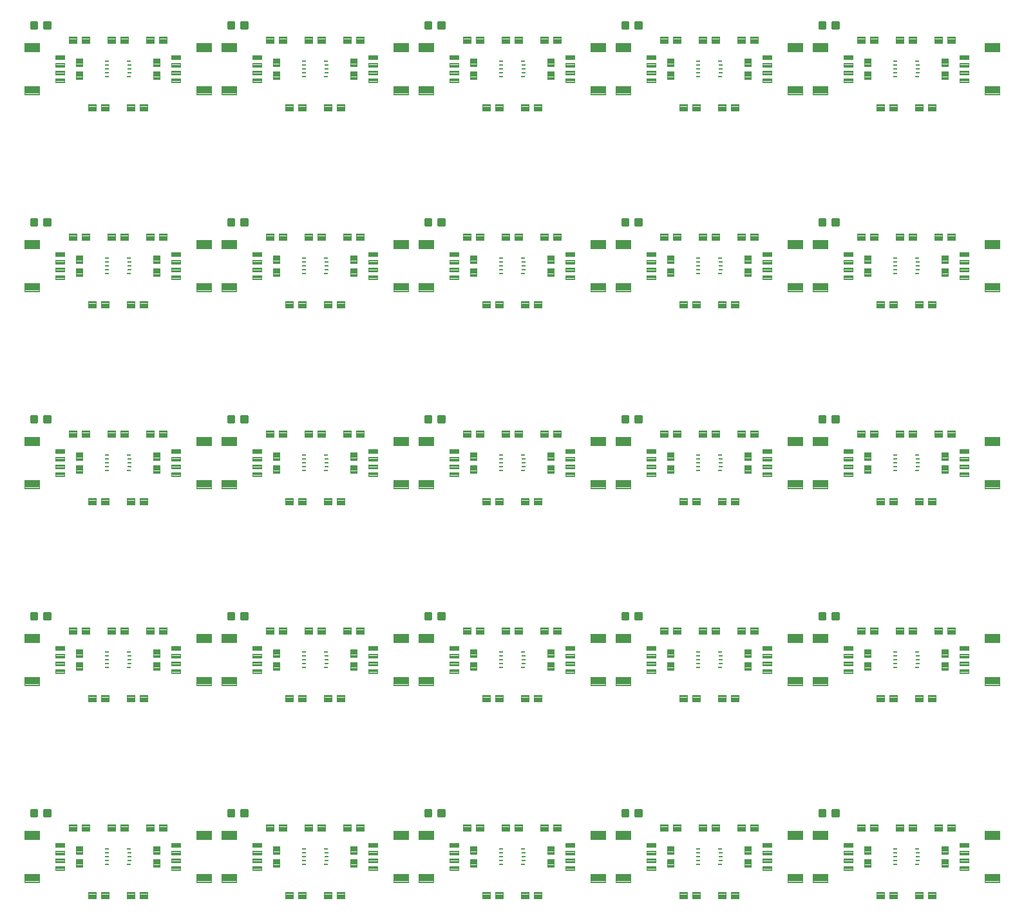
<source format=gtp>
G04 EAGLE Gerber RS-274X export*
G75*
%MOMM*%
%FSLAX34Y34*%
%LPD*%
%INSolderpaste Top*%
%IPPOS*%
%AMOC8*
5,1,8,0,0,1.08239X$1,22.5*%
G01*
%ADD10C,0.300000*%
%ADD11C,0.096000*%
%ADD12C,0.102000*%
%ADD13C,0.100000*%
%ADD14R,0.600000X0.228000*%


D10*
X20130Y187650D02*
X20130Y180650D01*
X13130Y180650D01*
X13130Y187650D01*
X20130Y187650D01*
X20130Y183500D02*
X13130Y183500D01*
X13130Y186350D02*
X20130Y186350D01*
X37670Y187650D02*
X37670Y180650D01*
X30670Y180650D01*
X30670Y187650D01*
X37670Y187650D01*
X37670Y183500D02*
X30670Y183500D01*
X30670Y186350D02*
X37670Y186350D01*
D11*
X249470Y104520D02*
X249470Y93480D01*
X230430Y93480D01*
X230430Y104520D01*
X249470Y104520D01*
X249470Y94392D02*
X230430Y94392D01*
X230430Y95304D02*
X249470Y95304D01*
X249470Y96216D02*
X230430Y96216D01*
X230430Y97128D02*
X249470Y97128D01*
X249470Y98040D02*
X230430Y98040D01*
X230430Y98952D02*
X249470Y98952D01*
X249470Y99864D02*
X230430Y99864D01*
X230430Y100776D02*
X249470Y100776D01*
X249470Y101688D02*
X230430Y101688D01*
X230430Y102600D02*
X249470Y102600D01*
X249470Y103512D02*
X230430Y103512D01*
X230430Y104424D02*
X249470Y104424D01*
X249470Y149480D02*
X249470Y160520D01*
X249470Y149480D02*
X230430Y149480D01*
X230430Y160520D01*
X249470Y160520D01*
X249470Y150392D02*
X230430Y150392D01*
X230430Y151304D02*
X249470Y151304D01*
X249470Y152216D02*
X230430Y152216D01*
X230430Y153128D02*
X249470Y153128D01*
X249470Y154040D02*
X230430Y154040D01*
X230430Y154952D02*
X249470Y154952D01*
X249470Y155864D02*
X230430Y155864D01*
X230430Y156776D02*
X249470Y156776D01*
X249470Y157688D02*
X230430Y157688D01*
X230430Y158600D02*
X249470Y158600D01*
X249470Y159512D02*
X230430Y159512D01*
X230430Y160424D02*
X249470Y160424D01*
D12*
X209440Y114490D02*
X209440Y109510D01*
X196960Y109510D01*
X196960Y114490D01*
X209440Y114490D01*
X209440Y110479D02*
X196960Y110479D01*
X196960Y111448D02*
X209440Y111448D01*
X209440Y112417D02*
X196960Y112417D01*
X196960Y113386D02*
X209440Y113386D01*
X209440Y114355D02*
X196960Y114355D01*
X209440Y119510D02*
X209440Y124490D01*
X209440Y119510D02*
X196960Y119510D01*
X196960Y124490D01*
X209440Y124490D01*
X209440Y120479D02*
X196960Y120479D01*
X196960Y121448D02*
X209440Y121448D01*
X209440Y122417D02*
X196960Y122417D01*
X196960Y123386D02*
X209440Y123386D01*
X209440Y124355D02*
X196960Y124355D01*
X209440Y129510D02*
X209440Y134490D01*
X209440Y129510D02*
X196960Y129510D01*
X196960Y134490D01*
X209440Y134490D01*
X209440Y130479D02*
X196960Y130479D01*
X196960Y131448D02*
X209440Y131448D01*
X209440Y132417D02*
X196960Y132417D01*
X196960Y133386D02*
X209440Y133386D01*
X209440Y134355D02*
X196960Y134355D01*
X209440Y139510D02*
X209440Y144490D01*
X209440Y139510D02*
X196960Y139510D01*
X196960Y144490D01*
X209440Y144490D01*
X209440Y140479D02*
X196960Y140479D01*
X196960Y141448D02*
X209440Y141448D01*
X209440Y142417D02*
X196960Y142417D01*
X196960Y143386D02*
X209440Y143386D01*
X209440Y144355D02*
X196960Y144355D01*
D11*
X4530Y149480D02*
X4530Y160520D01*
X23570Y160520D01*
X23570Y149480D01*
X4530Y149480D01*
X4530Y150392D02*
X23570Y150392D01*
X23570Y151304D02*
X4530Y151304D01*
X4530Y152216D02*
X23570Y152216D01*
X23570Y153128D02*
X4530Y153128D01*
X4530Y154040D02*
X23570Y154040D01*
X23570Y154952D02*
X4530Y154952D01*
X4530Y155864D02*
X23570Y155864D01*
X23570Y156776D02*
X4530Y156776D01*
X4530Y157688D02*
X23570Y157688D01*
X23570Y158600D02*
X4530Y158600D01*
X4530Y159512D02*
X23570Y159512D01*
X23570Y160424D02*
X4530Y160424D01*
X4530Y104520D02*
X4530Y93480D01*
X4530Y104520D02*
X23570Y104520D01*
X23570Y93480D01*
X4530Y93480D01*
X4530Y94392D02*
X23570Y94392D01*
X23570Y95304D02*
X4530Y95304D01*
X4530Y96216D02*
X23570Y96216D01*
X23570Y97128D02*
X4530Y97128D01*
X4530Y98040D02*
X23570Y98040D01*
X23570Y98952D02*
X4530Y98952D01*
X4530Y99864D02*
X23570Y99864D01*
X23570Y100776D02*
X4530Y100776D01*
X4530Y101688D02*
X23570Y101688D01*
X23570Y102600D02*
X4530Y102600D01*
X4530Y103512D02*
X23570Y103512D01*
X23570Y104424D02*
X4530Y104424D01*
D12*
X44560Y139510D02*
X44560Y144490D01*
X57040Y144490D01*
X57040Y139510D01*
X44560Y139510D01*
X44560Y140479D02*
X57040Y140479D01*
X57040Y141448D02*
X44560Y141448D01*
X44560Y142417D02*
X57040Y142417D01*
X57040Y143386D02*
X44560Y143386D01*
X44560Y144355D02*
X57040Y144355D01*
X44560Y134490D02*
X44560Y129510D01*
X44560Y134490D02*
X57040Y134490D01*
X57040Y129510D01*
X44560Y129510D01*
X44560Y130479D02*
X57040Y130479D01*
X57040Y131448D02*
X44560Y131448D01*
X44560Y132417D02*
X57040Y132417D01*
X57040Y133386D02*
X44560Y133386D01*
X44560Y134355D02*
X57040Y134355D01*
X44560Y124490D02*
X44560Y119510D01*
X44560Y124490D02*
X57040Y124490D01*
X57040Y119510D01*
X44560Y119510D01*
X44560Y120479D02*
X57040Y120479D01*
X57040Y121448D02*
X44560Y121448D01*
X44560Y122417D02*
X57040Y122417D01*
X57040Y123386D02*
X44560Y123386D01*
X44560Y124355D02*
X57040Y124355D01*
X44560Y114490D02*
X44560Y109510D01*
X44560Y114490D02*
X57040Y114490D01*
X57040Y109510D01*
X44560Y109510D01*
X44560Y110479D02*
X57040Y110479D01*
X57040Y111448D02*
X44560Y111448D01*
X44560Y112417D02*
X57040Y112417D01*
X57040Y113386D02*
X44560Y113386D01*
X44560Y114355D02*
X57040Y114355D01*
D13*
X155900Y80700D02*
X165900Y80700D01*
X165900Y71700D01*
X155900Y71700D01*
X155900Y80700D01*
X155900Y72650D02*
X165900Y72650D01*
X165900Y73600D02*
X155900Y73600D01*
X155900Y74550D02*
X165900Y74550D01*
X165900Y75500D02*
X155900Y75500D01*
X155900Y76450D02*
X165900Y76450D01*
X165900Y77400D02*
X155900Y77400D01*
X155900Y78350D02*
X165900Y78350D01*
X165900Y79300D02*
X155900Y79300D01*
X155900Y80250D02*
X165900Y80250D01*
X148900Y80700D02*
X138900Y80700D01*
X148900Y80700D02*
X148900Y71700D01*
X138900Y71700D01*
X138900Y80700D01*
X138900Y72650D02*
X148900Y72650D01*
X148900Y73600D02*
X138900Y73600D01*
X138900Y74550D02*
X148900Y74550D01*
X148900Y75500D02*
X138900Y75500D01*
X138900Y76450D02*
X148900Y76450D01*
X148900Y77400D02*
X138900Y77400D01*
X138900Y78350D02*
X148900Y78350D01*
X148900Y79300D02*
X138900Y79300D01*
X138900Y80250D02*
X148900Y80250D01*
X98100Y71700D02*
X88100Y71700D01*
X88100Y80700D01*
X98100Y80700D01*
X98100Y71700D01*
X98100Y72650D02*
X88100Y72650D01*
X88100Y73600D02*
X98100Y73600D01*
X98100Y74550D02*
X88100Y74550D01*
X88100Y75500D02*
X98100Y75500D01*
X98100Y76450D02*
X88100Y76450D01*
X88100Y77400D02*
X98100Y77400D01*
X98100Y78350D02*
X88100Y78350D01*
X88100Y79300D02*
X98100Y79300D01*
X98100Y80250D02*
X88100Y80250D01*
X105100Y71700D02*
X115100Y71700D01*
X105100Y71700D02*
X105100Y80700D01*
X115100Y80700D01*
X115100Y71700D01*
X115100Y72650D02*
X105100Y72650D01*
X105100Y73600D02*
X115100Y73600D01*
X115100Y74550D02*
X105100Y74550D01*
X105100Y75500D02*
X115100Y75500D01*
X115100Y76450D02*
X105100Y76450D01*
X105100Y77400D02*
X115100Y77400D01*
X115100Y78350D02*
X105100Y78350D01*
X105100Y79300D02*
X115100Y79300D01*
X115100Y80250D02*
X105100Y80250D01*
X71700Y130500D02*
X71700Y140500D01*
X80700Y140500D01*
X80700Y130500D01*
X71700Y130500D01*
X71700Y131450D02*
X80700Y131450D01*
X80700Y132400D02*
X71700Y132400D01*
X71700Y133350D02*
X80700Y133350D01*
X80700Y134300D02*
X71700Y134300D01*
X71700Y135250D02*
X80700Y135250D01*
X80700Y136200D02*
X71700Y136200D01*
X71700Y137150D02*
X80700Y137150D01*
X80700Y138100D02*
X71700Y138100D01*
X71700Y139050D02*
X80700Y139050D01*
X80700Y140000D02*
X71700Y140000D01*
X71700Y123500D02*
X71700Y113500D01*
X71700Y123500D02*
X80700Y123500D01*
X80700Y113500D01*
X71700Y113500D01*
X71700Y114450D02*
X80700Y114450D01*
X80700Y115400D02*
X71700Y115400D01*
X71700Y116350D02*
X80700Y116350D01*
X80700Y117300D02*
X71700Y117300D01*
X71700Y118250D02*
X80700Y118250D01*
X80700Y119200D02*
X71700Y119200D01*
X71700Y120150D02*
X80700Y120150D01*
X80700Y121100D02*
X71700Y121100D01*
X71700Y122050D02*
X80700Y122050D01*
X80700Y123000D02*
X71700Y123000D01*
X182300Y123500D02*
X182300Y113500D01*
X173300Y113500D01*
X173300Y123500D01*
X182300Y123500D01*
X182300Y114450D02*
X173300Y114450D01*
X173300Y115400D02*
X182300Y115400D01*
X182300Y116350D02*
X173300Y116350D01*
X173300Y117300D02*
X182300Y117300D01*
X182300Y118250D02*
X173300Y118250D01*
X173300Y119200D02*
X182300Y119200D01*
X182300Y120150D02*
X173300Y120150D01*
X173300Y121100D02*
X182300Y121100D01*
X182300Y122050D02*
X173300Y122050D01*
X173300Y123000D02*
X182300Y123000D01*
X182300Y130500D02*
X182300Y140500D01*
X182300Y130500D02*
X173300Y130500D01*
X173300Y140500D01*
X182300Y140500D01*
X182300Y131450D02*
X173300Y131450D01*
X173300Y132400D02*
X182300Y132400D01*
X182300Y133350D02*
X173300Y133350D01*
X173300Y134300D02*
X182300Y134300D01*
X182300Y135250D02*
X173300Y135250D01*
X173300Y136200D02*
X182300Y136200D01*
X182300Y137150D02*
X173300Y137150D01*
X173300Y138100D02*
X182300Y138100D01*
X182300Y139050D02*
X173300Y139050D01*
X173300Y140000D02*
X182300Y140000D01*
X174300Y160600D02*
X164300Y160600D01*
X164300Y169600D01*
X174300Y169600D01*
X174300Y160600D01*
X174300Y161550D02*
X164300Y161550D01*
X164300Y162500D02*
X174300Y162500D01*
X174300Y163450D02*
X164300Y163450D01*
X164300Y164400D02*
X174300Y164400D01*
X174300Y165350D02*
X164300Y165350D01*
X164300Y166300D02*
X174300Y166300D01*
X174300Y167250D02*
X164300Y167250D01*
X164300Y168200D02*
X174300Y168200D01*
X174300Y169150D02*
X164300Y169150D01*
X181300Y160600D02*
X191300Y160600D01*
X181300Y160600D02*
X181300Y169600D01*
X191300Y169600D01*
X191300Y160600D01*
X191300Y161550D02*
X181300Y161550D01*
X181300Y162500D02*
X191300Y162500D01*
X191300Y163450D02*
X181300Y163450D01*
X181300Y164400D02*
X191300Y164400D01*
X191300Y165350D02*
X181300Y165350D01*
X181300Y166300D02*
X191300Y166300D01*
X191300Y167250D02*
X181300Y167250D01*
X181300Y168200D02*
X191300Y168200D01*
X191300Y169150D02*
X181300Y169150D01*
D14*
X112220Y137030D03*
X112220Y131950D03*
X112220Y126997D03*
X112220Y122044D03*
X112347Y116964D03*
X141684Y137030D03*
X141811Y131950D03*
X141811Y126997D03*
X141811Y121917D03*
X141684Y116964D03*
D13*
X140500Y169600D02*
X130500Y169600D01*
X140500Y169600D02*
X140500Y160600D01*
X130500Y160600D01*
X130500Y169600D01*
X130500Y161550D02*
X140500Y161550D01*
X140500Y162500D02*
X130500Y162500D01*
X130500Y163450D02*
X140500Y163450D01*
X140500Y164400D02*
X130500Y164400D01*
X130500Y165350D02*
X140500Y165350D01*
X140500Y166300D02*
X130500Y166300D01*
X130500Y167250D02*
X140500Y167250D01*
X140500Y168200D02*
X130500Y168200D01*
X130500Y169150D02*
X140500Y169150D01*
X123500Y169600D02*
X113500Y169600D01*
X123500Y169600D02*
X123500Y160600D01*
X113500Y160600D01*
X113500Y169600D01*
X113500Y161550D02*
X123500Y161550D01*
X123500Y162500D02*
X113500Y162500D01*
X113500Y163450D02*
X123500Y163450D01*
X123500Y164400D02*
X113500Y164400D01*
X113500Y165350D02*
X123500Y165350D01*
X123500Y166300D02*
X113500Y166300D01*
X113500Y167250D02*
X123500Y167250D01*
X123500Y168200D02*
X113500Y168200D01*
X113500Y169150D02*
X123500Y169150D01*
X72700Y160600D02*
X62700Y160600D01*
X62700Y169600D01*
X72700Y169600D01*
X72700Y160600D01*
X72700Y161550D02*
X62700Y161550D01*
X62700Y162500D02*
X72700Y162500D01*
X72700Y163450D02*
X62700Y163450D01*
X62700Y164400D02*
X72700Y164400D01*
X72700Y165350D02*
X62700Y165350D01*
X62700Y166300D02*
X72700Y166300D01*
X72700Y167250D02*
X62700Y167250D01*
X62700Y168200D02*
X72700Y168200D01*
X72700Y169150D02*
X62700Y169150D01*
X79700Y160600D02*
X89700Y160600D01*
X79700Y160600D02*
X79700Y169600D01*
X89700Y169600D01*
X89700Y160600D01*
X89700Y161550D02*
X79700Y161550D01*
X79700Y162500D02*
X89700Y162500D01*
X89700Y163450D02*
X79700Y163450D01*
X79700Y164400D02*
X89700Y164400D01*
X89700Y165350D02*
X79700Y165350D01*
X79700Y166300D02*
X89700Y166300D01*
X89700Y167250D02*
X79700Y167250D01*
X79700Y168200D02*
X89700Y168200D01*
X89700Y169150D02*
X79700Y169150D01*
D10*
X279210Y180650D02*
X279210Y187650D01*
X279210Y180650D02*
X272210Y180650D01*
X272210Y187650D01*
X279210Y187650D01*
X279210Y183500D02*
X272210Y183500D01*
X272210Y186350D02*
X279210Y186350D01*
X296750Y187650D02*
X296750Y180650D01*
X289750Y180650D01*
X289750Y187650D01*
X296750Y187650D01*
X296750Y183500D02*
X289750Y183500D01*
X289750Y186350D02*
X296750Y186350D01*
D11*
X508550Y104520D02*
X508550Y93480D01*
X489510Y93480D01*
X489510Y104520D01*
X508550Y104520D01*
X508550Y94392D02*
X489510Y94392D01*
X489510Y95304D02*
X508550Y95304D01*
X508550Y96216D02*
X489510Y96216D01*
X489510Y97128D02*
X508550Y97128D01*
X508550Y98040D02*
X489510Y98040D01*
X489510Y98952D02*
X508550Y98952D01*
X508550Y99864D02*
X489510Y99864D01*
X489510Y100776D02*
X508550Y100776D01*
X508550Y101688D02*
X489510Y101688D01*
X489510Y102600D02*
X508550Y102600D01*
X508550Y103512D02*
X489510Y103512D01*
X489510Y104424D02*
X508550Y104424D01*
X508550Y149480D02*
X508550Y160520D01*
X508550Y149480D02*
X489510Y149480D01*
X489510Y160520D01*
X508550Y160520D01*
X508550Y150392D02*
X489510Y150392D01*
X489510Y151304D02*
X508550Y151304D01*
X508550Y152216D02*
X489510Y152216D01*
X489510Y153128D02*
X508550Y153128D01*
X508550Y154040D02*
X489510Y154040D01*
X489510Y154952D02*
X508550Y154952D01*
X508550Y155864D02*
X489510Y155864D01*
X489510Y156776D02*
X508550Y156776D01*
X508550Y157688D02*
X489510Y157688D01*
X489510Y158600D02*
X508550Y158600D01*
X508550Y159512D02*
X489510Y159512D01*
X489510Y160424D02*
X508550Y160424D01*
D12*
X468520Y114490D02*
X468520Y109510D01*
X456040Y109510D01*
X456040Y114490D01*
X468520Y114490D01*
X468520Y110479D02*
X456040Y110479D01*
X456040Y111448D02*
X468520Y111448D01*
X468520Y112417D02*
X456040Y112417D01*
X456040Y113386D02*
X468520Y113386D01*
X468520Y114355D02*
X456040Y114355D01*
X468520Y119510D02*
X468520Y124490D01*
X468520Y119510D02*
X456040Y119510D01*
X456040Y124490D01*
X468520Y124490D01*
X468520Y120479D02*
X456040Y120479D01*
X456040Y121448D02*
X468520Y121448D01*
X468520Y122417D02*
X456040Y122417D01*
X456040Y123386D02*
X468520Y123386D01*
X468520Y124355D02*
X456040Y124355D01*
X468520Y129510D02*
X468520Y134490D01*
X468520Y129510D02*
X456040Y129510D01*
X456040Y134490D01*
X468520Y134490D01*
X468520Y130479D02*
X456040Y130479D01*
X456040Y131448D02*
X468520Y131448D01*
X468520Y132417D02*
X456040Y132417D01*
X456040Y133386D02*
X468520Y133386D01*
X468520Y134355D02*
X456040Y134355D01*
X468520Y139510D02*
X468520Y144490D01*
X468520Y139510D02*
X456040Y139510D01*
X456040Y144490D01*
X468520Y144490D01*
X468520Y140479D02*
X456040Y140479D01*
X456040Y141448D02*
X468520Y141448D01*
X468520Y142417D02*
X456040Y142417D01*
X456040Y143386D02*
X468520Y143386D01*
X468520Y144355D02*
X456040Y144355D01*
D11*
X263610Y149480D02*
X263610Y160520D01*
X282650Y160520D01*
X282650Y149480D01*
X263610Y149480D01*
X263610Y150392D02*
X282650Y150392D01*
X282650Y151304D02*
X263610Y151304D01*
X263610Y152216D02*
X282650Y152216D01*
X282650Y153128D02*
X263610Y153128D01*
X263610Y154040D02*
X282650Y154040D01*
X282650Y154952D02*
X263610Y154952D01*
X263610Y155864D02*
X282650Y155864D01*
X282650Y156776D02*
X263610Y156776D01*
X263610Y157688D02*
X282650Y157688D01*
X282650Y158600D02*
X263610Y158600D01*
X263610Y159512D02*
X282650Y159512D01*
X282650Y160424D02*
X263610Y160424D01*
X263610Y104520D02*
X263610Y93480D01*
X263610Y104520D02*
X282650Y104520D01*
X282650Y93480D01*
X263610Y93480D01*
X263610Y94392D02*
X282650Y94392D01*
X282650Y95304D02*
X263610Y95304D01*
X263610Y96216D02*
X282650Y96216D01*
X282650Y97128D02*
X263610Y97128D01*
X263610Y98040D02*
X282650Y98040D01*
X282650Y98952D02*
X263610Y98952D01*
X263610Y99864D02*
X282650Y99864D01*
X282650Y100776D02*
X263610Y100776D01*
X263610Y101688D02*
X282650Y101688D01*
X282650Y102600D02*
X263610Y102600D01*
X263610Y103512D02*
X282650Y103512D01*
X282650Y104424D02*
X263610Y104424D01*
D12*
X303640Y139510D02*
X303640Y144490D01*
X316120Y144490D01*
X316120Y139510D01*
X303640Y139510D01*
X303640Y140479D02*
X316120Y140479D01*
X316120Y141448D02*
X303640Y141448D01*
X303640Y142417D02*
X316120Y142417D01*
X316120Y143386D02*
X303640Y143386D01*
X303640Y144355D02*
X316120Y144355D01*
X303640Y134490D02*
X303640Y129510D01*
X303640Y134490D02*
X316120Y134490D01*
X316120Y129510D01*
X303640Y129510D01*
X303640Y130479D02*
X316120Y130479D01*
X316120Y131448D02*
X303640Y131448D01*
X303640Y132417D02*
X316120Y132417D01*
X316120Y133386D02*
X303640Y133386D01*
X303640Y134355D02*
X316120Y134355D01*
X303640Y124490D02*
X303640Y119510D01*
X303640Y124490D02*
X316120Y124490D01*
X316120Y119510D01*
X303640Y119510D01*
X303640Y120479D02*
X316120Y120479D01*
X316120Y121448D02*
X303640Y121448D01*
X303640Y122417D02*
X316120Y122417D01*
X316120Y123386D02*
X303640Y123386D01*
X303640Y124355D02*
X316120Y124355D01*
X303640Y114490D02*
X303640Y109510D01*
X303640Y114490D02*
X316120Y114490D01*
X316120Y109510D01*
X303640Y109510D01*
X303640Y110479D02*
X316120Y110479D01*
X316120Y111448D02*
X303640Y111448D01*
X303640Y112417D02*
X316120Y112417D01*
X316120Y113386D02*
X303640Y113386D01*
X303640Y114355D02*
X316120Y114355D01*
D13*
X414980Y80700D02*
X424980Y80700D01*
X424980Y71700D01*
X414980Y71700D01*
X414980Y80700D01*
X414980Y72650D02*
X424980Y72650D01*
X424980Y73600D02*
X414980Y73600D01*
X414980Y74550D02*
X424980Y74550D01*
X424980Y75500D02*
X414980Y75500D01*
X414980Y76450D02*
X424980Y76450D01*
X424980Y77400D02*
X414980Y77400D01*
X414980Y78350D02*
X424980Y78350D01*
X424980Y79300D02*
X414980Y79300D01*
X414980Y80250D02*
X424980Y80250D01*
X407980Y80700D02*
X397980Y80700D01*
X407980Y80700D02*
X407980Y71700D01*
X397980Y71700D01*
X397980Y80700D01*
X397980Y72650D02*
X407980Y72650D01*
X407980Y73600D02*
X397980Y73600D01*
X397980Y74550D02*
X407980Y74550D01*
X407980Y75500D02*
X397980Y75500D01*
X397980Y76450D02*
X407980Y76450D01*
X407980Y77400D02*
X397980Y77400D01*
X397980Y78350D02*
X407980Y78350D01*
X407980Y79300D02*
X397980Y79300D01*
X397980Y80250D02*
X407980Y80250D01*
X357180Y71700D02*
X347180Y71700D01*
X347180Y80700D01*
X357180Y80700D01*
X357180Y71700D01*
X357180Y72650D02*
X347180Y72650D01*
X347180Y73600D02*
X357180Y73600D01*
X357180Y74550D02*
X347180Y74550D01*
X347180Y75500D02*
X357180Y75500D01*
X357180Y76450D02*
X347180Y76450D01*
X347180Y77400D02*
X357180Y77400D01*
X357180Y78350D02*
X347180Y78350D01*
X347180Y79300D02*
X357180Y79300D01*
X357180Y80250D02*
X347180Y80250D01*
X364180Y71700D02*
X374180Y71700D01*
X364180Y71700D02*
X364180Y80700D01*
X374180Y80700D01*
X374180Y71700D01*
X374180Y72650D02*
X364180Y72650D01*
X364180Y73600D02*
X374180Y73600D01*
X374180Y74550D02*
X364180Y74550D01*
X364180Y75500D02*
X374180Y75500D01*
X374180Y76450D02*
X364180Y76450D01*
X364180Y77400D02*
X374180Y77400D01*
X374180Y78350D02*
X364180Y78350D01*
X364180Y79300D02*
X374180Y79300D01*
X374180Y80250D02*
X364180Y80250D01*
X330780Y130500D02*
X330780Y140500D01*
X339780Y140500D01*
X339780Y130500D01*
X330780Y130500D01*
X330780Y131450D02*
X339780Y131450D01*
X339780Y132400D02*
X330780Y132400D01*
X330780Y133350D02*
X339780Y133350D01*
X339780Y134300D02*
X330780Y134300D01*
X330780Y135250D02*
X339780Y135250D01*
X339780Y136200D02*
X330780Y136200D01*
X330780Y137150D02*
X339780Y137150D01*
X339780Y138100D02*
X330780Y138100D01*
X330780Y139050D02*
X339780Y139050D01*
X339780Y140000D02*
X330780Y140000D01*
X330780Y123500D02*
X330780Y113500D01*
X330780Y123500D02*
X339780Y123500D01*
X339780Y113500D01*
X330780Y113500D01*
X330780Y114450D02*
X339780Y114450D01*
X339780Y115400D02*
X330780Y115400D01*
X330780Y116350D02*
X339780Y116350D01*
X339780Y117300D02*
X330780Y117300D01*
X330780Y118250D02*
X339780Y118250D01*
X339780Y119200D02*
X330780Y119200D01*
X330780Y120150D02*
X339780Y120150D01*
X339780Y121100D02*
X330780Y121100D01*
X330780Y122050D02*
X339780Y122050D01*
X339780Y123000D02*
X330780Y123000D01*
X441380Y123500D02*
X441380Y113500D01*
X432380Y113500D01*
X432380Y123500D01*
X441380Y123500D01*
X441380Y114450D02*
X432380Y114450D01*
X432380Y115400D02*
X441380Y115400D01*
X441380Y116350D02*
X432380Y116350D01*
X432380Y117300D02*
X441380Y117300D01*
X441380Y118250D02*
X432380Y118250D01*
X432380Y119200D02*
X441380Y119200D01*
X441380Y120150D02*
X432380Y120150D01*
X432380Y121100D02*
X441380Y121100D01*
X441380Y122050D02*
X432380Y122050D01*
X432380Y123000D02*
X441380Y123000D01*
X441380Y130500D02*
X441380Y140500D01*
X441380Y130500D02*
X432380Y130500D01*
X432380Y140500D01*
X441380Y140500D01*
X441380Y131450D02*
X432380Y131450D01*
X432380Y132400D02*
X441380Y132400D01*
X441380Y133350D02*
X432380Y133350D01*
X432380Y134300D02*
X441380Y134300D01*
X441380Y135250D02*
X432380Y135250D01*
X432380Y136200D02*
X441380Y136200D01*
X441380Y137150D02*
X432380Y137150D01*
X432380Y138100D02*
X441380Y138100D01*
X441380Y139050D02*
X432380Y139050D01*
X432380Y140000D02*
X441380Y140000D01*
X433380Y160600D02*
X423380Y160600D01*
X423380Y169600D01*
X433380Y169600D01*
X433380Y160600D01*
X433380Y161550D02*
X423380Y161550D01*
X423380Y162500D02*
X433380Y162500D01*
X433380Y163450D02*
X423380Y163450D01*
X423380Y164400D02*
X433380Y164400D01*
X433380Y165350D02*
X423380Y165350D01*
X423380Y166300D02*
X433380Y166300D01*
X433380Y167250D02*
X423380Y167250D01*
X423380Y168200D02*
X433380Y168200D01*
X433380Y169150D02*
X423380Y169150D01*
X440380Y160600D02*
X450380Y160600D01*
X440380Y160600D02*
X440380Y169600D01*
X450380Y169600D01*
X450380Y160600D01*
X450380Y161550D02*
X440380Y161550D01*
X440380Y162500D02*
X450380Y162500D01*
X450380Y163450D02*
X440380Y163450D01*
X440380Y164400D02*
X450380Y164400D01*
X450380Y165350D02*
X440380Y165350D01*
X440380Y166300D02*
X450380Y166300D01*
X450380Y167250D02*
X440380Y167250D01*
X440380Y168200D02*
X450380Y168200D01*
X450380Y169150D02*
X440380Y169150D01*
D14*
X371300Y137030D03*
X371300Y131950D03*
X371300Y126997D03*
X371300Y122044D03*
X371427Y116964D03*
X400764Y137030D03*
X400891Y131950D03*
X400891Y126997D03*
X400891Y121917D03*
X400764Y116964D03*
D13*
X399580Y169600D02*
X389580Y169600D01*
X399580Y169600D02*
X399580Y160600D01*
X389580Y160600D01*
X389580Y169600D01*
X389580Y161550D02*
X399580Y161550D01*
X399580Y162500D02*
X389580Y162500D01*
X389580Y163450D02*
X399580Y163450D01*
X399580Y164400D02*
X389580Y164400D01*
X389580Y165350D02*
X399580Y165350D01*
X399580Y166300D02*
X389580Y166300D01*
X389580Y167250D02*
X399580Y167250D01*
X399580Y168200D02*
X389580Y168200D01*
X389580Y169150D02*
X399580Y169150D01*
X382580Y169600D02*
X372580Y169600D01*
X382580Y169600D02*
X382580Y160600D01*
X372580Y160600D01*
X372580Y169600D01*
X372580Y161550D02*
X382580Y161550D01*
X382580Y162500D02*
X372580Y162500D01*
X372580Y163450D02*
X382580Y163450D01*
X382580Y164400D02*
X372580Y164400D01*
X372580Y165350D02*
X382580Y165350D01*
X382580Y166300D02*
X372580Y166300D01*
X372580Y167250D02*
X382580Y167250D01*
X382580Y168200D02*
X372580Y168200D01*
X372580Y169150D02*
X382580Y169150D01*
X331780Y160600D02*
X321780Y160600D01*
X321780Y169600D01*
X331780Y169600D01*
X331780Y160600D01*
X331780Y161550D02*
X321780Y161550D01*
X321780Y162500D02*
X331780Y162500D01*
X331780Y163450D02*
X321780Y163450D01*
X321780Y164400D02*
X331780Y164400D01*
X331780Y165350D02*
X321780Y165350D01*
X321780Y166300D02*
X331780Y166300D01*
X331780Y167250D02*
X321780Y167250D01*
X321780Y168200D02*
X331780Y168200D01*
X331780Y169150D02*
X321780Y169150D01*
X338780Y160600D02*
X348780Y160600D01*
X338780Y160600D02*
X338780Y169600D01*
X348780Y169600D01*
X348780Y160600D01*
X348780Y161550D02*
X338780Y161550D01*
X338780Y162500D02*
X348780Y162500D01*
X348780Y163450D02*
X338780Y163450D01*
X338780Y164400D02*
X348780Y164400D01*
X348780Y165350D02*
X338780Y165350D01*
X338780Y166300D02*
X348780Y166300D01*
X348780Y167250D02*
X338780Y167250D01*
X338780Y168200D02*
X348780Y168200D01*
X348780Y169150D02*
X338780Y169150D01*
D10*
X538290Y180650D02*
X538290Y187650D01*
X538290Y180650D02*
X531290Y180650D01*
X531290Y187650D01*
X538290Y187650D01*
X538290Y183500D02*
X531290Y183500D01*
X531290Y186350D02*
X538290Y186350D01*
X555830Y187650D02*
X555830Y180650D01*
X548830Y180650D01*
X548830Y187650D01*
X555830Y187650D01*
X555830Y183500D02*
X548830Y183500D01*
X548830Y186350D02*
X555830Y186350D01*
D11*
X767630Y104520D02*
X767630Y93480D01*
X748590Y93480D01*
X748590Y104520D01*
X767630Y104520D01*
X767630Y94392D02*
X748590Y94392D01*
X748590Y95304D02*
X767630Y95304D01*
X767630Y96216D02*
X748590Y96216D01*
X748590Y97128D02*
X767630Y97128D01*
X767630Y98040D02*
X748590Y98040D01*
X748590Y98952D02*
X767630Y98952D01*
X767630Y99864D02*
X748590Y99864D01*
X748590Y100776D02*
X767630Y100776D01*
X767630Y101688D02*
X748590Y101688D01*
X748590Y102600D02*
X767630Y102600D01*
X767630Y103512D02*
X748590Y103512D01*
X748590Y104424D02*
X767630Y104424D01*
X767630Y149480D02*
X767630Y160520D01*
X767630Y149480D02*
X748590Y149480D01*
X748590Y160520D01*
X767630Y160520D01*
X767630Y150392D02*
X748590Y150392D01*
X748590Y151304D02*
X767630Y151304D01*
X767630Y152216D02*
X748590Y152216D01*
X748590Y153128D02*
X767630Y153128D01*
X767630Y154040D02*
X748590Y154040D01*
X748590Y154952D02*
X767630Y154952D01*
X767630Y155864D02*
X748590Y155864D01*
X748590Y156776D02*
X767630Y156776D01*
X767630Y157688D02*
X748590Y157688D01*
X748590Y158600D02*
X767630Y158600D01*
X767630Y159512D02*
X748590Y159512D01*
X748590Y160424D02*
X767630Y160424D01*
D12*
X727600Y114490D02*
X727600Y109510D01*
X715120Y109510D01*
X715120Y114490D01*
X727600Y114490D01*
X727600Y110479D02*
X715120Y110479D01*
X715120Y111448D02*
X727600Y111448D01*
X727600Y112417D02*
X715120Y112417D01*
X715120Y113386D02*
X727600Y113386D01*
X727600Y114355D02*
X715120Y114355D01*
X727600Y119510D02*
X727600Y124490D01*
X727600Y119510D02*
X715120Y119510D01*
X715120Y124490D01*
X727600Y124490D01*
X727600Y120479D02*
X715120Y120479D01*
X715120Y121448D02*
X727600Y121448D01*
X727600Y122417D02*
X715120Y122417D01*
X715120Y123386D02*
X727600Y123386D01*
X727600Y124355D02*
X715120Y124355D01*
X727600Y129510D02*
X727600Y134490D01*
X727600Y129510D02*
X715120Y129510D01*
X715120Y134490D01*
X727600Y134490D01*
X727600Y130479D02*
X715120Y130479D01*
X715120Y131448D02*
X727600Y131448D01*
X727600Y132417D02*
X715120Y132417D01*
X715120Y133386D02*
X727600Y133386D01*
X727600Y134355D02*
X715120Y134355D01*
X727600Y139510D02*
X727600Y144490D01*
X727600Y139510D02*
X715120Y139510D01*
X715120Y144490D01*
X727600Y144490D01*
X727600Y140479D02*
X715120Y140479D01*
X715120Y141448D02*
X727600Y141448D01*
X727600Y142417D02*
X715120Y142417D01*
X715120Y143386D02*
X727600Y143386D01*
X727600Y144355D02*
X715120Y144355D01*
D11*
X522690Y149480D02*
X522690Y160520D01*
X541730Y160520D01*
X541730Y149480D01*
X522690Y149480D01*
X522690Y150392D02*
X541730Y150392D01*
X541730Y151304D02*
X522690Y151304D01*
X522690Y152216D02*
X541730Y152216D01*
X541730Y153128D02*
X522690Y153128D01*
X522690Y154040D02*
X541730Y154040D01*
X541730Y154952D02*
X522690Y154952D01*
X522690Y155864D02*
X541730Y155864D01*
X541730Y156776D02*
X522690Y156776D01*
X522690Y157688D02*
X541730Y157688D01*
X541730Y158600D02*
X522690Y158600D01*
X522690Y159512D02*
X541730Y159512D01*
X541730Y160424D02*
X522690Y160424D01*
X522690Y104520D02*
X522690Y93480D01*
X522690Y104520D02*
X541730Y104520D01*
X541730Y93480D01*
X522690Y93480D01*
X522690Y94392D02*
X541730Y94392D01*
X541730Y95304D02*
X522690Y95304D01*
X522690Y96216D02*
X541730Y96216D01*
X541730Y97128D02*
X522690Y97128D01*
X522690Y98040D02*
X541730Y98040D01*
X541730Y98952D02*
X522690Y98952D01*
X522690Y99864D02*
X541730Y99864D01*
X541730Y100776D02*
X522690Y100776D01*
X522690Y101688D02*
X541730Y101688D01*
X541730Y102600D02*
X522690Y102600D01*
X522690Y103512D02*
X541730Y103512D01*
X541730Y104424D02*
X522690Y104424D01*
D12*
X562720Y139510D02*
X562720Y144490D01*
X575200Y144490D01*
X575200Y139510D01*
X562720Y139510D01*
X562720Y140479D02*
X575200Y140479D01*
X575200Y141448D02*
X562720Y141448D01*
X562720Y142417D02*
X575200Y142417D01*
X575200Y143386D02*
X562720Y143386D01*
X562720Y144355D02*
X575200Y144355D01*
X562720Y134490D02*
X562720Y129510D01*
X562720Y134490D02*
X575200Y134490D01*
X575200Y129510D01*
X562720Y129510D01*
X562720Y130479D02*
X575200Y130479D01*
X575200Y131448D02*
X562720Y131448D01*
X562720Y132417D02*
X575200Y132417D01*
X575200Y133386D02*
X562720Y133386D01*
X562720Y134355D02*
X575200Y134355D01*
X562720Y124490D02*
X562720Y119510D01*
X562720Y124490D02*
X575200Y124490D01*
X575200Y119510D01*
X562720Y119510D01*
X562720Y120479D02*
X575200Y120479D01*
X575200Y121448D02*
X562720Y121448D01*
X562720Y122417D02*
X575200Y122417D01*
X575200Y123386D02*
X562720Y123386D01*
X562720Y124355D02*
X575200Y124355D01*
X562720Y114490D02*
X562720Y109510D01*
X562720Y114490D02*
X575200Y114490D01*
X575200Y109510D01*
X562720Y109510D01*
X562720Y110479D02*
X575200Y110479D01*
X575200Y111448D02*
X562720Y111448D01*
X562720Y112417D02*
X575200Y112417D01*
X575200Y113386D02*
X562720Y113386D01*
X562720Y114355D02*
X575200Y114355D01*
D13*
X674060Y80700D02*
X684060Y80700D01*
X684060Y71700D01*
X674060Y71700D01*
X674060Y80700D01*
X674060Y72650D02*
X684060Y72650D01*
X684060Y73600D02*
X674060Y73600D01*
X674060Y74550D02*
X684060Y74550D01*
X684060Y75500D02*
X674060Y75500D01*
X674060Y76450D02*
X684060Y76450D01*
X684060Y77400D02*
X674060Y77400D01*
X674060Y78350D02*
X684060Y78350D01*
X684060Y79300D02*
X674060Y79300D01*
X674060Y80250D02*
X684060Y80250D01*
X667060Y80700D02*
X657060Y80700D01*
X667060Y80700D02*
X667060Y71700D01*
X657060Y71700D01*
X657060Y80700D01*
X657060Y72650D02*
X667060Y72650D01*
X667060Y73600D02*
X657060Y73600D01*
X657060Y74550D02*
X667060Y74550D01*
X667060Y75500D02*
X657060Y75500D01*
X657060Y76450D02*
X667060Y76450D01*
X667060Y77400D02*
X657060Y77400D01*
X657060Y78350D02*
X667060Y78350D01*
X667060Y79300D02*
X657060Y79300D01*
X657060Y80250D02*
X667060Y80250D01*
X616260Y71700D02*
X606260Y71700D01*
X606260Y80700D01*
X616260Y80700D01*
X616260Y71700D01*
X616260Y72650D02*
X606260Y72650D01*
X606260Y73600D02*
X616260Y73600D01*
X616260Y74550D02*
X606260Y74550D01*
X606260Y75500D02*
X616260Y75500D01*
X616260Y76450D02*
X606260Y76450D01*
X606260Y77400D02*
X616260Y77400D01*
X616260Y78350D02*
X606260Y78350D01*
X606260Y79300D02*
X616260Y79300D01*
X616260Y80250D02*
X606260Y80250D01*
X623260Y71700D02*
X633260Y71700D01*
X623260Y71700D02*
X623260Y80700D01*
X633260Y80700D01*
X633260Y71700D01*
X633260Y72650D02*
X623260Y72650D01*
X623260Y73600D02*
X633260Y73600D01*
X633260Y74550D02*
X623260Y74550D01*
X623260Y75500D02*
X633260Y75500D01*
X633260Y76450D02*
X623260Y76450D01*
X623260Y77400D02*
X633260Y77400D01*
X633260Y78350D02*
X623260Y78350D01*
X623260Y79300D02*
X633260Y79300D01*
X633260Y80250D02*
X623260Y80250D01*
X589860Y130500D02*
X589860Y140500D01*
X598860Y140500D01*
X598860Y130500D01*
X589860Y130500D01*
X589860Y131450D02*
X598860Y131450D01*
X598860Y132400D02*
X589860Y132400D01*
X589860Y133350D02*
X598860Y133350D01*
X598860Y134300D02*
X589860Y134300D01*
X589860Y135250D02*
X598860Y135250D01*
X598860Y136200D02*
X589860Y136200D01*
X589860Y137150D02*
X598860Y137150D01*
X598860Y138100D02*
X589860Y138100D01*
X589860Y139050D02*
X598860Y139050D01*
X598860Y140000D02*
X589860Y140000D01*
X589860Y123500D02*
X589860Y113500D01*
X589860Y123500D02*
X598860Y123500D01*
X598860Y113500D01*
X589860Y113500D01*
X589860Y114450D02*
X598860Y114450D01*
X598860Y115400D02*
X589860Y115400D01*
X589860Y116350D02*
X598860Y116350D01*
X598860Y117300D02*
X589860Y117300D01*
X589860Y118250D02*
X598860Y118250D01*
X598860Y119200D02*
X589860Y119200D01*
X589860Y120150D02*
X598860Y120150D01*
X598860Y121100D02*
X589860Y121100D01*
X589860Y122050D02*
X598860Y122050D01*
X598860Y123000D02*
X589860Y123000D01*
X700460Y123500D02*
X700460Y113500D01*
X691460Y113500D01*
X691460Y123500D01*
X700460Y123500D01*
X700460Y114450D02*
X691460Y114450D01*
X691460Y115400D02*
X700460Y115400D01*
X700460Y116350D02*
X691460Y116350D01*
X691460Y117300D02*
X700460Y117300D01*
X700460Y118250D02*
X691460Y118250D01*
X691460Y119200D02*
X700460Y119200D01*
X700460Y120150D02*
X691460Y120150D01*
X691460Y121100D02*
X700460Y121100D01*
X700460Y122050D02*
X691460Y122050D01*
X691460Y123000D02*
X700460Y123000D01*
X700460Y130500D02*
X700460Y140500D01*
X700460Y130500D02*
X691460Y130500D01*
X691460Y140500D01*
X700460Y140500D01*
X700460Y131450D02*
X691460Y131450D01*
X691460Y132400D02*
X700460Y132400D01*
X700460Y133350D02*
X691460Y133350D01*
X691460Y134300D02*
X700460Y134300D01*
X700460Y135250D02*
X691460Y135250D01*
X691460Y136200D02*
X700460Y136200D01*
X700460Y137150D02*
X691460Y137150D01*
X691460Y138100D02*
X700460Y138100D01*
X700460Y139050D02*
X691460Y139050D01*
X691460Y140000D02*
X700460Y140000D01*
X692460Y160600D02*
X682460Y160600D01*
X682460Y169600D01*
X692460Y169600D01*
X692460Y160600D01*
X692460Y161550D02*
X682460Y161550D01*
X682460Y162500D02*
X692460Y162500D01*
X692460Y163450D02*
X682460Y163450D01*
X682460Y164400D02*
X692460Y164400D01*
X692460Y165350D02*
X682460Y165350D01*
X682460Y166300D02*
X692460Y166300D01*
X692460Y167250D02*
X682460Y167250D01*
X682460Y168200D02*
X692460Y168200D01*
X692460Y169150D02*
X682460Y169150D01*
X699460Y160600D02*
X709460Y160600D01*
X699460Y160600D02*
X699460Y169600D01*
X709460Y169600D01*
X709460Y160600D01*
X709460Y161550D02*
X699460Y161550D01*
X699460Y162500D02*
X709460Y162500D01*
X709460Y163450D02*
X699460Y163450D01*
X699460Y164400D02*
X709460Y164400D01*
X709460Y165350D02*
X699460Y165350D01*
X699460Y166300D02*
X709460Y166300D01*
X709460Y167250D02*
X699460Y167250D01*
X699460Y168200D02*
X709460Y168200D01*
X709460Y169150D02*
X699460Y169150D01*
D14*
X630380Y137030D03*
X630380Y131950D03*
X630380Y126997D03*
X630380Y122044D03*
X630507Y116964D03*
X659844Y137030D03*
X659971Y131950D03*
X659971Y126997D03*
X659971Y121917D03*
X659844Y116964D03*
D13*
X658660Y169600D02*
X648660Y169600D01*
X658660Y169600D02*
X658660Y160600D01*
X648660Y160600D01*
X648660Y169600D01*
X648660Y161550D02*
X658660Y161550D01*
X658660Y162500D02*
X648660Y162500D01*
X648660Y163450D02*
X658660Y163450D01*
X658660Y164400D02*
X648660Y164400D01*
X648660Y165350D02*
X658660Y165350D01*
X658660Y166300D02*
X648660Y166300D01*
X648660Y167250D02*
X658660Y167250D01*
X658660Y168200D02*
X648660Y168200D01*
X648660Y169150D02*
X658660Y169150D01*
X641660Y169600D02*
X631660Y169600D01*
X641660Y169600D02*
X641660Y160600D01*
X631660Y160600D01*
X631660Y169600D01*
X631660Y161550D02*
X641660Y161550D01*
X641660Y162500D02*
X631660Y162500D01*
X631660Y163450D02*
X641660Y163450D01*
X641660Y164400D02*
X631660Y164400D01*
X631660Y165350D02*
X641660Y165350D01*
X641660Y166300D02*
X631660Y166300D01*
X631660Y167250D02*
X641660Y167250D01*
X641660Y168200D02*
X631660Y168200D01*
X631660Y169150D02*
X641660Y169150D01*
X590860Y160600D02*
X580860Y160600D01*
X580860Y169600D01*
X590860Y169600D01*
X590860Y160600D01*
X590860Y161550D02*
X580860Y161550D01*
X580860Y162500D02*
X590860Y162500D01*
X590860Y163450D02*
X580860Y163450D01*
X580860Y164400D02*
X590860Y164400D01*
X590860Y165350D02*
X580860Y165350D01*
X580860Y166300D02*
X590860Y166300D01*
X590860Y167250D02*
X580860Y167250D01*
X580860Y168200D02*
X590860Y168200D01*
X590860Y169150D02*
X580860Y169150D01*
X597860Y160600D02*
X607860Y160600D01*
X597860Y160600D02*
X597860Y169600D01*
X607860Y169600D01*
X607860Y160600D01*
X607860Y161550D02*
X597860Y161550D01*
X597860Y162500D02*
X607860Y162500D01*
X607860Y163450D02*
X597860Y163450D01*
X597860Y164400D02*
X607860Y164400D01*
X607860Y165350D02*
X597860Y165350D01*
X597860Y166300D02*
X607860Y166300D01*
X607860Y167250D02*
X597860Y167250D01*
X597860Y168200D02*
X607860Y168200D01*
X607860Y169150D02*
X597860Y169150D01*
D10*
X797370Y180650D02*
X797370Y187650D01*
X797370Y180650D02*
X790370Y180650D01*
X790370Y187650D01*
X797370Y187650D01*
X797370Y183500D02*
X790370Y183500D01*
X790370Y186350D02*
X797370Y186350D01*
X814910Y187650D02*
X814910Y180650D01*
X807910Y180650D01*
X807910Y187650D01*
X814910Y187650D01*
X814910Y183500D02*
X807910Y183500D01*
X807910Y186350D02*
X814910Y186350D01*
D11*
X1026710Y104520D02*
X1026710Y93480D01*
X1007670Y93480D01*
X1007670Y104520D01*
X1026710Y104520D01*
X1026710Y94392D02*
X1007670Y94392D01*
X1007670Y95304D02*
X1026710Y95304D01*
X1026710Y96216D02*
X1007670Y96216D01*
X1007670Y97128D02*
X1026710Y97128D01*
X1026710Y98040D02*
X1007670Y98040D01*
X1007670Y98952D02*
X1026710Y98952D01*
X1026710Y99864D02*
X1007670Y99864D01*
X1007670Y100776D02*
X1026710Y100776D01*
X1026710Y101688D02*
X1007670Y101688D01*
X1007670Y102600D02*
X1026710Y102600D01*
X1026710Y103512D02*
X1007670Y103512D01*
X1007670Y104424D02*
X1026710Y104424D01*
X1026710Y149480D02*
X1026710Y160520D01*
X1026710Y149480D02*
X1007670Y149480D01*
X1007670Y160520D01*
X1026710Y160520D01*
X1026710Y150392D02*
X1007670Y150392D01*
X1007670Y151304D02*
X1026710Y151304D01*
X1026710Y152216D02*
X1007670Y152216D01*
X1007670Y153128D02*
X1026710Y153128D01*
X1026710Y154040D02*
X1007670Y154040D01*
X1007670Y154952D02*
X1026710Y154952D01*
X1026710Y155864D02*
X1007670Y155864D01*
X1007670Y156776D02*
X1026710Y156776D01*
X1026710Y157688D02*
X1007670Y157688D01*
X1007670Y158600D02*
X1026710Y158600D01*
X1026710Y159512D02*
X1007670Y159512D01*
X1007670Y160424D02*
X1026710Y160424D01*
D12*
X986680Y114490D02*
X986680Y109510D01*
X974200Y109510D01*
X974200Y114490D01*
X986680Y114490D01*
X986680Y110479D02*
X974200Y110479D01*
X974200Y111448D02*
X986680Y111448D01*
X986680Y112417D02*
X974200Y112417D01*
X974200Y113386D02*
X986680Y113386D01*
X986680Y114355D02*
X974200Y114355D01*
X986680Y119510D02*
X986680Y124490D01*
X986680Y119510D02*
X974200Y119510D01*
X974200Y124490D01*
X986680Y124490D01*
X986680Y120479D02*
X974200Y120479D01*
X974200Y121448D02*
X986680Y121448D01*
X986680Y122417D02*
X974200Y122417D01*
X974200Y123386D02*
X986680Y123386D01*
X986680Y124355D02*
X974200Y124355D01*
X986680Y129510D02*
X986680Y134490D01*
X986680Y129510D02*
X974200Y129510D01*
X974200Y134490D01*
X986680Y134490D01*
X986680Y130479D02*
X974200Y130479D01*
X974200Y131448D02*
X986680Y131448D01*
X986680Y132417D02*
X974200Y132417D01*
X974200Y133386D02*
X986680Y133386D01*
X986680Y134355D02*
X974200Y134355D01*
X986680Y139510D02*
X986680Y144490D01*
X986680Y139510D02*
X974200Y139510D01*
X974200Y144490D01*
X986680Y144490D01*
X986680Y140479D02*
X974200Y140479D01*
X974200Y141448D02*
X986680Y141448D01*
X986680Y142417D02*
X974200Y142417D01*
X974200Y143386D02*
X986680Y143386D01*
X986680Y144355D02*
X974200Y144355D01*
D11*
X781770Y149480D02*
X781770Y160520D01*
X800810Y160520D01*
X800810Y149480D01*
X781770Y149480D01*
X781770Y150392D02*
X800810Y150392D01*
X800810Y151304D02*
X781770Y151304D01*
X781770Y152216D02*
X800810Y152216D01*
X800810Y153128D02*
X781770Y153128D01*
X781770Y154040D02*
X800810Y154040D01*
X800810Y154952D02*
X781770Y154952D01*
X781770Y155864D02*
X800810Y155864D01*
X800810Y156776D02*
X781770Y156776D01*
X781770Y157688D02*
X800810Y157688D01*
X800810Y158600D02*
X781770Y158600D01*
X781770Y159512D02*
X800810Y159512D01*
X800810Y160424D02*
X781770Y160424D01*
X781770Y104520D02*
X781770Y93480D01*
X781770Y104520D02*
X800810Y104520D01*
X800810Y93480D01*
X781770Y93480D01*
X781770Y94392D02*
X800810Y94392D01*
X800810Y95304D02*
X781770Y95304D01*
X781770Y96216D02*
X800810Y96216D01*
X800810Y97128D02*
X781770Y97128D01*
X781770Y98040D02*
X800810Y98040D01*
X800810Y98952D02*
X781770Y98952D01*
X781770Y99864D02*
X800810Y99864D01*
X800810Y100776D02*
X781770Y100776D01*
X781770Y101688D02*
X800810Y101688D01*
X800810Y102600D02*
X781770Y102600D01*
X781770Y103512D02*
X800810Y103512D01*
X800810Y104424D02*
X781770Y104424D01*
D12*
X821800Y139510D02*
X821800Y144490D01*
X834280Y144490D01*
X834280Y139510D01*
X821800Y139510D01*
X821800Y140479D02*
X834280Y140479D01*
X834280Y141448D02*
X821800Y141448D01*
X821800Y142417D02*
X834280Y142417D01*
X834280Y143386D02*
X821800Y143386D01*
X821800Y144355D02*
X834280Y144355D01*
X821800Y134490D02*
X821800Y129510D01*
X821800Y134490D02*
X834280Y134490D01*
X834280Y129510D01*
X821800Y129510D01*
X821800Y130479D02*
X834280Y130479D01*
X834280Y131448D02*
X821800Y131448D01*
X821800Y132417D02*
X834280Y132417D01*
X834280Y133386D02*
X821800Y133386D01*
X821800Y134355D02*
X834280Y134355D01*
X821800Y124490D02*
X821800Y119510D01*
X821800Y124490D02*
X834280Y124490D01*
X834280Y119510D01*
X821800Y119510D01*
X821800Y120479D02*
X834280Y120479D01*
X834280Y121448D02*
X821800Y121448D01*
X821800Y122417D02*
X834280Y122417D01*
X834280Y123386D02*
X821800Y123386D01*
X821800Y124355D02*
X834280Y124355D01*
X821800Y114490D02*
X821800Y109510D01*
X821800Y114490D02*
X834280Y114490D01*
X834280Y109510D01*
X821800Y109510D01*
X821800Y110479D02*
X834280Y110479D01*
X834280Y111448D02*
X821800Y111448D01*
X821800Y112417D02*
X834280Y112417D01*
X834280Y113386D02*
X821800Y113386D01*
X821800Y114355D02*
X834280Y114355D01*
D13*
X933140Y80700D02*
X943140Y80700D01*
X943140Y71700D01*
X933140Y71700D01*
X933140Y80700D01*
X933140Y72650D02*
X943140Y72650D01*
X943140Y73600D02*
X933140Y73600D01*
X933140Y74550D02*
X943140Y74550D01*
X943140Y75500D02*
X933140Y75500D01*
X933140Y76450D02*
X943140Y76450D01*
X943140Y77400D02*
X933140Y77400D01*
X933140Y78350D02*
X943140Y78350D01*
X943140Y79300D02*
X933140Y79300D01*
X933140Y80250D02*
X943140Y80250D01*
X926140Y80700D02*
X916140Y80700D01*
X926140Y80700D02*
X926140Y71700D01*
X916140Y71700D01*
X916140Y80700D01*
X916140Y72650D02*
X926140Y72650D01*
X926140Y73600D02*
X916140Y73600D01*
X916140Y74550D02*
X926140Y74550D01*
X926140Y75500D02*
X916140Y75500D01*
X916140Y76450D02*
X926140Y76450D01*
X926140Y77400D02*
X916140Y77400D01*
X916140Y78350D02*
X926140Y78350D01*
X926140Y79300D02*
X916140Y79300D01*
X916140Y80250D02*
X926140Y80250D01*
X875340Y71700D02*
X865340Y71700D01*
X865340Y80700D01*
X875340Y80700D01*
X875340Y71700D01*
X875340Y72650D02*
X865340Y72650D01*
X865340Y73600D02*
X875340Y73600D01*
X875340Y74550D02*
X865340Y74550D01*
X865340Y75500D02*
X875340Y75500D01*
X875340Y76450D02*
X865340Y76450D01*
X865340Y77400D02*
X875340Y77400D01*
X875340Y78350D02*
X865340Y78350D01*
X865340Y79300D02*
X875340Y79300D01*
X875340Y80250D02*
X865340Y80250D01*
X882340Y71700D02*
X892340Y71700D01*
X882340Y71700D02*
X882340Y80700D01*
X892340Y80700D01*
X892340Y71700D01*
X892340Y72650D02*
X882340Y72650D01*
X882340Y73600D02*
X892340Y73600D01*
X892340Y74550D02*
X882340Y74550D01*
X882340Y75500D02*
X892340Y75500D01*
X892340Y76450D02*
X882340Y76450D01*
X882340Y77400D02*
X892340Y77400D01*
X892340Y78350D02*
X882340Y78350D01*
X882340Y79300D02*
X892340Y79300D01*
X892340Y80250D02*
X882340Y80250D01*
X848940Y130500D02*
X848940Y140500D01*
X857940Y140500D01*
X857940Y130500D01*
X848940Y130500D01*
X848940Y131450D02*
X857940Y131450D01*
X857940Y132400D02*
X848940Y132400D01*
X848940Y133350D02*
X857940Y133350D01*
X857940Y134300D02*
X848940Y134300D01*
X848940Y135250D02*
X857940Y135250D01*
X857940Y136200D02*
X848940Y136200D01*
X848940Y137150D02*
X857940Y137150D01*
X857940Y138100D02*
X848940Y138100D01*
X848940Y139050D02*
X857940Y139050D01*
X857940Y140000D02*
X848940Y140000D01*
X848940Y123500D02*
X848940Y113500D01*
X848940Y123500D02*
X857940Y123500D01*
X857940Y113500D01*
X848940Y113500D01*
X848940Y114450D02*
X857940Y114450D01*
X857940Y115400D02*
X848940Y115400D01*
X848940Y116350D02*
X857940Y116350D01*
X857940Y117300D02*
X848940Y117300D01*
X848940Y118250D02*
X857940Y118250D01*
X857940Y119200D02*
X848940Y119200D01*
X848940Y120150D02*
X857940Y120150D01*
X857940Y121100D02*
X848940Y121100D01*
X848940Y122050D02*
X857940Y122050D01*
X857940Y123000D02*
X848940Y123000D01*
X959540Y123500D02*
X959540Y113500D01*
X950540Y113500D01*
X950540Y123500D01*
X959540Y123500D01*
X959540Y114450D02*
X950540Y114450D01*
X950540Y115400D02*
X959540Y115400D01*
X959540Y116350D02*
X950540Y116350D01*
X950540Y117300D02*
X959540Y117300D01*
X959540Y118250D02*
X950540Y118250D01*
X950540Y119200D02*
X959540Y119200D01*
X959540Y120150D02*
X950540Y120150D01*
X950540Y121100D02*
X959540Y121100D01*
X959540Y122050D02*
X950540Y122050D01*
X950540Y123000D02*
X959540Y123000D01*
X959540Y130500D02*
X959540Y140500D01*
X959540Y130500D02*
X950540Y130500D01*
X950540Y140500D01*
X959540Y140500D01*
X959540Y131450D02*
X950540Y131450D01*
X950540Y132400D02*
X959540Y132400D01*
X959540Y133350D02*
X950540Y133350D01*
X950540Y134300D02*
X959540Y134300D01*
X959540Y135250D02*
X950540Y135250D01*
X950540Y136200D02*
X959540Y136200D01*
X959540Y137150D02*
X950540Y137150D01*
X950540Y138100D02*
X959540Y138100D01*
X959540Y139050D02*
X950540Y139050D01*
X950540Y140000D02*
X959540Y140000D01*
X951540Y160600D02*
X941540Y160600D01*
X941540Y169600D01*
X951540Y169600D01*
X951540Y160600D01*
X951540Y161550D02*
X941540Y161550D01*
X941540Y162500D02*
X951540Y162500D01*
X951540Y163450D02*
X941540Y163450D01*
X941540Y164400D02*
X951540Y164400D01*
X951540Y165350D02*
X941540Y165350D01*
X941540Y166300D02*
X951540Y166300D01*
X951540Y167250D02*
X941540Y167250D01*
X941540Y168200D02*
X951540Y168200D01*
X951540Y169150D02*
X941540Y169150D01*
X958540Y160600D02*
X968540Y160600D01*
X958540Y160600D02*
X958540Y169600D01*
X968540Y169600D01*
X968540Y160600D01*
X968540Y161550D02*
X958540Y161550D01*
X958540Y162500D02*
X968540Y162500D01*
X968540Y163450D02*
X958540Y163450D01*
X958540Y164400D02*
X968540Y164400D01*
X968540Y165350D02*
X958540Y165350D01*
X958540Y166300D02*
X968540Y166300D01*
X968540Y167250D02*
X958540Y167250D01*
X958540Y168200D02*
X968540Y168200D01*
X968540Y169150D02*
X958540Y169150D01*
D14*
X889460Y137030D03*
X889460Y131950D03*
X889460Y126997D03*
X889460Y122044D03*
X889587Y116964D03*
X918924Y137030D03*
X919051Y131950D03*
X919051Y126997D03*
X919051Y121917D03*
X918924Y116964D03*
D13*
X917740Y169600D02*
X907740Y169600D01*
X917740Y169600D02*
X917740Y160600D01*
X907740Y160600D01*
X907740Y169600D01*
X907740Y161550D02*
X917740Y161550D01*
X917740Y162500D02*
X907740Y162500D01*
X907740Y163450D02*
X917740Y163450D01*
X917740Y164400D02*
X907740Y164400D01*
X907740Y165350D02*
X917740Y165350D01*
X917740Y166300D02*
X907740Y166300D01*
X907740Y167250D02*
X917740Y167250D01*
X917740Y168200D02*
X907740Y168200D01*
X907740Y169150D02*
X917740Y169150D01*
X900740Y169600D02*
X890740Y169600D01*
X900740Y169600D02*
X900740Y160600D01*
X890740Y160600D01*
X890740Y169600D01*
X890740Y161550D02*
X900740Y161550D01*
X900740Y162500D02*
X890740Y162500D01*
X890740Y163450D02*
X900740Y163450D01*
X900740Y164400D02*
X890740Y164400D01*
X890740Y165350D02*
X900740Y165350D01*
X900740Y166300D02*
X890740Y166300D01*
X890740Y167250D02*
X900740Y167250D01*
X900740Y168200D02*
X890740Y168200D01*
X890740Y169150D02*
X900740Y169150D01*
X849940Y160600D02*
X839940Y160600D01*
X839940Y169600D01*
X849940Y169600D01*
X849940Y160600D01*
X849940Y161550D02*
X839940Y161550D01*
X839940Y162500D02*
X849940Y162500D01*
X849940Y163450D02*
X839940Y163450D01*
X839940Y164400D02*
X849940Y164400D01*
X849940Y165350D02*
X839940Y165350D01*
X839940Y166300D02*
X849940Y166300D01*
X849940Y167250D02*
X839940Y167250D01*
X839940Y168200D02*
X849940Y168200D01*
X849940Y169150D02*
X839940Y169150D01*
X856940Y160600D02*
X866940Y160600D01*
X856940Y160600D02*
X856940Y169600D01*
X866940Y169600D01*
X866940Y160600D01*
X866940Y161550D02*
X856940Y161550D01*
X856940Y162500D02*
X866940Y162500D01*
X866940Y163450D02*
X856940Y163450D01*
X856940Y164400D02*
X866940Y164400D01*
X866940Y165350D02*
X856940Y165350D01*
X856940Y166300D02*
X866940Y166300D01*
X866940Y167250D02*
X856940Y167250D01*
X856940Y168200D02*
X866940Y168200D01*
X866940Y169150D02*
X856940Y169150D01*
D10*
X1056450Y180650D02*
X1056450Y187650D01*
X1056450Y180650D02*
X1049450Y180650D01*
X1049450Y187650D01*
X1056450Y187650D01*
X1056450Y183500D02*
X1049450Y183500D01*
X1049450Y186350D02*
X1056450Y186350D01*
X1073990Y187650D02*
X1073990Y180650D01*
X1066990Y180650D01*
X1066990Y187650D01*
X1073990Y187650D01*
X1073990Y183500D02*
X1066990Y183500D01*
X1066990Y186350D02*
X1073990Y186350D01*
D11*
X1285790Y104520D02*
X1285790Y93480D01*
X1266750Y93480D01*
X1266750Y104520D01*
X1285790Y104520D01*
X1285790Y94392D02*
X1266750Y94392D01*
X1266750Y95304D02*
X1285790Y95304D01*
X1285790Y96216D02*
X1266750Y96216D01*
X1266750Y97128D02*
X1285790Y97128D01*
X1285790Y98040D02*
X1266750Y98040D01*
X1266750Y98952D02*
X1285790Y98952D01*
X1285790Y99864D02*
X1266750Y99864D01*
X1266750Y100776D02*
X1285790Y100776D01*
X1285790Y101688D02*
X1266750Y101688D01*
X1266750Y102600D02*
X1285790Y102600D01*
X1285790Y103512D02*
X1266750Y103512D01*
X1266750Y104424D02*
X1285790Y104424D01*
X1285790Y149480D02*
X1285790Y160520D01*
X1285790Y149480D02*
X1266750Y149480D01*
X1266750Y160520D01*
X1285790Y160520D01*
X1285790Y150392D02*
X1266750Y150392D01*
X1266750Y151304D02*
X1285790Y151304D01*
X1285790Y152216D02*
X1266750Y152216D01*
X1266750Y153128D02*
X1285790Y153128D01*
X1285790Y154040D02*
X1266750Y154040D01*
X1266750Y154952D02*
X1285790Y154952D01*
X1285790Y155864D02*
X1266750Y155864D01*
X1266750Y156776D02*
X1285790Y156776D01*
X1285790Y157688D02*
X1266750Y157688D01*
X1266750Y158600D02*
X1285790Y158600D01*
X1285790Y159512D02*
X1266750Y159512D01*
X1266750Y160424D02*
X1285790Y160424D01*
D12*
X1245760Y114490D02*
X1245760Y109510D01*
X1233280Y109510D01*
X1233280Y114490D01*
X1245760Y114490D01*
X1245760Y110479D02*
X1233280Y110479D01*
X1233280Y111448D02*
X1245760Y111448D01*
X1245760Y112417D02*
X1233280Y112417D01*
X1233280Y113386D02*
X1245760Y113386D01*
X1245760Y114355D02*
X1233280Y114355D01*
X1245760Y119510D02*
X1245760Y124490D01*
X1245760Y119510D02*
X1233280Y119510D01*
X1233280Y124490D01*
X1245760Y124490D01*
X1245760Y120479D02*
X1233280Y120479D01*
X1233280Y121448D02*
X1245760Y121448D01*
X1245760Y122417D02*
X1233280Y122417D01*
X1233280Y123386D02*
X1245760Y123386D01*
X1245760Y124355D02*
X1233280Y124355D01*
X1245760Y129510D02*
X1245760Y134490D01*
X1245760Y129510D02*
X1233280Y129510D01*
X1233280Y134490D01*
X1245760Y134490D01*
X1245760Y130479D02*
X1233280Y130479D01*
X1233280Y131448D02*
X1245760Y131448D01*
X1245760Y132417D02*
X1233280Y132417D01*
X1233280Y133386D02*
X1245760Y133386D01*
X1245760Y134355D02*
X1233280Y134355D01*
X1245760Y139510D02*
X1245760Y144490D01*
X1245760Y139510D02*
X1233280Y139510D01*
X1233280Y144490D01*
X1245760Y144490D01*
X1245760Y140479D02*
X1233280Y140479D01*
X1233280Y141448D02*
X1245760Y141448D01*
X1245760Y142417D02*
X1233280Y142417D01*
X1233280Y143386D02*
X1245760Y143386D01*
X1245760Y144355D02*
X1233280Y144355D01*
D11*
X1040850Y149480D02*
X1040850Y160520D01*
X1059890Y160520D01*
X1059890Y149480D01*
X1040850Y149480D01*
X1040850Y150392D02*
X1059890Y150392D01*
X1059890Y151304D02*
X1040850Y151304D01*
X1040850Y152216D02*
X1059890Y152216D01*
X1059890Y153128D02*
X1040850Y153128D01*
X1040850Y154040D02*
X1059890Y154040D01*
X1059890Y154952D02*
X1040850Y154952D01*
X1040850Y155864D02*
X1059890Y155864D01*
X1059890Y156776D02*
X1040850Y156776D01*
X1040850Y157688D02*
X1059890Y157688D01*
X1059890Y158600D02*
X1040850Y158600D01*
X1040850Y159512D02*
X1059890Y159512D01*
X1059890Y160424D02*
X1040850Y160424D01*
X1040850Y104520D02*
X1040850Y93480D01*
X1040850Y104520D02*
X1059890Y104520D01*
X1059890Y93480D01*
X1040850Y93480D01*
X1040850Y94392D02*
X1059890Y94392D01*
X1059890Y95304D02*
X1040850Y95304D01*
X1040850Y96216D02*
X1059890Y96216D01*
X1059890Y97128D02*
X1040850Y97128D01*
X1040850Y98040D02*
X1059890Y98040D01*
X1059890Y98952D02*
X1040850Y98952D01*
X1040850Y99864D02*
X1059890Y99864D01*
X1059890Y100776D02*
X1040850Y100776D01*
X1040850Y101688D02*
X1059890Y101688D01*
X1059890Y102600D02*
X1040850Y102600D01*
X1040850Y103512D02*
X1059890Y103512D01*
X1059890Y104424D02*
X1040850Y104424D01*
D12*
X1080880Y139510D02*
X1080880Y144490D01*
X1093360Y144490D01*
X1093360Y139510D01*
X1080880Y139510D01*
X1080880Y140479D02*
X1093360Y140479D01*
X1093360Y141448D02*
X1080880Y141448D01*
X1080880Y142417D02*
X1093360Y142417D01*
X1093360Y143386D02*
X1080880Y143386D01*
X1080880Y144355D02*
X1093360Y144355D01*
X1080880Y134490D02*
X1080880Y129510D01*
X1080880Y134490D02*
X1093360Y134490D01*
X1093360Y129510D01*
X1080880Y129510D01*
X1080880Y130479D02*
X1093360Y130479D01*
X1093360Y131448D02*
X1080880Y131448D01*
X1080880Y132417D02*
X1093360Y132417D01*
X1093360Y133386D02*
X1080880Y133386D01*
X1080880Y134355D02*
X1093360Y134355D01*
X1080880Y124490D02*
X1080880Y119510D01*
X1080880Y124490D02*
X1093360Y124490D01*
X1093360Y119510D01*
X1080880Y119510D01*
X1080880Y120479D02*
X1093360Y120479D01*
X1093360Y121448D02*
X1080880Y121448D01*
X1080880Y122417D02*
X1093360Y122417D01*
X1093360Y123386D02*
X1080880Y123386D01*
X1080880Y124355D02*
X1093360Y124355D01*
X1080880Y114490D02*
X1080880Y109510D01*
X1080880Y114490D02*
X1093360Y114490D01*
X1093360Y109510D01*
X1080880Y109510D01*
X1080880Y110479D02*
X1093360Y110479D01*
X1093360Y111448D02*
X1080880Y111448D01*
X1080880Y112417D02*
X1093360Y112417D01*
X1093360Y113386D02*
X1080880Y113386D01*
X1080880Y114355D02*
X1093360Y114355D01*
D13*
X1192220Y80700D02*
X1202220Y80700D01*
X1202220Y71700D01*
X1192220Y71700D01*
X1192220Y80700D01*
X1192220Y72650D02*
X1202220Y72650D01*
X1202220Y73600D02*
X1192220Y73600D01*
X1192220Y74550D02*
X1202220Y74550D01*
X1202220Y75500D02*
X1192220Y75500D01*
X1192220Y76450D02*
X1202220Y76450D01*
X1202220Y77400D02*
X1192220Y77400D01*
X1192220Y78350D02*
X1202220Y78350D01*
X1202220Y79300D02*
X1192220Y79300D01*
X1192220Y80250D02*
X1202220Y80250D01*
X1185220Y80700D02*
X1175220Y80700D01*
X1185220Y80700D02*
X1185220Y71700D01*
X1175220Y71700D01*
X1175220Y80700D01*
X1175220Y72650D02*
X1185220Y72650D01*
X1185220Y73600D02*
X1175220Y73600D01*
X1175220Y74550D02*
X1185220Y74550D01*
X1185220Y75500D02*
X1175220Y75500D01*
X1175220Y76450D02*
X1185220Y76450D01*
X1185220Y77400D02*
X1175220Y77400D01*
X1175220Y78350D02*
X1185220Y78350D01*
X1185220Y79300D02*
X1175220Y79300D01*
X1175220Y80250D02*
X1185220Y80250D01*
X1134420Y71700D02*
X1124420Y71700D01*
X1124420Y80700D01*
X1134420Y80700D01*
X1134420Y71700D01*
X1134420Y72650D02*
X1124420Y72650D01*
X1124420Y73600D02*
X1134420Y73600D01*
X1134420Y74550D02*
X1124420Y74550D01*
X1124420Y75500D02*
X1134420Y75500D01*
X1134420Y76450D02*
X1124420Y76450D01*
X1124420Y77400D02*
X1134420Y77400D01*
X1134420Y78350D02*
X1124420Y78350D01*
X1124420Y79300D02*
X1134420Y79300D01*
X1134420Y80250D02*
X1124420Y80250D01*
X1141420Y71700D02*
X1151420Y71700D01*
X1141420Y71700D02*
X1141420Y80700D01*
X1151420Y80700D01*
X1151420Y71700D01*
X1151420Y72650D02*
X1141420Y72650D01*
X1141420Y73600D02*
X1151420Y73600D01*
X1151420Y74550D02*
X1141420Y74550D01*
X1141420Y75500D02*
X1151420Y75500D01*
X1151420Y76450D02*
X1141420Y76450D01*
X1141420Y77400D02*
X1151420Y77400D01*
X1151420Y78350D02*
X1141420Y78350D01*
X1141420Y79300D02*
X1151420Y79300D01*
X1151420Y80250D02*
X1141420Y80250D01*
X1108020Y130500D02*
X1108020Y140500D01*
X1117020Y140500D01*
X1117020Y130500D01*
X1108020Y130500D01*
X1108020Y131450D02*
X1117020Y131450D01*
X1117020Y132400D02*
X1108020Y132400D01*
X1108020Y133350D02*
X1117020Y133350D01*
X1117020Y134300D02*
X1108020Y134300D01*
X1108020Y135250D02*
X1117020Y135250D01*
X1117020Y136200D02*
X1108020Y136200D01*
X1108020Y137150D02*
X1117020Y137150D01*
X1117020Y138100D02*
X1108020Y138100D01*
X1108020Y139050D02*
X1117020Y139050D01*
X1117020Y140000D02*
X1108020Y140000D01*
X1108020Y123500D02*
X1108020Y113500D01*
X1108020Y123500D02*
X1117020Y123500D01*
X1117020Y113500D01*
X1108020Y113500D01*
X1108020Y114450D02*
X1117020Y114450D01*
X1117020Y115400D02*
X1108020Y115400D01*
X1108020Y116350D02*
X1117020Y116350D01*
X1117020Y117300D02*
X1108020Y117300D01*
X1108020Y118250D02*
X1117020Y118250D01*
X1117020Y119200D02*
X1108020Y119200D01*
X1108020Y120150D02*
X1117020Y120150D01*
X1117020Y121100D02*
X1108020Y121100D01*
X1108020Y122050D02*
X1117020Y122050D01*
X1117020Y123000D02*
X1108020Y123000D01*
X1218620Y123500D02*
X1218620Y113500D01*
X1209620Y113500D01*
X1209620Y123500D01*
X1218620Y123500D01*
X1218620Y114450D02*
X1209620Y114450D01*
X1209620Y115400D02*
X1218620Y115400D01*
X1218620Y116350D02*
X1209620Y116350D01*
X1209620Y117300D02*
X1218620Y117300D01*
X1218620Y118250D02*
X1209620Y118250D01*
X1209620Y119200D02*
X1218620Y119200D01*
X1218620Y120150D02*
X1209620Y120150D01*
X1209620Y121100D02*
X1218620Y121100D01*
X1218620Y122050D02*
X1209620Y122050D01*
X1209620Y123000D02*
X1218620Y123000D01*
X1218620Y130500D02*
X1218620Y140500D01*
X1218620Y130500D02*
X1209620Y130500D01*
X1209620Y140500D01*
X1218620Y140500D01*
X1218620Y131450D02*
X1209620Y131450D01*
X1209620Y132400D02*
X1218620Y132400D01*
X1218620Y133350D02*
X1209620Y133350D01*
X1209620Y134300D02*
X1218620Y134300D01*
X1218620Y135250D02*
X1209620Y135250D01*
X1209620Y136200D02*
X1218620Y136200D01*
X1218620Y137150D02*
X1209620Y137150D01*
X1209620Y138100D02*
X1218620Y138100D01*
X1218620Y139050D02*
X1209620Y139050D01*
X1209620Y140000D02*
X1218620Y140000D01*
X1210620Y160600D02*
X1200620Y160600D01*
X1200620Y169600D01*
X1210620Y169600D01*
X1210620Y160600D01*
X1210620Y161550D02*
X1200620Y161550D01*
X1200620Y162500D02*
X1210620Y162500D01*
X1210620Y163450D02*
X1200620Y163450D01*
X1200620Y164400D02*
X1210620Y164400D01*
X1210620Y165350D02*
X1200620Y165350D01*
X1200620Y166300D02*
X1210620Y166300D01*
X1210620Y167250D02*
X1200620Y167250D01*
X1200620Y168200D02*
X1210620Y168200D01*
X1210620Y169150D02*
X1200620Y169150D01*
X1217620Y160600D02*
X1227620Y160600D01*
X1217620Y160600D02*
X1217620Y169600D01*
X1227620Y169600D01*
X1227620Y160600D01*
X1227620Y161550D02*
X1217620Y161550D01*
X1217620Y162500D02*
X1227620Y162500D01*
X1227620Y163450D02*
X1217620Y163450D01*
X1217620Y164400D02*
X1227620Y164400D01*
X1227620Y165350D02*
X1217620Y165350D01*
X1217620Y166300D02*
X1227620Y166300D01*
X1227620Y167250D02*
X1217620Y167250D01*
X1217620Y168200D02*
X1227620Y168200D01*
X1227620Y169150D02*
X1217620Y169150D01*
D14*
X1148540Y137030D03*
X1148540Y131950D03*
X1148540Y126997D03*
X1148540Y122044D03*
X1148667Y116964D03*
X1178004Y137030D03*
X1178131Y131950D03*
X1178131Y126997D03*
X1178131Y121917D03*
X1178004Y116964D03*
D13*
X1176820Y169600D02*
X1166820Y169600D01*
X1176820Y169600D02*
X1176820Y160600D01*
X1166820Y160600D01*
X1166820Y169600D01*
X1166820Y161550D02*
X1176820Y161550D01*
X1176820Y162500D02*
X1166820Y162500D01*
X1166820Y163450D02*
X1176820Y163450D01*
X1176820Y164400D02*
X1166820Y164400D01*
X1166820Y165350D02*
X1176820Y165350D01*
X1176820Y166300D02*
X1166820Y166300D01*
X1166820Y167250D02*
X1176820Y167250D01*
X1176820Y168200D02*
X1166820Y168200D01*
X1166820Y169150D02*
X1176820Y169150D01*
X1159820Y169600D02*
X1149820Y169600D01*
X1159820Y169600D02*
X1159820Y160600D01*
X1149820Y160600D01*
X1149820Y169600D01*
X1149820Y161550D02*
X1159820Y161550D01*
X1159820Y162500D02*
X1149820Y162500D01*
X1149820Y163450D02*
X1159820Y163450D01*
X1159820Y164400D02*
X1149820Y164400D01*
X1149820Y165350D02*
X1159820Y165350D01*
X1159820Y166300D02*
X1149820Y166300D01*
X1149820Y167250D02*
X1159820Y167250D01*
X1159820Y168200D02*
X1149820Y168200D01*
X1149820Y169150D02*
X1159820Y169150D01*
X1109020Y160600D02*
X1099020Y160600D01*
X1099020Y169600D01*
X1109020Y169600D01*
X1109020Y160600D01*
X1109020Y161550D02*
X1099020Y161550D01*
X1099020Y162500D02*
X1109020Y162500D01*
X1109020Y163450D02*
X1099020Y163450D01*
X1099020Y164400D02*
X1109020Y164400D01*
X1109020Y165350D02*
X1099020Y165350D01*
X1099020Y166300D02*
X1109020Y166300D01*
X1109020Y167250D02*
X1099020Y167250D01*
X1099020Y168200D02*
X1109020Y168200D01*
X1109020Y169150D02*
X1099020Y169150D01*
X1116020Y160600D02*
X1126020Y160600D01*
X1116020Y160600D02*
X1116020Y169600D01*
X1126020Y169600D01*
X1126020Y160600D01*
X1126020Y161550D02*
X1116020Y161550D01*
X1116020Y162500D02*
X1126020Y162500D01*
X1126020Y163450D02*
X1116020Y163450D01*
X1116020Y164400D02*
X1126020Y164400D01*
X1126020Y165350D02*
X1116020Y165350D01*
X1116020Y166300D02*
X1126020Y166300D01*
X1126020Y167250D02*
X1116020Y167250D01*
X1116020Y168200D02*
X1126020Y168200D01*
X1126020Y169150D02*
X1116020Y169150D01*
D10*
X20130Y439730D02*
X20130Y446730D01*
X20130Y439730D02*
X13130Y439730D01*
X13130Y446730D01*
X20130Y446730D01*
X20130Y442580D02*
X13130Y442580D01*
X13130Y445430D02*
X20130Y445430D01*
X37670Y446730D02*
X37670Y439730D01*
X30670Y439730D01*
X30670Y446730D01*
X37670Y446730D01*
X37670Y442580D02*
X30670Y442580D01*
X30670Y445430D02*
X37670Y445430D01*
D11*
X249470Y363600D02*
X249470Y352560D01*
X230430Y352560D01*
X230430Y363600D01*
X249470Y363600D01*
X249470Y353472D02*
X230430Y353472D01*
X230430Y354384D02*
X249470Y354384D01*
X249470Y355296D02*
X230430Y355296D01*
X230430Y356208D02*
X249470Y356208D01*
X249470Y357120D02*
X230430Y357120D01*
X230430Y358032D02*
X249470Y358032D01*
X249470Y358944D02*
X230430Y358944D01*
X230430Y359856D02*
X249470Y359856D01*
X249470Y360768D02*
X230430Y360768D01*
X230430Y361680D02*
X249470Y361680D01*
X249470Y362592D02*
X230430Y362592D01*
X230430Y363504D02*
X249470Y363504D01*
X249470Y408560D02*
X249470Y419600D01*
X249470Y408560D02*
X230430Y408560D01*
X230430Y419600D01*
X249470Y419600D01*
X249470Y409472D02*
X230430Y409472D01*
X230430Y410384D02*
X249470Y410384D01*
X249470Y411296D02*
X230430Y411296D01*
X230430Y412208D02*
X249470Y412208D01*
X249470Y413120D02*
X230430Y413120D01*
X230430Y414032D02*
X249470Y414032D01*
X249470Y414944D02*
X230430Y414944D01*
X230430Y415856D02*
X249470Y415856D01*
X249470Y416768D02*
X230430Y416768D01*
X230430Y417680D02*
X249470Y417680D01*
X249470Y418592D02*
X230430Y418592D01*
X230430Y419504D02*
X249470Y419504D01*
D12*
X209440Y373570D02*
X209440Y368590D01*
X196960Y368590D01*
X196960Y373570D01*
X209440Y373570D01*
X209440Y369559D02*
X196960Y369559D01*
X196960Y370528D02*
X209440Y370528D01*
X209440Y371497D02*
X196960Y371497D01*
X196960Y372466D02*
X209440Y372466D01*
X209440Y373435D02*
X196960Y373435D01*
X209440Y378590D02*
X209440Y383570D01*
X209440Y378590D02*
X196960Y378590D01*
X196960Y383570D01*
X209440Y383570D01*
X209440Y379559D02*
X196960Y379559D01*
X196960Y380528D02*
X209440Y380528D01*
X209440Y381497D02*
X196960Y381497D01*
X196960Y382466D02*
X209440Y382466D01*
X209440Y383435D02*
X196960Y383435D01*
X209440Y388590D02*
X209440Y393570D01*
X209440Y388590D02*
X196960Y388590D01*
X196960Y393570D01*
X209440Y393570D01*
X209440Y389559D02*
X196960Y389559D01*
X196960Y390528D02*
X209440Y390528D01*
X209440Y391497D02*
X196960Y391497D01*
X196960Y392466D02*
X209440Y392466D01*
X209440Y393435D02*
X196960Y393435D01*
X209440Y398590D02*
X209440Y403570D01*
X209440Y398590D02*
X196960Y398590D01*
X196960Y403570D01*
X209440Y403570D01*
X209440Y399559D02*
X196960Y399559D01*
X196960Y400528D02*
X209440Y400528D01*
X209440Y401497D02*
X196960Y401497D01*
X196960Y402466D02*
X209440Y402466D01*
X209440Y403435D02*
X196960Y403435D01*
D11*
X4530Y408560D02*
X4530Y419600D01*
X23570Y419600D01*
X23570Y408560D01*
X4530Y408560D01*
X4530Y409472D02*
X23570Y409472D01*
X23570Y410384D02*
X4530Y410384D01*
X4530Y411296D02*
X23570Y411296D01*
X23570Y412208D02*
X4530Y412208D01*
X4530Y413120D02*
X23570Y413120D01*
X23570Y414032D02*
X4530Y414032D01*
X4530Y414944D02*
X23570Y414944D01*
X23570Y415856D02*
X4530Y415856D01*
X4530Y416768D02*
X23570Y416768D01*
X23570Y417680D02*
X4530Y417680D01*
X4530Y418592D02*
X23570Y418592D01*
X23570Y419504D02*
X4530Y419504D01*
X4530Y363600D02*
X4530Y352560D01*
X4530Y363600D02*
X23570Y363600D01*
X23570Y352560D01*
X4530Y352560D01*
X4530Y353472D02*
X23570Y353472D01*
X23570Y354384D02*
X4530Y354384D01*
X4530Y355296D02*
X23570Y355296D01*
X23570Y356208D02*
X4530Y356208D01*
X4530Y357120D02*
X23570Y357120D01*
X23570Y358032D02*
X4530Y358032D01*
X4530Y358944D02*
X23570Y358944D01*
X23570Y359856D02*
X4530Y359856D01*
X4530Y360768D02*
X23570Y360768D01*
X23570Y361680D02*
X4530Y361680D01*
X4530Y362592D02*
X23570Y362592D01*
X23570Y363504D02*
X4530Y363504D01*
D12*
X44560Y398590D02*
X44560Y403570D01*
X57040Y403570D01*
X57040Y398590D01*
X44560Y398590D01*
X44560Y399559D02*
X57040Y399559D01*
X57040Y400528D02*
X44560Y400528D01*
X44560Y401497D02*
X57040Y401497D01*
X57040Y402466D02*
X44560Y402466D01*
X44560Y403435D02*
X57040Y403435D01*
X44560Y393570D02*
X44560Y388590D01*
X44560Y393570D02*
X57040Y393570D01*
X57040Y388590D01*
X44560Y388590D01*
X44560Y389559D02*
X57040Y389559D01*
X57040Y390528D02*
X44560Y390528D01*
X44560Y391497D02*
X57040Y391497D01*
X57040Y392466D02*
X44560Y392466D01*
X44560Y393435D02*
X57040Y393435D01*
X44560Y383570D02*
X44560Y378590D01*
X44560Y383570D02*
X57040Y383570D01*
X57040Y378590D01*
X44560Y378590D01*
X44560Y379559D02*
X57040Y379559D01*
X57040Y380528D02*
X44560Y380528D01*
X44560Y381497D02*
X57040Y381497D01*
X57040Y382466D02*
X44560Y382466D01*
X44560Y383435D02*
X57040Y383435D01*
X44560Y373570D02*
X44560Y368590D01*
X44560Y373570D02*
X57040Y373570D01*
X57040Y368590D01*
X44560Y368590D01*
X44560Y369559D02*
X57040Y369559D01*
X57040Y370528D02*
X44560Y370528D01*
X44560Y371497D02*
X57040Y371497D01*
X57040Y372466D02*
X44560Y372466D01*
X44560Y373435D02*
X57040Y373435D01*
D13*
X155900Y339780D02*
X165900Y339780D01*
X165900Y330780D01*
X155900Y330780D01*
X155900Y339780D01*
X155900Y331730D02*
X165900Y331730D01*
X165900Y332680D02*
X155900Y332680D01*
X155900Y333630D02*
X165900Y333630D01*
X165900Y334580D02*
X155900Y334580D01*
X155900Y335530D02*
X165900Y335530D01*
X165900Y336480D02*
X155900Y336480D01*
X155900Y337430D02*
X165900Y337430D01*
X165900Y338380D02*
X155900Y338380D01*
X155900Y339330D02*
X165900Y339330D01*
X148900Y339780D02*
X138900Y339780D01*
X148900Y339780D02*
X148900Y330780D01*
X138900Y330780D01*
X138900Y339780D01*
X138900Y331730D02*
X148900Y331730D01*
X148900Y332680D02*
X138900Y332680D01*
X138900Y333630D02*
X148900Y333630D01*
X148900Y334580D02*
X138900Y334580D01*
X138900Y335530D02*
X148900Y335530D01*
X148900Y336480D02*
X138900Y336480D01*
X138900Y337430D02*
X148900Y337430D01*
X148900Y338380D02*
X138900Y338380D01*
X138900Y339330D02*
X148900Y339330D01*
X98100Y330780D02*
X88100Y330780D01*
X88100Y339780D01*
X98100Y339780D01*
X98100Y330780D01*
X98100Y331730D02*
X88100Y331730D01*
X88100Y332680D02*
X98100Y332680D01*
X98100Y333630D02*
X88100Y333630D01*
X88100Y334580D02*
X98100Y334580D01*
X98100Y335530D02*
X88100Y335530D01*
X88100Y336480D02*
X98100Y336480D01*
X98100Y337430D02*
X88100Y337430D01*
X88100Y338380D02*
X98100Y338380D01*
X98100Y339330D02*
X88100Y339330D01*
X105100Y330780D02*
X115100Y330780D01*
X105100Y330780D02*
X105100Y339780D01*
X115100Y339780D01*
X115100Y330780D01*
X115100Y331730D02*
X105100Y331730D01*
X105100Y332680D02*
X115100Y332680D01*
X115100Y333630D02*
X105100Y333630D01*
X105100Y334580D02*
X115100Y334580D01*
X115100Y335530D02*
X105100Y335530D01*
X105100Y336480D02*
X115100Y336480D01*
X115100Y337430D02*
X105100Y337430D01*
X105100Y338380D02*
X115100Y338380D01*
X115100Y339330D02*
X105100Y339330D01*
X71700Y389580D02*
X71700Y399580D01*
X80700Y399580D01*
X80700Y389580D01*
X71700Y389580D01*
X71700Y390530D02*
X80700Y390530D01*
X80700Y391480D02*
X71700Y391480D01*
X71700Y392430D02*
X80700Y392430D01*
X80700Y393380D02*
X71700Y393380D01*
X71700Y394330D02*
X80700Y394330D01*
X80700Y395280D02*
X71700Y395280D01*
X71700Y396230D02*
X80700Y396230D01*
X80700Y397180D02*
X71700Y397180D01*
X71700Y398130D02*
X80700Y398130D01*
X80700Y399080D02*
X71700Y399080D01*
X71700Y382580D02*
X71700Y372580D01*
X71700Y382580D02*
X80700Y382580D01*
X80700Y372580D01*
X71700Y372580D01*
X71700Y373530D02*
X80700Y373530D01*
X80700Y374480D02*
X71700Y374480D01*
X71700Y375430D02*
X80700Y375430D01*
X80700Y376380D02*
X71700Y376380D01*
X71700Y377330D02*
X80700Y377330D01*
X80700Y378280D02*
X71700Y378280D01*
X71700Y379230D02*
X80700Y379230D01*
X80700Y380180D02*
X71700Y380180D01*
X71700Y381130D02*
X80700Y381130D01*
X80700Y382080D02*
X71700Y382080D01*
X182300Y382580D02*
X182300Y372580D01*
X173300Y372580D01*
X173300Y382580D01*
X182300Y382580D01*
X182300Y373530D02*
X173300Y373530D01*
X173300Y374480D02*
X182300Y374480D01*
X182300Y375430D02*
X173300Y375430D01*
X173300Y376380D02*
X182300Y376380D01*
X182300Y377330D02*
X173300Y377330D01*
X173300Y378280D02*
X182300Y378280D01*
X182300Y379230D02*
X173300Y379230D01*
X173300Y380180D02*
X182300Y380180D01*
X182300Y381130D02*
X173300Y381130D01*
X173300Y382080D02*
X182300Y382080D01*
X182300Y389580D02*
X182300Y399580D01*
X182300Y389580D02*
X173300Y389580D01*
X173300Y399580D01*
X182300Y399580D01*
X182300Y390530D02*
X173300Y390530D01*
X173300Y391480D02*
X182300Y391480D01*
X182300Y392430D02*
X173300Y392430D01*
X173300Y393380D02*
X182300Y393380D01*
X182300Y394330D02*
X173300Y394330D01*
X173300Y395280D02*
X182300Y395280D01*
X182300Y396230D02*
X173300Y396230D01*
X173300Y397180D02*
X182300Y397180D01*
X182300Y398130D02*
X173300Y398130D01*
X173300Y399080D02*
X182300Y399080D01*
X174300Y419680D02*
X164300Y419680D01*
X164300Y428680D01*
X174300Y428680D01*
X174300Y419680D01*
X174300Y420630D02*
X164300Y420630D01*
X164300Y421580D02*
X174300Y421580D01*
X174300Y422530D02*
X164300Y422530D01*
X164300Y423480D02*
X174300Y423480D01*
X174300Y424430D02*
X164300Y424430D01*
X164300Y425380D02*
X174300Y425380D01*
X174300Y426330D02*
X164300Y426330D01*
X164300Y427280D02*
X174300Y427280D01*
X174300Y428230D02*
X164300Y428230D01*
X181300Y419680D02*
X191300Y419680D01*
X181300Y419680D02*
X181300Y428680D01*
X191300Y428680D01*
X191300Y419680D01*
X191300Y420630D02*
X181300Y420630D01*
X181300Y421580D02*
X191300Y421580D01*
X191300Y422530D02*
X181300Y422530D01*
X181300Y423480D02*
X191300Y423480D01*
X191300Y424430D02*
X181300Y424430D01*
X181300Y425380D02*
X191300Y425380D01*
X191300Y426330D02*
X181300Y426330D01*
X181300Y427280D02*
X191300Y427280D01*
X191300Y428230D02*
X181300Y428230D01*
D14*
X112220Y396110D03*
X112220Y391030D03*
X112220Y386077D03*
X112220Y381124D03*
X112347Y376044D03*
X141684Y396110D03*
X141811Y391030D03*
X141811Y386077D03*
X141811Y380997D03*
X141684Y376044D03*
D13*
X140500Y428680D02*
X130500Y428680D01*
X140500Y428680D02*
X140500Y419680D01*
X130500Y419680D01*
X130500Y428680D01*
X130500Y420630D02*
X140500Y420630D01*
X140500Y421580D02*
X130500Y421580D01*
X130500Y422530D02*
X140500Y422530D01*
X140500Y423480D02*
X130500Y423480D01*
X130500Y424430D02*
X140500Y424430D01*
X140500Y425380D02*
X130500Y425380D01*
X130500Y426330D02*
X140500Y426330D01*
X140500Y427280D02*
X130500Y427280D01*
X130500Y428230D02*
X140500Y428230D01*
X123500Y428680D02*
X113500Y428680D01*
X123500Y428680D02*
X123500Y419680D01*
X113500Y419680D01*
X113500Y428680D01*
X113500Y420630D02*
X123500Y420630D01*
X123500Y421580D02*
X113500Y421580D01*
X113500Y422530D02*
X123500Y422530D01*
X123500Y423480D02*
X113500Y423480D01*
X113500Y424430D02*
X123500Y424430D01*
X123500Y425380D02*
X113500Y425380D01*
X113500Y426330D02*
X123500Y426330D01*
X123500Y427280D02*
X113500Y427280D01*
X113500Y428230D02*
X123500Y428230D01*
X72700Y419680D02*
X62700Y419680D01*
X62700Y428680D01*
X72700Y428680D01*
X72700Y419680D01*
X72700Y420630D02*
X62700Y420630D01*
X62700Y421580D02*
X72700Y421580D01*
X72700Y422530D02*
X62700Y422530D01*
X62700Y423480D02*
X72700Y423480D01*
X72700Y424430D02*
X62700Y424430D01*
X62700Y425380D02*
X72700Y425380D01*
X72700Y426330D02*
X62700Y426330D01*
X62700Y427280D02*
X72700Y427280D01*
X72700Y428230D02*
X62700Y428230D01*
X79700Y419680D02*
X89700Y419680D01*
X79700Y419680D02*
X79700Y428680D01*
X89700Y428680D01*
X89700Y419680D01*
X89700Y420630D02*
X79700Y420630D01*
X79700Y421580D02*
X89700Y421580D01*
X89700Y422530D02*
X79700Y422530D01*
X79700Y423480D02*
X89700Y423480D01*
X89700Y424430D02*
X79700Y424430D01*
X79700Y425380D02*
X89700Y425380D01*
X89700Y426330D02*
X79700Y426330D01*
X79700Y427280D02*
X89700Y427280D01*
X89700Y428230D02*
X79700Y428230D01*
D10*
X279210Y439730D02*
X279210Y446730D01*
X279210Y439730D02*
X272210Y439730D01*
X272210Y446730D01*
X279210Y446730D01*
X279210Y442580D02*
X272210Y442580D01*
X272210Y445430D02*
X279210Y445430D01*
X296750Y446730D02*
X296750Y439730D01*
X289750Y439730D01*
X289750Y446730D01*
X296750Y446730D01*
X296750Y442580D02*
X289750Y442580D01*
X289750Y445430D02*
X296750Y445430D01*
D11*
X508550Y363600D02*
X508550Y352560D01*
X489510Y352560D01*
X489510Y363600D01*
X508550Y363600D01*
X508550Y353472D02*
X489510Y353472D01*
X489510Y354384D02*
X508550Y354384D01*
X508550Y355296D02*
X489510Y355296D01*
X489510Y356208D02*
X508550Y356208D01*
X508550Y357120D02*
X489510Y357120D01*
X489510Y358032D02*
X508550Y358032D01*
X508550Y358944D02*
X489510Y358944D01*
X489510Y359856D02*
X508550Y359856D01*
X508550Y360768D02*
X489510Y360768D01*
X489510Y361680D02*
X508550Y361680D01*
X508550Y362592D02*
X489510Y362592D01*
X489510Y363504D02*
X508550Y363504D01*
X508550Y408560D02*
X508550Y419600D01*
X508550Y408560D02*
X489510Y408560D01*
X489510Y419600D01*
X508550Y419600D01*
X508550Y409472D02*
X489510Y409472D01*
X489510Y410384D02*
X508550Y410384D01*
X508550Y411296D02*
X489510Y411296D01*
X489510Y412208D02*
X508550Y412208D01*
X508550Y413120D02*
X489510Y413120D01*
X489510Y414032D02*
X508550Y414032D01*
X508550Y414944D02*
X489510Y414944D01*
X489510Y415856D02*
X508550Y415856D01*
X508550Y416768D02*
X489510Y416768D01*
X489510Y417680D02*
X508550Y417680D01*
X508550Y418592D02*
X489510Y418592D01*
X489510Y419504D02*
X508550Y419504D01*
D12*
X468520Y373570D02*
X468520Y368590D01*
X456040Y368590D01*
X456040Y373570D01*
X468520Y373570D01*
X468520Y369559D02*
X456040Y369559D01*
X456040Y370528D02*
X468520Y370528D01*
X468520Y371497D02*
X456040Y371497D01*
X456040Y372466D02*
X468520Y372466D01*
X468520Y373435D02*
X456040Y373435D01*
X468520Y378590D02*
X468520Y383570D01*
X468520Y378590D02*
X456040Y378590D01*
X456040Y383570D01*
X468520Y383570D01*
X468520Y379559D02*
X456040Y379559D01*
X456040Y380528D02*
X468520Y380528D01*
X468520Y381497D02*
X456040Y381497D01*
X456040Y382466D02*
X468520Y382466D01*
X468520Y383435D02*
X456040Y383435D01*
X468520Y388590D02*
X468520Y393570D01*
X468520Y388590D02*
X456040Y388590D01*
X456040Y393570D01*
X468520Y393570D01*
X468520Y389559D02*
X456040Y389559D01*
X456040Y390528D02*
X468520Y390528D01*
X468520Y391497D02*
X456040Y391497D01*
X456040Y392466D02*
X468520Y392466D01*
X468520Y393435D02*
X456040Y393435D01*
X468520Y398590D02*
X468520Y403570D01*
X468520Y398590D02*
X456040Y398590D01*
X456040Y403570D01*
X468520Y403570D01*
X468520Y399559D02*
X456040Y399559D01*
X456040Y400528D02*
X468520Y400528D01*
X468520Y401497D02*
X456040Y401497D01*
X456040Y402466D02*
X468520Y402466D01*
X468520Y403435D02*
X456040Y403435D01*
D11*
X263610Y408560D02*
X263610Y419600D01*
X282650Y419600D01*
X282650Y408560D01*
X263610Y408560D01*
X263610Y409472D02*
X282650Y409472D01*
X282650Y410384D02*
X263610Y410384D01*
X263610Y411296D02*
X282650Y411296D01*
X282650Y412208D02*
X263610Y412208D01*
X263610Y413120D02*
X282650Y413120D01*
X282650Y414032D02*
X263610Y414032D01*
X263610Y414944D02*
X282650Y414944D01*
X282650Y415856D02*
X263610Y415856D01*
X263610Y416768D02*
X282650Y416768D01*
X282650Y417680D02*
X263610Y417680D01*
X263610Y418592D02*
X282650Y418592D01*
X282650Y419504D02*
X263610Y419504D01*
X263610Y363600D02*
X263610Y352560D01*
X263610Y363600D02*
X282650Y363600D01*
X282650Y352560D01*
X263610Y352560D01*
X263610Y353472D02*
X282650Y353472D01*
X282650Y354384D02*
X263610Y354384D01*
X263610Y355296D02*
X282650Y355296D01*
X282650Y356208D02*
X263610Y356208D01*
X263610Y357120D02*
X282650Y357120D01*
X282650Y358032D02*
X263610Y358032D01*
X263610Y358944D02*
X282650Y358944D01*
X282650Y359856D02*
X263610Y359856D01*
X263610Y360768D02*
X282650Y360768D01*
X282650Y361680D02*
X263610Y361680D01*
X263610Y362592D02*
X282650Y362592D01*
X282650Y363504D02*
X263610Y363504D01*
D12*
X303640Y398590D02*
X303640Y403570D01*
X316120Y403570D01*
X316120Y398590D01*
X303640Y398590D01*
X303640Y399559D02*
X316120Y399559D01*
X316120Y400528D02*
X303640Y400528D01*
X303640Y401497D02*
X316120Y401497D01*
X316120Y402466D02*
X303640Y402466D01*
X303640Y403435D02*
X316120Y403435D01*
X303640Y393570D02*
X303640Y388590D01*
X303640Y393570D02*
X316120Y393570D01*
X316120Y388590D01*
X303640Y388590D01*
X303640Y389559D02*
X316120Y389559D01*
X316120Y390528D02*
X303640Y390528D01*
X303640Y391497D02*
X316120Y391497D01*
X316120Y392466D02*
X303640Y392466D01*
X303640Y393435D02*
X316120Y393435D01*
X303640Y383570D02*
X303640Y378590D01*
X303640Y383570D02*
X316120Y383570D01*
X316120Y378590D01*
X303640Y378590D01*
X303640Y379559D02*
X316120Y379559D01*
X316120Y380528D02*
X303640Y380528D01*
X303640Y381497D02*
X316120Y381497D01*
X316120Y382466D02*
X303640Y382466D01*
X303640Y383435D02*
X316120Y383435D01*
X303640Y373570D02*
X303640Y368590D01*
X303640Y373570D02*
X316120Y373570D01*
X316120Y368590D01*
X303640Y368590D01*
X303640Y369559D02*
X316120Y369559D01*
X316120Y370528D02*
X303640Y370528D01*
X303640Y371497D02*
X316120Y371497D01*
X316120Y372466D02*
X303640Y372466D01*
X303640Y373435D02*
X316120Y373435D01*
D13*
X414980Y339780D02*
X424980Y339780D01*
X424980Y330780D01*
X414980Y330780D01*
X414980Y339780D01*
X414980Y331730D02*
X424980Y331730D01*
X424980Y332680D02*
X414980Y332680D01*
X414980Y333630D02*
X424980Y333630D01*
X424980Y334580D02*
X414980Y334580D01*
X414980Y335530D02*
X424980Y335530D01*
X424980Y336480D02*
X414980Y336480D01*
X414980Y337430D02*
X424980Y337430D01*
X424980Y338380D02*
X414980Y338380D01*
X414980Y339330D02*
X424980Y339330D01*
X407980Y339780D02*
X397980Y339780D01*
X407980Y339780D02*
X407980Y330780D01*
X397980Y330780D01*
X397980Y339780D01*
X397980Y331730D02*
X407980Y331730D01*
X407980Y332680D02*
X397980Y332680D01*
X397980Y333630D02*
X407980Y333630D01*
X407980Y334580D02*
X397980Y334580D01*
X397980Y335530D02*
X407980Y335530D01*
X407980Y336480D02*
X397980Y336480D01*
X397980Y337430D02*
X407980Y337430D01*
X407980Y338380D02*
X397980Y338380D01*
X397980Y339330D02*
X407980Y339330D01*
X357180Y330780D02*
X347180Y330780D01*
X347180Y339780D01*
X357180Y339780D01*
X357180Y330780D01*
X357180Y331730D02*
X347180Y331730D01*
X347180Y332680D02*
X357180Y332680D01*
X357180Y333630D02*
X347180Y333630D01*
X347180Y334580D02*
X357180Y334580D01*
X357180Y335530D02*
X347180Y335530D01*
X347180Y336480D02*
X357180Y336480D01*
X357180Y337430D02*
X347180Y337430D01*
X347180Y338380D02*
X357180Y338380D01*
X357180Y339330D02*
X347180Y339330D01*
X364180Y330780D02*
X374180Y330780D01*
X364180Y330780D02*
X364180Y339780D01*
X374180Y339780D01*
X374180Y330780D01*
X374180Y331730D02*
X364180Y331730D01*
X364180Y332680D02*
X374180Y332680D01*
X374180Y333630D02*
X364180Y333630D01*
X364180Y334580D02*
X374180Y334580D01*
X374180Y335530D02*
X364180Y335530D01*
X364180Y336480D02*
X374180Y336480D01*
X374180Y337430D02*
X364180Y337430D01*
X364180Y338380D02*
X374180Y338380D01*
X374180Y339330D02*
X364180Y339330D01*
X330780Y389580D02*
X330780Y399580D01*
X339780Y399580D01*
X339780Y389580D01*
X330780Y389580D01*
X330780Y390530D02*
X339780Y390530D01*
X339780Y391480D02*
X330780Y391480D01*
X330780Y392430D02*
X339780Y392430D01*
X339780Y393380D02*
X330780Y393380D01*
X330780Y394330D02*
X339780Y394330D01*
X339780Y395280D02*
X330780Y395280D01*
X330780Y396230D02*
X339780Y396230D01*
X339780Y397180D02*
X330780Y397180D01*
X330780Y398130D02*
X339780Y398130D01*
X339780Y399080D02*
X330780Y399080D01*
X330780Y382580D02*
X330780Y372580D01*
X330780Y382580D02*
X339780Y382580D01*
X339780Y372580D01*
X330780Y372580D01*
X330780Y373530D02*
X339780Y373530D01*
X339780Y374480D02*
X330780Y374480D01*
X330780Y375430D02*
X339780Y375430D01*
X339780Y376380D02*
X330780Y376380D01*
X330780Y377330D02*
X339780Y377330D01*
X339780Y378280D02*
X330780Y378280D01*
X330780Y379230D02*
X339780Y379230D01*
X339780Y380180D02*
X330780Y380180D01*
X330780Y381130D02*
X339780Y381130D01*
X339780Y382080D02*
X330780Y382080D01*
X441380Y382580D02*
X441380Y372580D01*
X432380Y372580D01*
X432380Y382580D01*
X441380Y382580D01*
X441380Y373530D02*
X432380Y373530D01*
X432380Y374480D02*
X441380Y374480D01*
X441380Y375430D02*
X432380Y375430D01*
X432380Y376380D02*
X441380Y376380D01*
X441380Y377330D02*
X432380Y377330D01*
X432380Y378280D02*
X441380Y378280D01*
X441380Y379230D02*
X432380Y379230D01*
X432380Y380180D02*
X441380Y380180D01*
X441380Y381130D02*
X432380Y381130D01*
X432380Y382080D02*
X441380Y382080D01*
X441380Y389580D02*
X441380Y399580D01*
X441380Y389580D02*
X432380Y389580D01*
X432380Y399580D01*
X441380Y399580D01*
X441380Y390530D02*
X432380Y390530D01*
X432380Y391480D02*
X441380Y391480D01*
X441380Y392430D02*
X432380Y392430D01*
X432380Y393380D02*
X441380Y393380D01*
X441380Y394330D02*
X432380Y394330D01*
X432380Y395280D02*
X441380Y395280D01*
X441380Y396230D02*
X432380Y396230D01*
X432380Y397180D02*
X441380Y397180D01*
X441380Y398130D02*
X432380Y398130D01*
X432380Y399080D02*
X441380Y399080D01*
X433380Y419680D02*
X423380Y419680D01*
X423380Y428680D01*
X433380Y428680D01*
X433380Y419680D01*
X433380Y420630D02*
X423380Y420630D01*
X423380Y421580D02*
X433380Y421580D01*
X433380Y422530D02*
X423380Y422530D01*
X423380Y423480D02*
X433380Y423480D01*
X433380Y424430D02*
X423380Y424430D01*
X423380Y425380D02*
X433380Y425380D01*
X433380Y426330D02*
X423380Y426330D01*
X423380Y427280D02*
X433380Y427280D01*
X433380Y428230D02*
X423380Y428230D01*
X440380Y419680D02*
X450380Y419680D01*
X440380Y419680D02*
X440380Y428680D01*
X450380Y428680D01*
X450380Y419680D01*
X450380Y420630D02*
X440380Y420630D01*
X440380Y421580D02*
X450380Y421580D01*
X450380Y422530D02*
X440380Y422530D01*
X440380Y423480D02*
X450380Y423480D01*
X450380Y424430D02*
X440380Y424430D01*
X440380Y425380D02*
X450380Y425380D01*
X450380Y426330D02*
X440380Y426330D01*
X440380Y427280D02*
X450380Y427280D01*
X450380Y428230D02*
X440380Y428230D01*
D14*
X371300Y396110D03*
X371300Y391030D03*
X371300Y386077D03*
X371300Y381124D03*
X371427Y376044D03*
X400764Y396110D03*
X400891Y391030D03*
X400891Y386077D03*
X400891Y380997D03*
X400764Y376044D03*
D13*
X399580Y428680D02*
X389580Y428680D01*
X399580Y428680D02*
X399580Y419680D01*
X389580Y419680D01*
X389580Y428680D01*
X389580Y420630D02*
X399580Y420630D01*
X399580Y421580D02*
X389580Y421580D01*
X389580Y422530D02*
X399580Y422530D01*
X399580Y423480D02*
X389580Y423480D01*
X389580Y424430D02*
X399580Y424430D01*
X399580Y425380D02*
X389580Y425380D01*
X389580Y426330D02*
X399580Y426330D01*
X399580Y427280D02*
X389580Y427280D01*
X389580Y428230D02*
X399580Y428230D01*
X382580Y428680D02*
X372580Y428680D01*
X382580Y428680D02*
X382580Y419680D01*
X372580Y419680D01*
X372580Y428680D01*
X372580Y420630D02*
X382580Y420630D01*
X382580Y421580D02*
X372580Y421580D01*
X372580Y422530D02*
X382580Y422530D01*
X382580Y423480D02*
X372580Y423480D01*
X372580Y424430D02*
X382580Y424430D01*
X382580Y425380D02*
X372580Y425380D01*
X372580Y426330D02*
X382580Y426330D01*
X382580Y427280D02*
X372580Y427280D01*
X372580Y428230D02*
X382580Y428230D01*
X331780Y419680D02*
X321780Y419680D01*
X321780Y428680D01*
X331780Y428680D01*
X331780Y419680D01*
X331780Y420630D02*
X321780Y420630D01*
X321780Y421580D02*
X331780Y421580D01*
X331780Y422530D02*
X321780Y422530D01*
X321780Y423480D02*
X331780Y423480D01*
X331780Y424430D02*
X321780Y424430D01*
X321780Y425380D02*
X331780Y425380D01*
X331780Y426330D02*
X321780Y426330D01*
X321780Y427280D02*
X331780Y427280D01*
X331780Y428230D02*
X321780Y428230D01*
X338780Y419680D02*
X348780Y419680D01*
X338780Y419680D02*
X338780Y428680D01*
X348780Y428680D01*
X348780Y419680D01*
X348780Y420630D02*
X338780Y420630D01*
X338780Y421580D02*
X348780Y421580D01*
X348780Y422530D02*
X338780Y422530D01*
X338780Y423480D02*
X348780Y423480D01*
X348780Y424430D02*
X338780Y424430D01*
X338780Y425380D02*
X348780Y425380D01*
X348780Y426330D02*
X338780Y426330D01*
X338780Y427280D02*
X348780Y427280D01*
X348780Y428230D02*
X338780Y428230D01*
D10*
X538290Y439730D02*
X538290Y446730D01*
X538290Y439730D02*
X531290Y439730D01*
X531290Y446730D01*
X538290Y446730D01*
X538290Y442580D02*
X531290Y442580D01*
X531290Y445430D02*
X538290Y445430D01*
X555830Y446730D02*
X555830Y439730D01*
X548830Y439730D01*
X548830Y446730D01*
X555830Y446730D01*
X555830Y442580D02*
X548830Y442580D01*
X548830Y445430D02*
X555830Y445430D01*
D11*
X767630Y363600D02*
X767630Y352560D01*
X748590Y352560D01*
X748590Y363600D01*
X767630Y363600D01*
X767630Y353472D02*
X748590Y353472D01*
X748590Y354384D02*
X767630Y354384D01*
X767630Y355296D02*
X748590Y355296D01*
X748590Y356208D02*
X767630Y356208D01*
X767630Y357120D02*
X748590Y357120D01*
X748590Y358032D02*
X767630Y358032D01*
X767630Y358944D02*
X748590Y358944D01*
X748590Y359856D02*
X767630Y359856D01*
X767630Y360768D02*
X748590Y360768D01*
X748590Y361680D02*
X767630Y361680D01*
X767630Y362592D02*
X748590Y362592D01*
X748590Y363504D02*
X767630Y363504D01*
X767630Y408560D02*
X767630Y419600D01*
X767630Y408560D02*
X748590Y408560D01*
X748590Y419600D01*
X767630Y419600D01*
X767630Y409472D02*
X748590Y409472D01*
X748590Y410384D02*
X767630Y410384D01*
X767630Y411296D02*
X748590Y411296D01*
X748590Y412208D02*
X767630Y412208D01*
X767630Y413120D02*
X748590Y413120D01*
X748590Y414032D02*
X767630Y414032D01*
X767630Y414944D02*
X748590Y414944D01*
X748590Y415856D02*
X767630Y415856D01*
X767630Y416768D02*
X748590Y416768D01*
X748590Y417680D02*
X767630Y417680D01*
X767630Y418592D02*
X748590Y418592D01*
X748590Y419504D02*
X767630Y419504D01*
D12*
X727600Y373570D02*
X727600Y368590D01*
X715120Y368590D01*
X715120Y373570D01*
X727600Y373570D01*
X727600Y369559D02*
X715120Y369559D01*
X715120Y370528D02*
X727600Y370528D01*
X727600Y371497D02*
X715120Y371497D01*
X715120Y372466D02*
X727600Y372466D01*
X727600Y373435D02*
X715120Y373435D01*
X727600Y378590D02*
X727600Y383570D01*
X727600Y378590D02*
X715120Y378590D01*
X715120Y383570D01*
X727600Y383570D01*
X727600Y379559D02*
X715120Y379559D01*
X715120Y380528D02*
X727600Y380528D01*
X727600Y381497D02*
X715120Y381497D01*
X715120Y382466D02*
X727600Y382466D01*
X727600Y383435D02*
X715120Y383435D01*
X727600Y388590D02*
X727600Y393570D01*
X727600Y388590D02*
X715120Y388590D01*
X715120Y393570D01*
X727600Y393570D01*
X727600Y389559D02*
X715120Y389559D01*
X715120Y390528D02*
X727600Y390528D01*
X727600Y391497D02*
X715120Y391497D01*
X715120Y392466D02*
X727600Y392466D01*
X727600Y393435D02*
X715120Y393435D01*
X727600Y398590D02*
X727600Y403570D01*
X727600Y398590D02*
X715120Y398590D01*
X715120Y403570D01*
X727600Y403570D01*
X727600Y399559D02*
X715120Y399559D01*
X715120Y400528D02*
X727600Y400528D01*
X727600Y401497D02*
X715120Y401497D01*
X715120Y402466D02*
X727600Y402466D01*
X727600Y403435D02*
X715120Y403435D01*
D11*
X522690Y408560D02*
X522690Y419600D01*
X541730Y419600D01*
X541730Y408560D01*
X522690Y408560D01*
X522690Y409472D02*
X541730Y409472D01*
X541730Y410384D02*
X522690Y410384D01*
X522690Y411296D02*
X541730Y411296D01*
X541730Y412208D02*
X522690Y412208D01*
X522690Y413120D02*
X541730Y413120D01*
X541730Y414032D02*
X522690Y414032D01*
X522690Y414944D02*
X541730Y414944D01*
X541730Y415856D02*
X522690Y415856D01*
X522690Y416768D02*
X541730Y416768D01*
X541730Y417680D02*
X522690Y417680D01*
X522690Y418592D02*
X541730Y418592D01*
X541730Y419504D02*
X522690Y419504D01*
X522690Y363600D02*
X522690Y352560D01*
X522690Y363600D02*
X541730Y363600D01*
X541730Y352560D01*
X522690Y352560D01*
X522690Y353472D02*
X541730Y353472D01*
X541730Y354384D02*
X522690Y354384D01*
X522690Y355296D02*
X541730Y355296D01*
X541730Y356208D02*
X522690Y356208D01*
X522690Y357120D02*
X541730Y357120D01*
X541730Y358032D02*
X522690Y358032D01*
X522690Y358944D02*
X541730Y358944D01*
X541730Y359856D02*
X522690Y359856D01*
X522690Y360768D02*
X541730Y360768D01*
X541730Y361680D02*
X522690Y361680D01*
X522690Y362592D02*
X541730Y362592D01*
X541730Y363504D02*
X522690Y363504D01*
D12*
X562720Y398590D02*
X562720Y403570D01*
X575200Y403570D01*
X575200Y398590D01*
X562720Y398590D01*
X562720Y399559D02*
X575200Y399559D01*
X575200Y400528D02*
X562720Y400528D01*
X562720Y401497D02*
X575200Y401497D01*
X575200Y402466D02*
X562720Y402466D01*
X562720Y403435D02*
X575200Y403435D01*
X562720Y393570D02*
X562720Y388590D01*
X562720Y393570D02*
X575200Y393570D01*
X575200Y388590D01*
X562720Y388590D01*
X562720Y389559D02*
X575200Y389559D01*
X575200Y390528D02*
X562720Y390528D01*
X562720Y391497D02*
X575200Y391497D01*
X575200Y392466D02*
X562720Y392466D01*
X562720Y393435D02*
X575200Y393435D01*
X562720Y383570D02*
X562720Y378590D01*
X562720Y383570D02*
X575200Y383570D01*
X575200Y378590D01*
X562720Y378590D01*
X562720Y379559D02*
X575200Y379559D01*
X575200Y380528D02*
X562720Y380528D01*
X562720Y381497D02*
X575200Y381497D01*
X575200Y382466D02*
X562720Y382466D01*
X562720Y383435D02*
X575200Y383435D01*
X562720Y373570D02*
X562720Y368590D01*
X562720Y373570D02*
X575200Y373570D01*
X575200Y368590D01*
X562720Y368590D01*
X562720Y369559D02*
X575200Y369559D01*
X575200Y370528D02*
X562720Y370528D01*
X562720Y371497D02*
X575200Y371497D01*
X575200Y372466D02*
X562720Y372466D01*
X562720Y373435D02*
X575200Y373435D01*
D13*
X674060Y339780D02*
X684060Y339780D01*
X684060Y330780D01*
X674060Y330780D01*
X674060Y339780D01*
X674060Y331730D02*
X684060Y331730D01*
X684060Y332680D02*
X674060Y332680D01*
X674060Y333630D02*
X684060Y333630D01*
X684060Y334580D02*
X674060Y334580D01*
X674060Y335530D02*
X684060Y335530D01*
X684060Y336480D02*
X674060Y336480D01*
X674060Y337430D02*
X684060Y337430D01*
X684060Y338380D02*
X674060Y338380D01*
X674060Y339330D02*
X684060Y339330D01*
X667060Y339780D02*
X657060Y339780D01*
X667060Y339780D02*
X667060Y330780D01*
X657060Y330780D01*
X657060Y339780D01*
X657060Y331730D02*
X667060Y331730D01*
X667060Y332680D02*
X657060Y332680D01*
X657060Y333630D02*
X667060Y333630D01*
X667060Y334580D02*
X657060Y334580D01*
X657060Y335530D02*
X667060Y335530D01*
X667060Y336480D02*
X657060Y336480D01*
X657060Y337430D02*
X667060Y337430D01*
X667060Y338380D02*
X657060Y338380D01*
X657060Y339330D02*
X667060Y339330D01*
X616260Y330780D02*
X606260Y330780D01*
X606260Y339780D01*
X616260Y339780D01*
X616260Y330780D01*
X616260Y331730D02*
X606260Y331730D01*
X606260Y332680D02*
X616260Y332680D01*
X616260Y333630D02*
X606260Y333630D01*
X606260Y334580D02*
X616260Y334580D01*
X616260Y335530D02*
X606260Y335530D01*
X606260Y336480D02*
X616260Y336480D01*
X616260Y337430D02*
X606260Y337430D01*
X606260Y338380D02*
X616260Y338380D01*
X616260Y339330D02*
X606260Y339330D01*
X623260Y330780D02*
X633260Y330780D01*
X623260Y330780D02*
X623260Y339780D01*
X633260Y339780D01*
X633260Y330780D01*
X633260Y331730D02*
X623260Y331730D01*
X623260Y332680D02*
X633260Y332680D01*
X633260Y333630D02*
X623260Y333630D01*
X623260Y334580D02*
X633260Y334580D01*
X633260Y335530D02*
X623260Y335530D01*
X623260Y336480D02*
X633260Y336480D01*
X633260Y337430D02*
X623260Y337430D01*
X623260Y338380D02*
X633260Y338380D01*
X633260Y339330D02*
X623260Y339330D01*
X589860Y389580D02*
X589860Y399580D01*
X598860Y399580D01*
X598860Y389580D01*
X589860Y389580D01*
X589860Y390530D02*
X598860Y390530D01*
X598860Y391480D02*
X589860Y391480D01*
X589860Y392430D02*
X598860Y392430D01*
X598860Y393380D02*
X589860Y393380D01*
X589860Y394330D02*
X598860Y394330D01*
X598860Y395280D02*
X589860Y395280D01*
X589860Y396230D02*
X598860Y396230D01*
X598860Y397180D02*
X589860Y397180D01*
X589860Y398130D02*
X598860Y398130D01*
X598860Y399080D02*
X589860Y399080D01*
X589860Y382580D02*
X589860Y372580D01*
X589860Y382580D02*
X598860Y382580D01*
X598860Y372580D01*
X589860Y372580D01*
X589860Y373530D02*
X598860Y373530D01*
X598860Y374480D02*
X589860Y374480D01*
X589860Y375430D02*
X598860Y375430D01*
X598860Y376380D02*
X589860Y376380D01*
X589860Y377330D02*
X598860Y377330D01*
X598860Y378280D02*
X589860Y378280D01*
X589860Y379230D02*
X598860Y379230D01*
X598860Y380180D02*
X589860Y380180D01*
X589860Y381130D02*
X598860Y381130D01*
X598860Y382080D02*
X589860Y382080D01*
X700460Y382580D02*
X700460Y372580D01*
X691460Y372580D01*
X691460Y382580D01*
X700460Y382580D01*
X700460Y373530D02*
X691460Y373530D01*
X691460Y374480D02*
X700460Y374480D01*
X700460Y375430D02*
X691460Y375430D01*
X691460Y376380D02*
X700460Y376380D01*
X700460Y377330D02*
X691460Y377330D01*
X691460Y378280D02*
X700460Y378280D01*
X700460Y379230D02*
X691460Y379230D01*
X691460Y380180D02*
X700460Y380180D01*
X700460Y381130D02*
X691460Y381130D01*
X691460Y382080D02*
X700460Y382080D01*
X700460Y389580D02*
X700460Y399580D01*
X700460Y389580D02*
X691460Y389580D01*
X691460Y399580D01*
X700460Y399580D01*
X700460Y390530D02*
X691460Y390530D01*
X691460Y391480D02*
X700460Y391480D01*
X700460Y392430D02*
X691460Y392430D01*
X691460Y393380D02*
X700460Y393380D01*
X700460Y394330D02*
X691460Y394330D01*
X691460Y395280D02*
X700460Y395280D01*
X700460Y396230D02*
X691460Y396230D01*
X691460Y397180D02*
X700460Y397180D01*
X700460Y398130D02*
X691460Y398130D01*
X691460Y399080D02*
X700460Y399080D01*
X692460Y419680D02*
X682460Y419680D01*
X682460Y428680D01*
X692460Y428680D01*
X692460Y419680D01*
X692460Y420630D02*
X682460Y420630D01*
X682460Y421580D02*
X692460Y421580D01*
X692460Y422530D02*
X682460Y422530D01*
X682460Y423480D02*
X692460Y423480D01*
X692460Y424430D02*
X682460Y424430D01*
X682460Y425380D02*
X692460Y425380D01*
X692460Y426330D02*
X682460Y426330D01*
X682460Y427280D02*
X692460Y427280D01*
X692460Y428230D02*
X682460Y428230D01*
X699460Y419680D02*
X709460Y419680D01*
X699460Y419680D02*
X699460Y428680D01*
X709460Y428680D01*
X709460Y419680D01*
X709460Y420630D02*
X699460Y420630D01*
X699460Y421580D02*
X709460Y421580D01*
X709460Y422530D02*
X699460Y422530D01*
X699460Y423480D02*
X709460Y423480D01*
X709460Y424430D02*
X699460Y424430D01*
X699460Y425380D02*
X709460Y425380D01*
X709460Y426330D02*
X699460Y426330D01*
X699460Y427280D02*
X709460Y427280D01*
X709460Y428230D02*
X699460Y428230D01*
D14*
X630380Y396110D03*
X630380Y391030D03*
X630380Y386077D03*
X630380Y381124D03*
X630507Y376044D03*
X659844Y396110D03*
X659971Y391030D03*
X659971Y386077D03*
X659971Y380997D03*
X659844Y376044D03*
D13*
X658660Y428680D02*
X648660Y428680D01*
X658660Y428680D02*
X658660Y419680D01*
X648660Y419680D01*
X648660Y428680D01*
X648660Y420630D02*
X658660Y420630D01*
X658660Y421580D02*
X648660Y421580D01*
X648660Y422530D02*
X658660Y422530D01*
X658660Y423480D02*
X648660Y423480D01*
X648660Y424430D02*
X658660Y424430D01*
X658660Y425380D02*
X648660Y425380D01*
X648660Y426330D02*
X658660Y426330D01*
X658660Y427280D02*
X648660Y427280D01*
X648660Y428230D02*
X658660Y428230D01*
X641660Y428680D02*
X631660Y428680D01*
X641660Y428680D02*
X641660Y419680D01*
X631660Y419680D01*
X631660Y428680D01*
X631660Y420630D02*
X641660Y420630D01*
X641660Y421580D02*
X631660Y421580D01*
X631660Y422530D02*
X641660Y422530D01*
X641660Y423480D02*
X631660Y423480D01*
X631660Y424430D02*
X641660Y424430D01*
X641660Y425380D02*
X631660Y425380D01*
X631660Y426330D02*
X641660Y426330D01*
X641660Y427280D02*
X631660Y427280D01*
X631660Y428230D02*
X641660Y428230D01*
X590860Y419680D02*
X580860Y419680D01*
X580860Y428680D01*
X590860Y428680D01*
X590860Y419680D01*
X590860Y420630D02*
X580860Y420630D01*
X580860Y421580D02*
X590860Y421580D01*
X590860Y422530D02*
X580860Y422530D01*
X580860Y423480D02*
X590860Y423480D01*
X590860Y424430D02*
X580860Y424430D01*
X580860Y425380D02*
X590860Y425380D01*
X590860Y426330D02*
X580860Y426330D01*
X580860Y427280D02*
X590860Y427280D01*
X590860Y428230D02*
X580860Y428230D01*
X597860Y419680D02*
X607860Y419680D01*
X597860Y419680D02*
X597860Y428680D01*
X607860Y428680D01*
X607860Y419680D01*
X607860Y420630D02*
X597860Y420630D01*
X597860Y421580D02*
X607860Y421580D01*
X607860Y422530D02*
X597860Y422530D01*
X597860Y423480D02*
X607860Y423480D01*
X607860Y424430D02*
X597860Y424430D01*
X597860Y425380D02*
X607860Y425380D01*
X607860Y426330D02*
X597860Y426330D01*
X597860Y427280D02*
X607860Y427280D01*
X607860Y428230D02*
X597860Y428230D01*
D10*
X797370Y439730D02*
X797370Y446730D01*
X797370Y439730D02*
X790370Y439730D01*
X790370Y446730D01*
X797370Y446730D01*
X797370Y442580D02*
X790370Y442580D01*
X790370Y445430D02*
X797370Y445430D01*
X814910Y446730D02*
X814910Y439730D01*
X807910Y439730D01*
X807910Y446730D01*
X814910Y446730D01*
X814910Y442580D02*
X807910Y442580D01*
X807910Y445430D02*
X814910Y445430D01*
D11*
X1026710Y363600D02*
X1026710Y352560D01*
X1007670Y352560D01*
X1007670Y363600D01*
X1026710Y363600D01*
X1026710Y353472D02*
X1007670Y353472D01*
X1007670Y354384D02*
X1026710Y354384D01*
X1026710Y355296D02*
X1007670Y355296D01*
X1007670Y356208D02*
X1026710Y356208D01*
X1026710Y357120D02*
X1007670Y357120D01*
X1007670Y358032D02*
X1026710Y358032D01*
X1026710Y358944D02*
X1007670Y358944D01*
X1007670Y359856D02*
X1026710Y359856D01*
X1026710Y360768D02*
X1007670Y360768D01*
X1007670Y361680D02*
X1026710Y361680D01*
X1026710Y362592D02*
X1007670Y362592D01*
X1007670Y363504D02*
X1026710Y363504D01*
X1026710Y408560D02*
X1026710Y419600D01*
X1026710Y408560D02*
X1007670Y408560D01*
X1007670Y419600D01*
X1026710Y419600D01*
X1026710Y409472D02*
X1007670Y409472D01*
X1007670Y410384D02*
X1026710Y410384D01*
X1026710Y411296D02*
X1007670Y411296D01*
X1007670Y412208D02*
X1026710Y412208D01*
X1026710Y413120D02*
X1007670Y413120D01*
X1007670Y414032D02*
X1026710Y414032D01*
X1026710Y414944D02*
X1007670Y414944D01*
X1007670Y415856D02*
X1026710Y415856D01*
X1026710Y416768D02*
X1007670Y416768D01*
X1007670Y417680D02*
X1026710Y417680D01*
X1026710Y418592D02*
X1007670Y418592D01*
X1007670Y419504D02*
X1026710Y419504D01*
D12*
X986680Y373570D02*
X986680Y368590D01*
X974200Y368590D01*
X974200Y373570D01*
X986680Y373570D01*
X986680Y369559D02*
X974200Y369559D01*
X974200Y370528D02*
X986680Y370528D01*
X986680Y371497D02*
X974200Y371497D01*
X974200Y372466D02*
X986680Y372466D01*
X986680Y373435D02*
X974200Y373435D01*
X986680Y378590D02*
X986680Y383570D01*
X986680Y378590D02*
X974200Y378590D01*
X974200Y383570D01*
X986680Y383570D01*
X986680Y379559D02*
X974200Y379559D01*
X974200Y380528D02*
X986680Y380528D01*
X986680Y381497D02*
X974200Y381497D01*
X974200Y382466D02*
X986680Y382466D01*
X986680Y383435D02*
X974200Y383435D01*
X986680Y388590D02*
X986680Y393570D01*
X986680Y388590D02*
X974200Y388590D01*
X974200Y393570D01*
X986680Y393570D01*
X986680Y389559D02*
X974200Y389559D01*
X974200Y390528D02*
X986680Y390528D01*
X986680Y391497D02*
X974200Y391497D01*
X974200Y392466D02*
X986680Y392466D01*
X986680Y393435D02*
X974200Y393435D01*
X986680Y398590D02*
X986680Y403570D01*
X986680Y398590D02*
X974200Y398590D01*
X974200Y403570D01*
X986680Y403570D01*
X986680Y399559D02*
X974200Y399559D01*
X974200Y400528D02*
X986680Y400528D01*
X986680Y401497D02*
X974200Y401497D01*
X974200Y402466D02*
X986680Y402466D01*
X986680Y403435D02*
X974200Y403435D01*
D11*
X781770Y408560D02*
X781770Y419600D01*
X800810Y419600D01*
X800810Y408560D01*
X781770Y408560D01*
X781770Y409472D02*
X800810Y409472D01*
X800810Y410384D02*
X781770Y410384D01*
X781770Y411296D02*
X800810Y411296D01*
X800810Y412208D02*
X781770Y412208D01*
X781770Y413120D02*
X800810Y413120D01*
X800810Y414032D02*
X781770Y414032D01*
X781770Y414944D02*
X800810Y414944D01*
X800810Y415856D02*
X781770Y415856D01*
X781770Y416768D02*
X800810Y416768D01*
X800810Y417680D02*
X781770Y417680D01*
X781770Y418592D02*
X800810Y418592D01*
X800810Y419504D02*
X781770Y419504D01*
X781770Y363600D02*
X781770Y352560D01*
X781770Y363600D02*
X800810Y363600D01*
X800810Y352560D01*
X781770Y352560D01*
X781770Y353472D02*
X800810Y353472D01*
X800810Y354384D02*
X781770Y354384D01*
X781770Y355296D02*
X800810Y355296D01*
X800810Y356208D02*
X781770Y356208D01*
X781770Y357120D02*
X800810Y357120D01*
X800810Y358032D02*
X781770Y358032D01*
X781770Y358944D02*
X800810Y358944D01*
X800810Y359856D02*
X781770Y359856D01*
X781770Y360768D02*
X800810Y360768D01*
X800810Y361680D02*
X781770Y361680D01*
X781770Y362592D02*
X800810Y362592D01*
X800810Y363504D02*
X781770Y363504D01*
D12*
X821800Y398590D02*
X821800Y403570D01*
X834280Y403570D01*
X834280Y398590D01*
X821800Y398590D01*
X821800Y399559D02*
X834280Y399559D01*
X834280Y400528D02*
X821800Y400528D01*
X821800Y401497D02*
X834280Y401497D01*
X834280Y402466D02*
X821800Y402466D01*
X821800Y403435D02*
X834280Y403435D01*
X821800Y393570D02*
X821800Y388590D01*
X821800Y393570D02*
X834280Y393570D01*
X834280Y388590D01*
X821800Y388590D01*
X821800Y389559D02*
X834280Y389559D01*
X834280Y390528D02*
X821800Y390528D01*
X821800Y391497D02*
X834280Y391497D01*
X834280Y392466D02*
X821800Y392466D01*
X821800Y393435D02*
X834280Y393435D01*
X821800Y383570D02*
X821800Y378590D01*
X821800Y383570D02*
X834280Y383570D01*
X834280Y378590D01*
X821800Y378590D01*
X821800Y379559D02*
X834280Y379559D01*
X834280Y380528D02*
X821800Y380528D01*
X821800Y381497D02*
X834280Y381497D01*
X834280Y382466D02*
X821800Y382466D01*
X821800Y383435D02*
X834280Y383435D01*
X821800Y373570D02*
X821800Y368590D01*
X821800Y373570D02*
X834280Y373570D01*
X834280Y368590D01*
X821800Y368590D01*
X821800Y369559D02*
X834280Y369559D01*
X834280Y370528D02*
X821800Y370528D01*
X821800Y371497D02*
X834280Y371497D01*
X834280Y372466D02*
X821800Y372466D01*
X821800Y373435D02*
X834280Y373435D01*
D13*
X933140Y339780D02*
X943140Y339780D01*
X943140Y330780D01*
X933140Y330780D01*
X933140Y339780D01*
X933140Y331730D02*
X943140Y331730D01*
X943140Y332680D02*
X933140Y332680D01*
X933140Y333630D02*
X943140Y333630D01*
X943140Y334580D02*
X933140Y334580D01*
X933140Y335530D02*
X943140Y335530D01*
X943140Y336480D02*
X933140Y336480D01*
X933140Y337430D02*
X943140Y337430D01*
X943140Y338380D02*
X933140Y338380D01*
X933140Y339330D02*
X943140Y339330D01*
X926140Y339780D02*
X916140Y339780D01*
X926140Y339780D02*
X926140Y330780D01*
X916140Y330780D01*
X916140Y339780D01*
X916140Y331730D02*
X926140Y331730D01*
X926140Y332680D02*
X916140Y332680D01*
X916140Y333630D02*
X926140Y333630D01*
X926140Y334580D02*
X916140Y334580D01*
X916140Y335530D02*
X926140Y335530D01*
X926140Y336480D02*
X916140Y336480D01*
X916140Y337430D02*
X926140Y337430D01*
X926140Y338380D02*
X916140Y338380D01*
X916140Y339330D02*
X926140Y339330D01*
X875340Y330780D02*
X865340Y330780D01*
X865340Y339780D01*
X875340Y339780D01*
X875340Y330780D01*
X875340Y331730D02*
X865340Y331730D01*
X865340Y332680D02*
X875340Y332680D01*
X875340Y333630D02*
X865340Y333630D01*
X865340Y334580D02*
X875340Y334580D01*
X875340Y335530D02*
X865340Y335530D01*
X865340Y336480D02*
X875340Y336480D01*
X875340Y337430D02*
X865340Y337430D01*
X865340Y338380D02*
X875340Y338380D01*
X875340Y339330D02*
X865340Y339330D01*
X882340Y330780D02*
X892340Y330780D01*
X882340Y330780D02*
X882340Y339780D01*
X892340Y339780D01*
X892340Y330780D01*
X892340Y331730D02*
X882340Y331730D01*
X882340Y332680D02*
X892340Y332680D01*
X892340Y333630D02*
X882340Y333630D01*
X882340Y334580D02*
X892340Y334580D01*
X892340Y335530D02*
X882340Y335530D01*
X882340Y336480D02*
X892340Y336480D01*
X892340Y337430D02*
X882340Y337430D01*
X882340Y338380D02*
X892340Y338380D01*
X892340Y339330D02*
X882340Y339330D01*
X848940Y389580D02*
X848940Y399580D01*
X857940Y399580D01*
X857940Y389580D01*
X848940Y389580D01*
X848940Y390530D02*
X857940Y390530D01*
X857940Y391480D02*
X848940Y391480D01*
X848940Y392430D02*
X857940Y392430D01*
X857940Y393380D02*
X848940Y393380D01*
X848940Y394330D02*
X857940Y394330D01*
X857940Y395280D02*
X848940Y395280D01*
X848940Y396230D02*
X857940Y396230D01*
X857940Y397180D02*
X848940Y397180D01*
X848940Y398130D02*
X857940Y398130D01*
X857940Y399080D02*
X848940Y399080D01*
X848940Y382580D02*
X848940Y372580D01*
X848940Y382580D02*
X857940Y382580D01*
X857940Y372580D01*
X848940Y372580D01*
X848940Y373530D02*
X857940Y373530D01*
X857940Y374480D02*
X848940Y374480D01*
X848940Y375430D02*
X857940Y375430D01*
X857940Y376380D02*
X848940Y376380D01*
X848940Y377330D02*
X857940Y377330D01*
X857940Y378280D02*
X848940Y378280D01*
X848940Y379230D02*
X857940Y379230D01*
X857940Y380180D02*
X848940Y380180D01*
X848940Y381130D02*
X857940Y381130D01*
X857940Y382080D02*
X848940Y382080D01*
X959540Y382580D02*
X959540Y372580D01*
X950540Y372580D01*
X950540Y382580D01*
X959540Y382580D01*
X959540Y373530D02*
X950540Y373530D01*
X950540Y374480D02*
X959540Y374480D01*
X959540Y375430D02*
X950540Y375430D01*
X950540Y376380D02*
X959540Y376380D01*
X959540Y377330D02*
X950540Y377330D01*
X950540Y378280D02*
X959540Y378280D01*
X959540Y379230D02*
X950540Y379230D01*
X950540Y380180D02*
X959540Y380180D01*
X959540Y381130D02*
X950540Y381130D01*
X950540Y382080D02*
X959540Y382080D01*
X959540Y389580D02*
X959540Y399580D01*
X959540Y389580D02*
X950540Y389580D01*
X950540Y399580D01*
X959540Y399580D01*
X959540Y390530D02*
X950540Y390530D01*
X950540Y391480D02*
X959540Y391480D01*
X959540Y392430D02*
X950540Y392430D01*
X950540Y393380D02*
X959540Y393380D01*
X959540Y394330D02*
X950540Y394330D01*
X950540Y395280D02*
X959540Y395280D01*
X959540Y396230D02*
X950540Y396230D01*
X950540Y397180D02*
X959540Y397180D01*
X959540Y398130D02*
X950540Y398130D01*
X950540Y399080D02*
X959540Y399080D01*
X951540Y419680D02*
X941540Y419680D01*
X941540Y428680D01*
X951540Y428680D01*
X951540Y419680D01*
X951540Y420630D02*
X941540Y420630D01*
X941540Y421580D02*
X951540Y421580D01*
X951540Y422530D02*
X941540Y422530D01*
X941540Y423480D02*
X951540Y423480D01*
X951540Y424430D02*
X941540Y424430D01*
X941540Y425380D02*
X951540Y425380D01*
X951540Y426330D02*
X941540Y426330D01*
X941540Y427280D02*
X951540Y427280D01*
X951540Y428230D02*
X941540Y428230D01*
X958540Y419680D02*
X968540Y419680D01*
X958540Y419680D02*
X958540Y428680D01*
X968540Y428680D01*
X968540Y419680D01*
X968540Y420630D02*
X958540Y420630D01*
X958540Y421580D02*
X968540Y421580D01*
X968540Y422530D02*
X958540Y422530D01*
X958540Y423480D02*
X968540Y423480D01*
X968540Y424430D02*
X958540Y424430D01*
X958540Y425380D02*
X968540Y425380D01*
X968540Y426330D02*
X958540Y426330D01*
X958540Y427280D02*
X968540Y427280D01*
X968540Y428230D02*
X958540Y428230D01*
D14*
X889460Y396110D03*
X889460Y391030D03*
X889460Y386077D03*
X889460Y381124D03*
X889587Y376044D03*
X918924Y396110D03*
X919051Y391030D03*
X919051Y386077D03*
X919051Y380997D03*
X918924Y376044D03*
D13*
X917740Y428680D02*
X907740Y428680D01*
X917740Y428680D02*
X917740Y419680D01*
X907740Y419680D01*
X907740Y428680D01*
X907740Y420630D02*
X917740Y420630D01*
X917740Y421580D02*
X907740Y421580D01*
X907740Y422530D02*
X917740Y422530D01*
X917740Y423480D02*
X907740Y423480D01*
X907740Y424430D02*
X917740Y424430D01*
X917740Y425380D02*
X907740Y425380D01*
X907740Y426330D02*
X917740Y426330D01*
X917740Y427280D02*
X907740Y427280D01*
X907740Y428230D02*
X917740Y428230D01*
X900740Y428680D02*
X890740Y428680D01*
X900740Y428680D02*
X900740Y419680D01*
X890740Y419680D01*
X890740Y428680D01*
X890740Y420630D02*
X900740Y420630D01*
X900740Y421580D02*
X890740Y421580D01*
X890740Y422530D02*
X900740Y422530D01*
X900740Y423480D02*
X890740Y423480D01*
X890740Y424430D02*
X900740Y424430D01*
X900740Y425380D02*
X890740Y425380D01*
X890740Y426330D02*
X900740Y426330D01*
X900740Y427280D02*
X890740Y427280D01*
X890740Y428230D02*
X900740Y428230D01*
X849940Y419680D02*
X839940Y419680D01*
X839940Y428680D01*
X849940Y428680D01*
X849940Y419680D01*
X849940Y420630D02*
X839940Y420630D01*
X839940Y421580D02*
X849940Y421580D01*
X849940Y422530D02*
X839940Y422530D01*
X839940Y423480D02*
X849940Y423480D01*
X849940Y424430D02*
X839940Y424430D01*
X839940Y425380D02*
X849940Y425380D01*
X849940Y426330D02*
X839940Y426330D01*
X839940Y427280D02*
X849940Y427280D01*
X849940Y428230D02*
X839940Y428230D01*
X856940Y419680D02*
X866940Y419680D01*
X856940Y419680D02*
X856940Y428680D01*
X866940Y428680D01*
X866940Y419680D01*
X866940Y420630D02*
X856940Y420630D01*
X856940Y421580D02*
X866940Y421580D01*
X866940Y422530D02*
X856940Y422530D01*
X856940Y423480D02*
X866940Y423480D01*
X866940Y424430D02*
X856940Y424430D01*
X856940Y425380D02*
X866940Y425380D01*
X866940Y426330D02*
X856940Y426330D01*
X856940Y427280D02*
X866940Y427280D01*
X866940Y428230D02*
X856940Y428230D01*
D10*
X1056450Y439730D02*
X1056450Y446730D01*
X1056450Y439730D02*
X1049450Y439730D01*
X1049450Y446730D01*
X1056450Y446730D01*
X1056450Y442580D02*
X1049450Y442580D01*
X1049450Y445430D02*
X1056450Y445430D01*
X1073990Y446730D02*
X1073990Y439730D01*
X1066990Y439730D01*
X1066990Y446730D01*
X1073990Y446730D01*
X1073990Y442580D02*
X1066990Y442580D01*
X1066990Y445430D02*
X1073990Y445430D01*
D11*
X1285790Y363600D02*
X1285790Y352560D01*
X1266750Y352560D01*
X1266750Y363600D01*
X1285790Y363600D01*
X1285790Y353472D02*
X1266750Y353472D01*
X1266750Y354384D02*
X1285790Y354384D01*
X1285790Y355296D02*
X1266750Y355296D01*
X1266750Y356208D02*
X1285790Y356208D01*
X1285790Y357120D02*
X1266750Y357120D01*
X1266750Y358032D02*
X1285790Y358032D01*
X1285790Y358944D02*
X1266750Y358944D01*
X1266750Y359856D02*
X1285790Y359856D01*
X1285790Y360768D02*
X1266750Y360768D01*
X1266750Y361680D02*
X1285790Y361680D01*
X1285790Y362592D02*
X1266750Y362592D01*
X1266750Y363504D02*
X1285790Y363504D01*
X1285790Y408560D02*
X1285790Y419600D01*
X1285790Y408560D02*
X1266750Y408560D01*
X1266750Y419600D01*
X1285790Y419600D01*
X1285790Y409472D02*
X1266750Y409472D01*
X1266750Y410384D02*
X1285790Y410384D01*
X1285790Y411296D02*
X1266750Y411296D01*
X1266750Y412208D02*
X1285790Y412208D01*
X1285790Y413120D02*
X1266750Y413120D01*
X1266750Y414032D02*
X1285790Y414032D01*
X1285790Y414944D02*
X1266750Y414944D01*
X1266750Y415856D02*
X1285790Y415856D01*
X1285790Y416768D02*
X1266750Y416768D01*
X1266750Y417680D02*
X1285790Y417680D01*
X1285790Y418592D02*
X1266750Y418592D01*
X1266750Y419504D02*
X1285790Y419504D01*
D12*
X1245760Y373570D02*
X1245760Y368590D01*
X1233280Y368590D01*
X1233280Y373570D01*
X1245760Y373570D01*
X1245760Y369559D02*
X1233280Y369559D01*
X1233280Y370528D02*
X1245760Y370528D01*
X1245760Y371497D02*
X1233280Y371497D01*
X1233280Y372466D02*
X1245760Y372466D01*
X1245760Y373435D02*
X1233280Y373435D01*
X1245760Y378590D02*
X1245760Y383570D01*
X1245760Y378590D02*
X1233280Y378590D01*
X1233280Y383570D01*
X1245760Y383570D01*
X1245760Y379559D02*
X1233280Y379559D01*
X1233280Y380528D02*
X1245760Y380528D01*
X1245760Y381497D02*
X1233280Y381497D01*
X1233280Y382466D02*
X1245760Y382466D01*
X1245760Y383435D02*
X1233280Y383435D01*
X1245760Y388590D02*
X1245760Y393570D01*
X1245760Y388590D02*
X1233280Y388590D01*
X1233280Y393570D01*
X1245760Y393570D01*
X1245760Y389559D02*
X1233280Y389559D01*
X1233280Y390528D02*
X1245760Y390528D01*
X1245760Y391497D02*
X1233280Y391497D01*
X1233280Y392466D02*
X1245760Y392466D01*
X1245760Y393435D02*
X1233280Y393435D01*
X1245760Y398590D02*
X1245760Y403570D01*
X1245760Y398590D02*
X1233280Y398590D01*
X1233280Y403570D01*
X1245760Y403570D01*
X1245760Y399559D02*
X1233280Y399559D01*
X1233280Y400528D02*
X1245760Y400528D01*
X1245760Y401497D02*
X1233280Y401497D01*
X1233280Y402466D02*
X1245760Y402466D01*
X1245760Y403435D02*
X1233280Y403435D01*
D11*
X1040850Y408560D02*
X1040850Y419600D01*
X1059890Y419600D01*
X1059890Y408560D01*
X1040850Y408560D01*
X1040850Y409472D02*
X1059890Y409472D01*
X1059890Y410384D02*
X1040850Y410384D01*
X1040850Y411296D02*
X1059890Y411296D01*
X1059890Y412208D02*
X1040850Y412208D01*
X1040850Y413120D02*
X1059890Y413120D01*
X1059890Y414032D02*
X1040850Y414032D01*
X1040850Y414944D02*
X1059890Y414944D01*
X1059890Y415856D02*
X1040850Y415856D01*
X1040850Y416768D02*
X1059890Y416768D01*
X1059890Y417680D02*
X1040850Y417680D01*
X1040850Y418592D02*
X1059890Y418592D01*
X1059890Y419504D02*
X1040850Y419504D01*
X1040850Y363600D02*
X1040850Y352560D01*
X1040850Y363600D02*
X1059890Y363600D01*
X1059890Y352560D01*
X1040850Y352560D01*
X1040850Y353472D02*
X1059890Y353472D01*
X1059890Y354384D02*
X1040850Y354384D01*
X1040850Y355296D02*
X1059890Y355296D01*
X1059890Y356208D02*
X1040850Y356208D01*
X1040850Y357120D02*
X1059890Y357120D01*
X1059890Y358032D02*
X1040850Y358032D01*
X1040850Y358944D02*
X1059890Y358944D01*
X1059890Y359856D02*
X1040850Y359856D01*
X1040850Y360768D02*
X1059890Y360768D01*
X1059890Y361680D02*
X1040850Y361680D01*
X1040850Y362592D02*
X1059890Y362592D01*
X1059890Y363504D02*
X1040850Y363504D01*
D12*
X1080880Y398590D02*
X1080880Y403570D01*
X1093360Y403570D01*
X1093360Y398590D01*
X1080880Y398590D01*
X1080880Y399559D02*
X1093360Y399559D01*
X1093360Y400528D02*
X1080880Y400528D01*
X1080880Y401497D02*
X1093360Y401497D01*
X1093360Y402466D02*
X1080880Y402466D01*
X1080880Y403435D02*
X1093360Y403435D01*
X1080880Y393570D02*
X1080880Y388590D01*
X1080880Y393570D02*
X1093360Y393570D01*
X1093360Y388590D01*
X1080880Y388590D01*
X1080880Y389559D02*
X1093360Y389559D01*
X1093360Y390528D02*
X1080880Y390528D01*
X1080880Y391497D02*
X1093360Y391497D01*
X1093360Y392466D02*
X1080880Y392466D01*
X1080880Y393435D02*
X1093360Y393435D01*
X1080880Y383570D02*
X1080880Y378590D01*
X1080880Y383570D02*
X1093360Y383570D01*
X1093360Y378590D01*
X1080880Y378590D01*
X1080880Y379559D02*
X1093360Y379559D01*
X1093360Y380528D02*
X1080880Y380528D01*
X1080880Y381497D02*
X1093360Y381497D01*
X1093360Y382466D02*
X1080880Y382466D01*
X1080880Y383435D02*
X1093360Y383435D01*
X1080880Y373570D02*
X1080880Y368590D01*
X1080880Y373570D02*
X1093360Y373570D01*
X1093360Y368590D01*
X1080880Y368590D01*
X1080880Y369559D02*
X1093360Y369559D01*
X1093360Y370528D02*
X1080880Y370528D01*
X1080880Y371497D02*
X1093360Y371497D01*
X1093360Y372466D02*
X1080880Y372466D01*
X1080880Y373435D02*
X1093360Y373435D01*
D13*
X1192220Y339780D02*
X1202220Y339780D01*
X1202220Y330780D01*
X1192220Y330780D01*
X1192220Y339780D01*
X1192220Y331730D02*
X1202220Y331730D01*
X1202220Y332680D02*
X1192220Y332680D01*
X1192220Y333630D02*
X1202220Y333630D01*
X1202220Y334580D02*
X1192220Y334580D01*
X1192220Y335530D02*
X1202220Y335530D01*
X1202220Y336480D02*
X1192220Y336480D01*
X1192220Y337430D02*
X1202220Y337430D01*
X1202220Y338380D02*
X1192220Y338380D01*
X1192220Y339330D02*
X1202220Y339330D01*
X1185220Y339780D02*
X1175220Y339780D01*
X1185220Y339780D02*
X1185220Y330780D01*
X1175220Y330780D01*
X1175220Y339780D01*
X1175220Y331730D02*
X1185220Y331730D01*
X1185220Y332680D02*
X1175220Y332680D01*
X1175220Y333630D02*
X1185220Y333630D01*
X1185220Y334580D02*
X1175220Y334580D01*
X1175220Y335530D02*
X1185220Y335530D01*
X1185220Y336480D02*
X1175220Y336480D01*
X1175220Y337430D02*
X1185220Y337430D01*
X1185220Y338380D02*
X1175220Y338380D01*
X1175220Y339330D02*
X1185220Y339330D01*
X1134420Y330780D02*
X1124420Y330780D01*
X1124420Y339780D01*
X1134420Y339780D01*
X1134420Y330780D01*
X1134420Y331730D02*
X1124420Y331730D01*
X1124420Y332680D02*
X1134420Y332680D01*
X1134420Y333630D02*
X1124420Y333630D01*
X1124420Y334580D02*
X1134420Y334580D01*
X1134420Y335530D02*
X1124420Y335530D01*
X1124420Y336480D02*
X1134420Y336480D01*
X1134420Y337430D02*
X1124420Y337430D01*
X1124420Y338380D02*
X1134420Y338380D01*
X1134420Y339330D02*
X1124420Y339330D01*
X1141420Y330780D02*
X1151420Y330780D01*
X1141420Y330780D02*
X1141420Y339780D01*
X1151420Y339780D01*
X1151420Y330780D01*
X1151420Y331730D02*
X1141420Y331730D01*
X1141420Y332680D02*
X1151420Y332680D01*
X1151420Y333630D02*
X1141420Y333630D01*
X1141420Y334580D02*
X1151420Y334580D01*
X1151420Y335530D02*
X1141420Y335530D01*
X1141420Y336480D02*
X1151420Y336480D01*
X1151420Y337430D02*
X1141420Y337430D01*
X1141420Y338380D02*
X1151420Y338380D01*
X1151420Y339330D02*
X1141420Y339330D01*
X1108020Y389580D02*
X1108020Y399580D01*
X1117020Y399580D01*
X1117020Y389580D01*
X1108020Y389580D01*
X1108020Y390530D02*
X1117020Y390530D01*
X1117020Y391480D02*
X1108020Y391480D01*
X1108020Y392430D02*
X1117020Y392430D01*
X1117020Y393380D02*
X1108020Y393380D01*
X1108020Y394330D02*
X1117020Y394330D01*
X1117020Y395280D02*
X1108020Y395280D01*
X1108020Y396230D02*
X1117020Y396230D01*
X1117020Y397180D02*
X1108020Y397180D01*
X1108020Y398130D02*
X1117020Y398130D01*
X1117020Y399080D02*
X1108020Y399080D01*
X1108020Y382580D02*
X1108020Y372580D01*
X1108020Y382580D02*
X1117020Y382580D01*
X1117020Y372580D01*
X1108020Y372580D01*
X1108020Y373530D02*
X1117020Y373530D01*
X1117020Y374480D02*
X1108020Y374480D01*
X1108020Y375430D02*
X1117020Y375430D01*
X1117020Y376380D02*
X1108020Y376380D01*
X1108020Y377330D02*
X1117020Y377330D01*
X1117020Y378280D02*
X1108020Y378280D01*
X1108020Y379230D02*
X1117020Y379230D01*
X1117020Y380180D02*
X1108020Y380180D01*
X1108020Y381130D02*
X1117020Y381130D01*
X1117020Y382080D02*
X1108020Y382080D01*
X1218620Y382580D02*
X1218620Y372580D01*
X1209620Y372580D01*
X1209620Y382580D01*
X1218620Y382580D01*
X1218620Y373530D02*
X1209620Y373530D01*
X1209620Y374480D02*
X1218620Y374480D01*
X1218620Y375430D02*
X1209620Y375430D01*
X1209620Y376380D02*
X1218620Y376380D01*
X1218620Y377330D02*
X1209620Y377330D01*
X1209620Y378280D02*
X1218620Y378280D01*
X1218620Y379230D02*
X1209620Y379230D01*
X1209620Y380180D02*
X1218620Y380180D01*
X1218620Y381130D02*
X1209620Y381130D01*
X1209620Y382080D02*
X1218620Y382080D01*
X1218620Y389580D02*
X1218620Y399580D01*
X1218620Y389580D02*
X1209620Y389580D01*
X1209620Y399580D01*
X1218620Y399580D01*
X1218620Y390530D02*
X1209620Y390530D01*
X1209620Y391480D02*
X1218620Y391480D01*
X1218620Y392430D02*
X1209620Y392430D01*
X1209620Y393380D02*
X1218620Y393380D01*
X1218620Y394330D02*
X1209620Y394330D01*
X1209620Y395280D02*
X1218620Y395280D01*
X1218620Y396230D02*
X1209620Y396230D01*
X1209620Y397180D02*
X1218620Y397180D01*
X1218620Y398130D02*
X1209620Y398130D01*
X1209620Y399080D02*
X1218620Y399080D01*
X1210620Y419680D02*
X1200620Y419680D01*
X1200620Y428680D01*
X1210620Y428680D01*
X1210620Y419680D01*
X1210620Y420630D02*
X1200620Y420630D01*
X1200620Y421580D02*
X1210620Y421580D01*
X1210620Y422530D02*
X1200620Y422530D01*
X1200620Y423480D02*
X1210620Y423480D01*
X1210620Y424430D02*
X1200620Y424430D01*
X1200620Y425380D02*
X1210620Y425380D01*
X1210620Y426330D02*
X1200620Y426330D01*
X1200620Y427280D02*
X1210620Y427280D01*
X1210620Y428230D02*
X1200620Y428230D01*
X1217620Y419680D02*
X1227620Y419680D01*
X1217620Y419680D02*
X1217620Y428680D01*
X1227620Y428680D01*
X1227620Y419680D01*
X1227620Y420630D02*
X1217620Y420630D01*
X1217620Y421580D02*
X1227620Y421580D01*
X1227620Y422530D02*
X1217620Y422530D01*
X1217620Y423480D02*
X1227620Y423480D01*
X1227620Y424430D02*
X1217620Y424430D01*
X1217620Y425380D02*
X1227620Y425380D01*
X1227620Y426330D02*
X1217620Y426330D01*
X1217620Y427280D02*
X1227620Y427280D01*
X1227620Y428230D02*
X1217620Y428230D01*
D14*
X1148540Y396110D03*
X1148540Y391030D03*
X1148540Y386077D03*
X1148540Y381124D03*
X1148667Y376044D03*
X1178004Y396110D03*
X1178131Y391030D03*
X1178131Y386077D03*
X1178131Y380997D03*
X1178004Y376044D03*
D13*
X1176820Y428680D02*
X1166820Y428680D01*
X1176820Y428680D02*
X1176820Y419680D01*
X1166820Y419680D01*
X1166820Y428680D01*
X1166820Y420630D02*
X1176820Y420630D01*
X1176820Y421580D02*
X1166820Y421580D01*
X1166820Y422530D02*
X1176820Y422530D01*
X1176820Y423480D02*
X1166820Y423480D01*
X1166820Y424430D02*
X1176820Y424430D01*
X1176820Y425380D02*
X1166820Y425380D01*
X1166820Y426330D02*
X1176820Y426330D01*
X1176820Y427280D02*
X1166820Y427280D01*
X1166820Y428230D02*
X1176820Y428230D01*
X1159820Y428680D02*
X1149820Y428680D01*
X1159820Y428680D02*
X1159820Y419680D01*
X1149820Y419680D01*
X1149820Y428680D01*
X1149820Y420630D02*
X1159820Y420630D01*
X1159820Y421580D02*
X1149820Y421580D01*
X1149820Y422530D02*
X1159820Y422530D01*
X1159820Y423480D02*
X1149820Y423480D01*
X1149820Y424430D02*
X1159820Y424430D01*
X1159820Y425380D02*
X1149820Y425380D01*
X1149820Y426330D02*
X1159820Y426330D01*
X1159820Y427280D02*
X1149820Y427280D01*
X1149820Y428230D02*
X1159820Y428230D01*
X1109020Y419680D02*
X1099020Y419680D01*
X1099020Y428680D01*
X1109020Y428680D01*
X1109020Y419680D01*
X1109020Y420630D02*
X1099020Y420630D01*
X1099020Y421580D02*
X1109020Y421580D01*
X1109020Y422530D02*
X1099020Y422530D01*
X1099020Y423480D02*
X1109020Y423480D01*
X1109020Y424430D02*
X1099020Y424430D01*
X1099020Y425380D02*
X1109020Y425380D01*
X1109020Y426330D02*
X1099020Y426330D01*
X1099020Y427280D02*
X1109020Y427280D01*
X1109020Y428230D02*
X1099020Y428230D01*
X1116020Y419680D02*
X1126020Y419680D01*
X1116020Y419680D02*
X1116020Y428680D01*
X1126020Y428680D01*
X1126020Y419680D01*
X1126020Y420630D02*
X1116020Y420630D01*
X1116020Y421580D02*
X1126020Y421580D01*
X1126020Y422530D02*
X1116020Y422530D01*
X1116020Y423480D02*
X1126020Y423480D01*
X1126020Y424430D02*
X1116020Y424430D01*
X1116020Y425380D02*
X1126020Y425380D01*
X1126020Y426330D02*
X1116020Y426330D01*
X1116020Y427280D02*
X1126020Y427280D01*
X1126020Y428230D02*
X1116020Y428230D01*
D10*
X20130Y698810D02*
X20130Y705810D01*
X20130Y698810D02*
X13130Y698810D01*
X13130Y705810D01*
X20130Y705810D01*
X20130Y701660D02*
X13130Y701660D01*
X13130Y704510D02*
X20130Y704510D01*
X37670Y705810D02*
X37670Y698810D01*
X30670Y698810D01*
X30670Y705810D01*
X37670Y705810D01*
X37670Y701660D02*
X30670Y701660D01*
X30670Y704510D02*
X37670Y704510D01*
D11*
X249470Y622680D02*
X249470Y611640D01*
X230430Y611640D01*
X230430Y622680D01*
X249470Y622680D01*
X249470Y612552D02*
X230430Y612552D01*
X230430Y613464D02*
X249470Y613464D01*
X249470Y614376D02*
X230430Y614376D01*
X230430Y615288D02*
X249470Y615288D01*
X249470Y616200D02*
X230430Y616200D01*
X230430Y617112D02*
X249470Y617112D01*
X249470Y618024D02*
X230430Y618024D01*
X230430Y618936D02*
X249470Y618936D01*
X249470Y619848D02*
X230430Y619848D01*
X230430Y620760D02*
X249470Y620760D01*
X249470Y621672D02*
X230430Y621672D01*
X230430Y622584D02*
X249470Y622584D01*
X249470Y667640D02*
X249470Y678680D01*
X249470Y667640D02*
X230430Y667640D01*
X230430Y678680D01*
X249470Y678680D01*
X249470Y668552D02*
X230430Y668552D01*
X230430Y669464D02*
X249470Y669464D01*
X249470Y670376D02*
X230430Y670376D01*
X230430Y671288D02*
X249470Y671288D01*
X249470Y672200D02*
X230430Y672200D01*
X230430Y673112D02*
X249470Y673112D01*
X249470Y674024D02*
X230430Y674024D01*
X230430Y674936D02*
X249470Y674936D01*
X249470Y675848D02*
X230430Y675848D01*
X230430Y676760D02*
X249470Y676760D01*
X249470Y677672D02*
X230430Y677672D01*
X230430Y678584D02*
X249470Y678584D01*
D12*
X209440Y632650D02*
X209440Y627670D01*
X196960Y627670D01*
X196960Y632650D01*
X209440Y632650D01*
X209440Y628639D02*
X196960Y628639D01*
X196960Y629608D02*
X209440Y629608D01*
X209440Y630577D02*
X196960Y630577D01*
X196960Y631546D02*
X209440Y631546D01*
X209440Y632515D02*
X196960Y632515D01*
X209440Y637670D02*
X209440Y642650D01*
X209440Y637670D02*
X196960Y637670D01*
X196960Y642650D01*
X209440Y642650D01*
X209440Y638639D02*
X196960Y638639D01*
X196960Y639608D02*
X209440Y639608D01*
X209440Y640577D02*
X196960Y640577D01*
X196960Y641546D02*
X209440Y641546D01*
X209440Y642515D02*
X196960Y642515D01*
X209440Y647670D02*
X209440Y652650D01*
X209440Y647670D02*
X196960Y647670D01*
X196960Y652650D01*
X209440Y652650D01*
X209440Y648639D02*
X196960Y648639D01*
X196960Y649608D02*
X209440Y649608D01*
X209440Y650577D02*
X196960Y650577D01*
X196960Y651546D02*
X209440Y651546D01*
X209440Y652515D02*
X196960Y652515D01*
X209440Y657670D02*
X209440Y662650D01*
X209440Y657670D02*
X196960Y657670D01*
X196960Y662650D01*
X209440Y662650D01*
X209440Y658639D02*
X196960Y658639D01*
X196960Y659608D02*
X209440Y659608D01*
X209440Y660577D02*
X196960Y660577D01*
X196960Y661546D02*
X209440Y661546D01*
X209440Y662515D02*
X196960Y662515D01*
D11*
X4530Y667640D02*
X4530Y678680D01*
X23570Y678680D01*
X23570Y667640D01*
X4530Y667640D01*
X4530Y668552D02*
X23570Y668552D01*
X23570Y669464D02*
X4530Y669464D01*
X4530Y670376D02*
X23570Y670376D01*
X23570Y671288D02*
X4530Y671288D01*
X4530Y672200D02*
X23570Y672200D01*
X23570Y673112D02*
X4530Y673112D01*
X4530Y674024D02*
X23570Y674024D01*
X23570Y674936D02*
X4530Y674936D01*
X4530Y675848D02*
X23570Y675848D01*
X23570Y676760D02*
X4530Y676760D01*
X4530Y677672D02*
X23570Y677672D01*
X23570Y678584D02*
X4530Y678584D01*
X4530Y622680D02*
X4530Y611640D01*
X4530Y622680D02*
X23570Y622680D01*
X23570Y611640D01*
X4530Y611640D01*
X4530Y612552D02*
X23570Y612552D01*
X23570Y613464D02*
X4530Y613464D01*
X4530Y614376D02*
X23570Y614376D01*
X23570Y615288D02*
X4530Y615288D01*
X4530Y616200D02*
X23570Y616200D01*
X23570Y617112D02*
X4530Y617112D01*
X4530Y618024D02*
X23570Y618024D01*
X23570Y618936D02*
X4530Y618936D01*
X4530Y619848D02*
X23570Y619848D01*
X23570Y620760D02*
X4530Y620760D01*
X4530Y621672D02*
X23570Y621672D01*
X23570Y622584D02*
X4530Y622584D01*
D12*
X44560Y657670D02*
X44560Y662650D01*
X57040Y662650D01*
X57040Y657670D01*
X44560Y657670D01*
X44560Y658639D02*
X57040Y658639D01*
X57040Y659608D02*
X44560Y659608D01*
X44560Y660577D02*
X57040Y660577D01*
X57040Y661546D02*
X44560Y661546D01*
X44560Y662515D02*
X57040Y662515D01*
X44560Y652650D02*
X44560Y647670D01*
X44560Y652650D02*
X57040Y652650D01*
X57040Y647670D01*
X44560Y647670D01*
X44560Y648639D02*
X57040Y648639D01*
X57040Y649608D02*
X44560Y649608D01*
X44560Y650577D02*
X57040Y650577D01*
X57040Y651546D02*
X44560Y651546D01*
X44560Y652515D02*
X57040Y652515D01*
X44560Y642650D02*
X44560Y637670D01*
X44560Y642650D02*
X57040Y642650D01*
X57040Y637670D01*
X44560Y637670D01*
X44560Y638639D02*
X57040Y638639D01*
X57040Y639608D02*
X44560Y639608D01*
X44560Y640577D02*
X57040Y640577D01*
X57040Y641546D02*
X44560Y641546D01*
X44560Y642515D02*
X57040Y642515D01*
X44560Y632650D02*
X44560Y627670D01*
X44560Y632650D02*
X57040Y632650D01*
X57040Y627670D01*
X44560Y627670D01*
X44560Y628639D02*
X57040Y628639D01*
X57040Y629608D02*
X44560Y629608D01*
X44560Y630577D02*
X57040Y630577D01*
X57040Y631546D02*
X44560Y631546D01*
X44560Y632515D02*
X57040Y632515D01*
D13*
X155900Y598860D02*
X165900Y598860D01*
X165900Y589860D01*
X155900Y589860D01*
X155900Y598860D01*
X155900Y590810D02*
X165900Y590810D01*
X165900Y591760D02*
X155900Y591760D01*
X155900Y592710D02*
X165900Y592710D01*
X165900Y593660D02*
X155900Y593660D01*
X155900Y594610D02*
X165900Y594610D01*
X165900Y595560D02*
X155900Y595560D01*
X155900Y596510D02*
X165900Y596510D01*
X165900Y597460D02*
X155900Y597460D01*
X155900Y598410D02*
X165900Y598410D01*
X148900Y598860D02*
X138900Y598860D01*
X148900Y598860D02*
X148900Y589860D01*
X138900Y589860D01*
X138900Y598860D01*
X138900Y590810D02*
X148900Y590810D01*
X148900Y591760D02*
X138900Y591760D01*
X138900Y592710D02*
X148900Y592710D01*
X148900Y593660D02*
X138900Y593660D01*
X138900Y594610D02*
X148900Y594610D01*
X148900Y595560D02*
X138900Y595560D01*
X138900Y596510D02*
X148900Y596510D01*
X148900Y597460D02*
X138900Y597460D01*
X138900Y598410D02*
X148900Y598410D01*
X98100Y589860D02*
X88100Y589860D01*
X88100Y598860D01*
X98100Y598860D01*
X98100Y589860D01*
X98100Y590810D02*
X88100Y590810D01*
X88100Y591760D02*
X98100Y591760D01*
X98100Y592710D02*
X88100Y592710D01*
X88100Y593660D02*
X98100Y593660D01*
X98100Y594610D02*
X88100Y594610D01*
X88100Y595560D02*
X98100Y595560D01*
X98100Y596510D02*
X88100Y596510D01*
X88100Y597460D02*
X98100Y597460D01*
X98100Y598410D02*
X88100Y598410D01*
X105100Y589860D02*
X115100Y589860D01*
X105100Y589860D02*
X105100Y598860D01*
X115100Y598860D01*
X115100Y589860D01*
X115100Y590810D02*
X105100Y590810D01*
X105100Y591760D02*
X115100Y591760D01*
X115100Y592710D02*
X105100Y592710D01*
X105100Y593660D02*
X115100Y593660D01*
X115100Y594610D02*
X105100Y594610D01*
X105100Y595560D02*
X115100Y595560D01*
X115100Y596510D02*
X105100Y596510D01*
X105100Y597460D02*
X115100Y597460D01*
X115100Y598410D02*
X105100Y598410D01*
X71700Y648660D02*
X71700Y658660D01*
X80700Y658660D01*
X80700Y648660D01*
X71700Y648660D01*
X71700Y649610D02*
X80700Y649610D01*
X80700Y650560D02*
X71700Y650560D01*
X71700Y651510D02*
X80700Y651510D01*
X80700Y652460D02*
X71700Y652460D01*
X71700Y653410D02*
X80700Y653410D01*
X80700Y654360D02*
X71700Y654360D01*
X71700Y655310D02*
X80700Y655310D01*
X80700Y656260D02*
X71700Y656260D01*
X71700Y657210D02*
X80700Y657210D01*
X80700Y658160D02*
X71700Y658160D01*
X71700Y641660D02*
X71700Y631660D01*
X71700Y641660D02*
X80700Y641660D01*
X80700Y631660D01*
X71700Y631660D01*
X71700Y632610D02*
X80700Y632610D01*
X80700Y633560D02*
X71700Y633560D01*
X71700Y634510D02*
X80700Y634510D01*
X80700Y635460D02*
X71700Y635460D01*
X71700Y636410D02*
X80700Y636410D01*
X80700Y637360D02*
X71700Y637360D01*
X71700Y638310D02*
X80700Y638310D01*
X80700Y639260D02*
X71700Y639260D01*
X71700Y640210D02*
X80700Y640210D01*
X80700Y641160D02*
X71700Y641160D01*
X182300Y641660D02*
X182300Y631660D01*
X173300Y631660D01*
X173300Y641660D01*
X182300Y641660D01*
X182300Y632610D02*
X173300Y632610D01*
X173300Y633560D02*
X182300Y633560D01*
X182300Y634510D02*
X173300Y634510D01*
X173300Y635460D02*
X182300Y635460D01*
X182300Y636410D02*
X173300Y636410D01*
X173300Y637360D02*
X182300Y637360D01*
X182300Y638310D02*
X173300Y638310D01*
X173300Y639260D02*
X182300Y639260D01*
X182300Y640210D02*
X173300Y640210D01*
X173300Y641160D02*
X182300Y641160D01*
X182300Y648660D02*
X182300Y658660D01*
X182300Y648660D02*
X173300Y648660D01*
X173300Y658660D01*
X182300Y658660D01*
X182300Y649610D02*
X173300Y649610D01*
X173300Y650560D02*
X182300Y650560D01*
X182300Y651510D02*
X173300Y651510D01*
X173300Y652460D02*
X182300Y652460D01*
X182300Y653410D02*
X173300Y653410D01*
X173300Y654360D02*
X182300Y654360D01*
X182300Y655310D02*
X173300Y655310D01*
X173300Y656260D02*
X182300Y656260D01*
X182300Y657210D02*
X173300Y657210D01*
X173300Y658160D02*
X182300Y658160D01*
X174300Y678760D02*
X164300Y678760D01*
X164300Y687760D01*
X174300Y687760D01*
X174300Y678760D01*
X174300Y679710D02*
X164300Y679710D01*
X164300Y680660D02*
X174300Y680660D01*
X174300Y681610D02*
X164300Y681610D01*
X164300Y682560D02*
X174300Y682560D01*
X174300Y683510D02*
X164300Y683510D01*
X164300Y684460D02*
X174300Y684460D01*
X174300Y685410D02*
X164300Y685410D01*
X164300Y686360D02*
X174300Y686360D01*
X174300Y687310D02*
X164300Y687310D01*
X181300Y678760D02*
X191300Y678760D01*
X181300Y678760D02*
X181300Y687760D01*
X191300Y687760D01*
X191300Y678760D01*
X191300Y679710D02*
X181300Y679710D01*
X181300Y680660D02*
X191300Y680660D01*
X191300Y681610D02*
X181300Y681610D01*
X181300Y682560D02*
X191300Y682560D01*
X191300Y683510D02*
X181300Y683510D01*
X181300Y684460D02*
X191300Y684460D01*
X191300Y685410D02*
X181300Y685410D01*
X181300Y686360D02*
X191300Y686360D01*
X191300Y687310D02*
X181300Y687310D01*
D14*
X112220Y655190D03*
X112220Y650110D03*
X112220Y645157D03*
X112220Y640204D03*
X112347Y635124D03*
X141684Y655190D03*
X141811Y650110D03*
X141811Y645157D03*
X141811Y640077D03*
X141684Y635124D03*
D13*
X140500Y687760D02*
X130500Y687760D01*
X140500Y687760D02*
X140500Y678760D01*
X130500Y678760D01*
X130500Y687760D01*
X130500Y679710D02*
X140500Y679710D01*
X140500Y680660D02*
X130500Y680660D01*
X130500Y681610D02*
X140500Y681610D01*
X140500Y682560D02*
X130500Y682560D01*
X130500Y683510D02*
X140500Y683510D01*
X140500Y684460D02*
X130500Y684460D01*
X130500Y685410D02*
X140500Y685410D01*
X140500Y686360D02*
X130500Y686360D01*
X130500Y687310D02*
X140500Y687310D01*
X123500Y687760D02*
X113500Y687760D01*
X123500Y687760D02*
X123500Y678760D01*
X113500Y678760D01*
X113500Y687760D01*
X113500Y679710D02*
X123500Y679710D01*
X123500Y680660D02*
X113500Y680660D01*
X113500Y681610D02*
X123500Y681610D01*
X123500Y682560D02*
X113500Y682560D01*
X113500Y683510D02*
X123500Y683510D01*
X123500Y684460D02*
X113500Y684460D01*
X113500Y685410D02*
X123500Y685410D01*
X123500Y686360D02*
X113500Y686360D01*
X113500Y687310D02*
X123500Y687310D01*
X72700Y678760D02*
X62700Y678760D01*
X62700Y687760D01*
X72700Y687760D01*
X72700Y678760D01*
X72700Y679710D02*
X62700Y679710D01*
X62700Y680660D02*
X72700Y680660D01*
X72700Y681610D02*
X62700Y681610D01*
X62700Y682560D02*
X72700Y682560D01*
X72700Y683510D02*
X62700Y683510D01*
X62700Y684460D02*
X72700Y684460D01*
X72700Y685410D02*
X62700Y685410D01*
X62700Y686360D02*
X72700Y686360D01*
X72700Y687310D02*
X62700Y687310D01*
X79700Y678760D02*
X89700Y678760D01*
X79700Y678760D02*
X79700Y687760D01*
X89700Y687760D01*
X89700Y678760D01*
X89700Y679710D02*
X79700Y679710D01*
X79700Y680660D02*
X89700Y680660D01*
X89700Y681610D02*
X79700Y681610D01*
X79700Y682560D02*
X89700Y682560D01*
X89700Y683510D02*
X79700Y683510D01*
X79700Y684460D02*
X89700Y684460D01*
X89700Y685410D02*
X79700Y685410D01*
X79700Y686360D02*
X89700Y686360D01*
X89700Y687310D02*
X79700Y687310D01*
D10*
X279210Y698810D02*
X279210Y705810D01*
X279210Y698810D02*
X272210Y698810D01*
X272210Y705810D01*
X279210Y705810D01*
X279210Y701660D02*
X272210Y701660D01*
X272210Y704510D02*
X279210Y704510D01*
X296750Y705810D02*
X296750Y698810D01*
X289750Y698810D01*
X289750Y705810D01*
X296750Y705810D01*
X296750Y701660D02*
X289750Y701660D01*
X289750Y704510D02*
X296750Y704510D01*
D11*
X508550Y622680D02*
X508550Y611640D01*
X489510Y611640D01*
X489510Y622680D01*
X508550Y622680D01*
X508550Y612552D02*
X489510Y612552D01*
X489510Y613464D02*
X508550Y613464D01*
X508550Y614376D02*
X489510Y614376D01*
X489510Y615288D02*
X508550Y615288D01*
X508550Y616200D02*
X489510Y616200D01*
X489510Y617112D02*
X508550Y617112D01*
X508550Y618024D02*
X489510Y618024D01*
X489510Y618936D02*
X508550Y618936D01*
X508550Y619848D02*
X489510Y619848D01*
X489510Y620760D02*
X508550Y620760D01*
X508550Y621672D02*
X489510Y621672D01*
X489510Y622584D02*
X508550Y622584D01*
X508550Y667640D02*
X508550Y678680D01*
X508550Y667640D02*
X489510Y667640D01*
X489510Y678680D01*
X508550Y678680D01*
X508550Y668552D02*
X489510Y668552D01*
X489510Y669464D02*
X508550Y669464D01*
X508550Y670376D02*
X489510Y670376D01*
X489510Y671288D02*
X508550Y671288D01*
X508550Y672200D02*
X489510Y672200D01*
X489510Y673112D02*
X508550Y673112D01*
X508550Y674024D02*
X489510Y674024D01*
X489510Y674936D02*
X508550Y674936D01*
X508550Y675848D02*
X489510Y675848D01*
X489510Y676760D02*
X508550Y676760D01*
X508550Y677672D02*
X489510Y677672D01*
X489510Y678584D02*
X508550Y678584D01*
D12*
X468520Y632650D02*
X468520Y627670D01*
X456040Y627670D01*
X456040Y632650D01*
X468520Y632650D01*
X468520Y628639D02*
X456040Y628639D01*
X456040Y629608D02*
X468520Y629608D01*
X468520Y630577D02*
X456040Y630577D01*
X456040Y631546D02*
X468520Y631546D01*
X468520Y632515D02*
X456040Y632515D01*
X468520Y637670D02*
X468520Y642650D01*
X468520Y637670D02*
X456040Y637670D01*
X456040Y642650D01*
X468520Y642650D01*
X468520Y638639D02*
X456040Y638639D01*
X456040Y639608D02*
X468520Y639608D01*
X468520Y640577D02*
X456040Y640577D01*
X456040Y641546D02*
X468520Y641546D01*
X468520Y642515D02*
X456040Y642515D01*
X468520Y647670D02*
X468520Y652650D01*
X468520Y647670D02*
X456040Y647670D01*
X456040Y652650D01*
X468520Y652650D01*
X468520Y648639D02*
X456040Y648639D01*
X456040Y649608D02*
X468520Y649608D01*
X468520Y650577D02*
X456040Y650577D01*
X456040Y651546D02*
X468520Y651546D01*
X468520Y652515D02*
X456040Y652515D01*
X468520Y657670D02*
X468520Y662650D01*
X468520Y657670D02*
X456040Y657670D01*
X456040Y662650D01*
X468520Y662650D01*
X468520Y658639D02*
X456040Y658639D01*
X456040Y659608D02*
X468520Y659608D01*
X468520Y660577D02*
X456040Y660577D01*
X456040Y661546D02*
X468520Y661546D01*
X468520Y662515D02*
X456040Y662515D01*
D11*
X263610Y667640D02*
X263610Y678680D01*
X282650Y678680D01*
X282650Y667640D01*
X263610Y667640D01*
X263610Y668552D02*
X282650Y668552D01*
X282650Y669464D02*
X263610Y669464D01*
X263610Y670376D02*
X282650Y670376D01*
X282650Y671288D02*
X263610Y671288D01*
X263610Y672200D02*
X282650Y672200D01*
X282650Y673112D02*
X263610Y673112D01*
X263610Y674024D02*
X282650Y674024D01*
X282650Y674936D02*
X263610Y674936D01*
X263610Y675848D02*
X282650Y675848D01*
X282650Y676760D02*
X263610Y676760D01*
X263610Y677672D02*
X282650Y677672D01*
X282650Y678584D02*
X263610Y678584D01*
X263610Y622680D02*
X263610Y611640D01*
X263610Y622680D02*
X282650Y622680D01*
X282650Y611640D01*
X263610Y611640D01*
X263610Y612552D02*
X282650Y612552D01*
X282650Y613464D02*
X263610Y613464D01*
X263610Y614376D02*
X282650Y614376D01*
X282650Y615288D02*
X263610Y615288D01*
X263610Y616200D02*
X282650Y616200D01*
X282650Y617112D02*
X263610Y617112D01*
X263610Y618024D02*
X282650Y618024D01*
X282650Y618936D02*
X263610Y618936D01*
X263610Y619848D02*
X282650Y619848D01*
X282650Y620760D02*
X263610Y620760D01*
X263610Y621672D02*
X282650Y621672D01*
X282650Y622584D02*
X263610Y622584D01*
D12*
X303640Y657670D02*
X303640Y662650D01*
X316120Y662650D01*
X316120Y657670D01*
X303640Y657670D01*
X303640Y658639D02*
X316120Y658639D01*
X316120Y659608D02*
X303640Y659608D01*
X303640Y660577D02*
X316120Y660577D01*
X316120Y661546D02*
X303640Y661546D01*
X303640Y662515D02*
X316120Y662515D01*
X303640Y652650D02*
X303640Y647670D01*
X303640Y652650D02*
X316120Y652650D01*
X316120Y647670D01*
X303640Y647670D01*
X303640Y648639D02*
X316120Y648639D01*
X316120Y649608D02*
X303640Y649608D01*
X303640Y650577D02*
X316120Y650577D01*
X316120Y651546D02*
X303640Y651546D01*
X303640Y652515D02*
X316120Y652515D01*
X303640Y642650D02*
X303640Y637670D01*
X303640Y642650D02*
X316120Y642650D01*
X316120Y637670D01*
X303640Y637670D01*
X303640Y638639D02*
X316120Y638639D01*
X316120Y639608D02*
X303640Y639608D01*
X303640Y640577D02*
X316120Y640577D01*
X316120Y641546D02*
X303640Y641546D01*
X303640Y642515D02*
X316120Y642515D01*
X303640Y632650D02*
X303640Y627670D01*
X303640Y632650D02*
X316120Y632650D01*
X316120Y627670D01*
X303640Y627670D01*
X303640Y628639D02*
X316120Y628639D01*
X316120Y629608D02*
X303640Y629608D01*
X303640Y630577D02*
X316120Y630577D01*
X316120Y631546D02*
X303640Y631546D01*
X303640Y632515D02*
X316120Y632515D01*
D13*
X414980Y598860D02*
X424980Y598860D01*
X424980Y589860D01*
X414980Y589860D01*
X414980Y598860D01*
X414980Y590810D02*
X424980Y590810D01*
X424980Y591760D02*
X414980Y591760D01*
X414980Y592710D02*
X424980Y592710D01*
X424980Y593660D02*
X414980Y593660D01*
X414980Y594610D02*
X424980Y594610D01*
X424980Y595560D02*
X414980Y595560D01*
X414980Y596510D02*
X424980Y596510D01*
X424980Y597460D02*
X414980Y597460D01*
X414980Y598410D02*
X424980Y598410D01*
X407980Y598860D02*
X397980Y598860D01*
X407980Y598860D02*
X407980Y589860D01*
X397980Y589860D01*
X397980Y598860D01*
X397980Y590810D02*
X407980Y590810D01*
X407980Y591760D02*
X397980Y591760D01*
X397980Y592710D02*
X407980Y592710D01*
X407980Y593660D02*
X397980Y593660D01*
X397980Y594610D02*
X407980Y594610D01*
X407980Y595560D02*
X397980Y595560D01*
X397980Y596510D02*
X407980Y596510D01*
X407980Y597460D02*
X397980Y597460D01*
X397980Y598410D02*
X407980Y598410D01*
X357180Y589860D02*
X347180Y589860D01*
X347180Y598860D01*
X357180Y598860D01*
X357180Y589860D01*
X357180Y590810D02*
X347180Y590810D01*
X347180Y591760D02*
X357180Y591760D01*
X357180Y592710D02*
X347180Y592710D01*
X347180Y593660D02*
X357180Y593660D01*
X357180Y594610D02*
X347180Y594610D01*
X347180Y595560D02*
X357180Y595560D01*
X357180Y596510D02*
X347180Y596510D01*
X347180Y597460D02*
X357180Y597460D01*
X357180Y598410D02*
X347180Y598410D01*
X364180Y589860D02*
X374180Y589860D01*
X364180Y589860D02*
X364180Y598860D01*
X374180Y598860D01*
X374180Y589860D01*
X374180Y590810D02*
X364180Y590810D01*
X364180Y591760D02*
X374180Y591760D01*
X374180Y592710D02*
X364180Y592710D01*
X364180Y593660D02*
X374180Y593660D01*
X374180Y594610D02*
X364180Y594610D01*
X364180Y595560D02*
X374180Y595560D01*
X374180Y596510D02*
X364180Y596510D01*
X364180Y597460D02*
X374180Y597460D01*
X374180Y598410D02*
X364180Y598410D01*
X330780Y648660D02*
X330780Y658660D01*
X339780Y658660D01*
X339780Y648660D01*
X330780Y648660D01*
X330780Y649610D02*
X339780Y649610D01*
X339780Y650560D02*
X330780Y650560D01*
X330780Y651510D02*
X339780Y651510D01*
X339780Y652460D02*
X330780Y652460D01*
X330780Y653410D02*
X339780Y653410D01*
X339780Y654360D02*
X330780Y654360D01*
X330780Y655310D02*
X339780Y655310D01*
X339780Y656260D02*
X330780Y656260D01*
X330780Y657210D02*
X339780Y657210D01*
X339780Y658160D02*
X330780Y658160D01*
X330780Y641660D02*
X330780Y631660D01*
X330780Y641660D02*
X339780Y641660D01*
X339780Y631660D01*
X330780Y631660D01*
X330780Y632610D02*
X339780Y632610D01*
X339780Y633560D02*
X330780Y633560D01*
X330780Y634510D02*
X339780Y634510D01*
X339780Y635460D02*
X330780Y635460D01*
X330780Y636410D02*
X339780Y636410D01*
X339780Y637360D02*
X330780Y637360D01*
X330780Y638310D02*
X339780Y638310D01*
X339780Y639260D02*
X330780Y639260D01*
X330780Y640210D02*
X339780Y640210D01*
X339780Y641160D02*
X330780Y641160D01*
X441380Y641660D02*
X441380Y631660D01*
X432380Y631660D01*
X432380Y641660D01*
X441380Y641660D01*
X441380Y632610D02*
X432380Y632610D01*
X432380Y633560D02*
X441380Y633560D01*
X441380Y634510D02*
X432380Y634510D01*
X432380Y635460D02*
X441380Y635460D01*
X441380Y636410D02*
X432380Y636410D01*
X432380Y637360D02*
X441380Y637360D01*
X441380Y638310D02*
X432380Y638310D01*
X432380Y639260D02*
X441380Y639260D01*
X441380Y640210D02*
X432380Y640210D01*
X432380Y641160D02*
X441380Y641160D01*
X441380Y648660D02*
X441380Y658660D01*
X441380Y648660D02*
X432380Y648660D01*
X432380Y658660D01*
X441380Y658660D01*
X441380Y649610D02*
X432380Y649610D01*
X432380Y650560D02*
X441380Y650560D01*
X441380Y651510D02*
X432380Y651510D01*
X432380Y652460D02*
X441380Y652460D01*
X441380Y653410D02*
X432380Y653410D01*
X432380Y654360D02*
X441380Y654360D01*
X441380Y655310D02*
X432380Y655310D01*
X432380Y656260D02*
X441380Y656260D01*
X441380Y657210D02*
X432380Y657210D01*
X432380Y658160D02*
X441380Y658160D01*
X433380Y678760D02*
X423380Y678760D01*
X423380Y687760D01*
X433380Y687760D01*
X433380Y678760D01*
X433380Y679710D02*
X423380Y679710D01*
X423380Y680660D02*
X433380Y680660D01*
X433380Y681610D02*
X423380Y681610D01*
X423380Y682560D02*
X433380Y682560D01*
X433380Y683510D02*
X423380Y683510D01*
X423380Y684460D02*
X433380Y684460D01*
X433380Y685410D02*
X423380Y685410D01*
X423380Y686360D02*
X433380Y686360D01*
X433380Y687310D02*
X423380Y687310D01*
X440380Y678760D02*
X450380Y678760D01*
X440380Y678760D02*
X440380Y687760D01*
X450380Y687760D01*
X450380Y678760D01*
X450380Y679710D02*
X440380Y679710D01*
X440380Y680660D02*
X450380Y680660D01*
X450380Y681610D02*
X440380Y681610D01*
X440380Y682560D02*
X450380Y682560D01*
X450380Y683510D02*
X440380Y683510D01*
X440380Y684460D02*
X450380Y684460D01*
X450380Y685410D02*
X440380Y685410D01*
X440380Y686360D02*
X450380Y686360D01*
X450380Y687310D02*
X440380Y687310D01*
D14*
X371300Y655190D03*
X371300Y650110D03*
X371300Y645157D03*
X371300Y640204D03*
X371427Y635124D03*
X400764Y655190D03*
X400891Y650110D03*
X400891Y645157D03*
X400891Y640077D03*
X400764Y635124D03*
D13*
X399580Y687760D02*
X389580Y687760D01*
X399580Y687760D02*
X399580Y678760D01*
X389580Y678760D01*
X389580Y687760D01*
X389580Y679710D02*
X399580Y679710D01*
X399580Y680660D02*
X389580Y680660D01*
X389580Y681610D02*
X399580Y681610D01*
X399580Y682560D02*
X389580Y682560D01*
X389580Y683510D02*
X399580Y683510D01*
X399580Y684460D02*
X389580Y684460D01*
X389580Y685410D02*
X399580Y685410D01*
X399580Y686360D02*
X389580Y686360D01*
X389580Y687310D02*
X399580Y687310D01*
X382580Y687760D02*
X372580Y687760D01*
X382580Y687760D02*
X382580Y678760D01*
X372580Y678760D01*
X372580Y687760D01*
X372580Y679710D02*
X382580Y679710D01*
X382580Y680660D02*
X372580Y680660D01*
X372580Y681610D02*
X382580Y681610D01*
X382580Y682560D02*
X372580Y682560D01*
X372580Y683510D02*
X382580Y683510D01*
X382580Y684460D02*
X372580Y684460D01*
X372580Y685410D02*
X382580Y685410D01*
X382580Y686360D02*
X372580Y686360D01*
X372580Y687310D02*
X382580Y687310D01*
X331780Y678760D02*
X321780Y678760D01*
X321780Y687760D01*
X331780Y687760D01*
X331780Y678760D01*
X331780Y679710D02*
X321780Y679710D01*
X321780Y680660D02*
X331780Y680660D01*
X331780Y681610D02*
X321780Y681610D01*
X321780Y682560D02*
X331780Y682560D01*
X331780Y683510D02*
X321780Y683510D01*
X321780Y684460D02*
X331780Y684460D01*
X331780Y685410D02*
X321780Y685410D01*
X321780Y686360D02*
X331780Y686360D01*
X331780Y687310D02*
X321780Y687310D01*
X338780Y678760D02*
X348780Y678760D01*
X338780Y678760D02*
X338780Y687760D01*
X348780Y687760D01*
X348780Y678760D01*
X348780Y679710D02*
X338780Y679710D01*
X338780Y680660D02*
X348780Y680660D01*
X348780Y681610D02*
X338780Y681610D01*
X338780Y682560D02*
X348780Y682560D01*
X348780Y683510D02*
X338780Y683510D01*
X338780Y684460D02*
X348780Y684460D01*
X348780Y685410D02*
X338780Y685410D01*
X338780Y686360D02*
X348780Y686360D01*
X348780Y687310D02*
X338780Y687310D01*
D10*
X538290Y698810D02*
X538290Y705810D01*
X538290Y698810D02*
X531290Y698810D01*
X531290Y705810D01*
X538290Y705810D01*
X538290Y701660D02*
X531290Y701660D01*
X531290Y704510D02*
X538290Y704510D01*
X555830Y705810D02*
X555830Y698810D01*
X548830Y698810D01*
X548830Y705810D01*
X555830Y705810D01*
X555830Y701660D02*
X548830Y701660D01*
X548830Y704510D02*
X555830Y704510D01*
D11*
X767630Y622680D02*
X767630Y611640D01*
X748590Y611640D01*
X748590Y622680D01*
X767630Y622680D01*
X767630Y612552D02*
X748590Y612552D01*
X748590Y613464D02*
X767630Y613464D01*
X767630Y614376D02*
X748590Y614376D01*
X748590Y615288D02*
X767630Y615288D01*
X767630Y616200D02*
X748590Y616200D01*
X748590Y617112D02*
X767630Y617112D01*
X767630Y618024D02*
X748590Y618024D01*
X748590Y618936D02*
X767630Y618936D01*
X767630Y619848D02*
X748590Y619848D01*
X748590Y620760D02*
X767630Y620760D01*
X767630Y621672D02*
X748590Y621672D01*
X748590Y622584D02*
X767630Y622584D01*
X767630Y667640D02*
X767630Y678680D01*
X767630Y667640D02*
X748590Y667640D01*
X748590Y678680D01*
X767630Y678680D01*
X767630Y668552D02*
X748590Y668552D01*
X748590Y669464D02*
X767630Y669464D01*
X767630Y670376D02*
X748590Y670376D01*
X748590Y671288D02*
X767630Y671288D01*
X767630Y672200D02*
X748590Y672200D01*
X748590Y673112D02*
X767630Y673112D01*
X767630Y674024D02*
X748590Y674024D01*
X748590Y674936D02*
X767630Y674936D01*
X767630Y675848D02*
X748590Y675848D01*
X748590Y676760D02*
X767630Y676760D01*
X767630Y677672D02*
X748590Y677672D01*
X748590Y678584D02*
X767630Y678584D01*
D12*
X727600Y632650D02*
X727600Y627670D01*
X715120Y627670D01*
X715120Y632650D01*
X727600Y632650D01*
X727600Y628639D02*
X715120Y628639D01*
X715120Y629608D02*
X727600Y629608D01*
X727600Y630577D02*
X715120Y630577D01*
X715120Y631546D02*
X727600Y631546D01*
X727600Y632515D02*
X715120Y632515D01*
X727600Y637670D02*
X727600Y642650D01*
X727600Y637670D02*
X715120Y637670D01*
X715120Y642650D01*
X727600Y642650D01*
X727600Y638639D02*
X715120Y638639D01*
X715120Y639608D02*
X727600Y639608D01*
X727600Y640577D02*
X715120Y640577D01*
X715120Y641546D02*
X727600Y641546D01*
X727600Y642515D02*
X715120Y642515D01*
X727600Y647670D02*
X727600Y652650D01*
X727600Y647670D02*
X715120Y647670D01*
X715120Y652650D01*
X727600Y652650D01*
X727600Y648639D02*
X715120Y648639D01*
X715120Y649608D02*
X727600Y649608D01*
X727600Y650577D02*
X715120Y650577D01*
X715120Y651546D02*
X727600Y651546D01*
X727600Y652515D02*
X715120Y652515D01*
X727600Y657670D02*
X727600Y662650D01*
X727600Y657670D02*
X715120Y657670D01*
X715120Y662650D01*
X727600Y662650D01*
X727600Y658639D02*
X715120Y658639D01*
X715120Y659608D02*
X727600Y659608D01*
X727600Y660577D02*
X715120Y660577D01*
X715120Y661546D02*
X727600Y661546D01*
X727600Y662515D02*
X715120Y662515D01*
D11*
X522690Y667640D02*
X522690Y678680D01*
X541730Y678680D01*
X541730Y667640D01*
X522690Y667640D01*
X522690Y668552D02*
X541730Y668552D01*
X541730Y669464D02*
X522690Y669464D01*
X522690Y670376D02*
X541730Y670376D01*
X541730Y671288D02*
X522690Y671288D01*
X522690Y672200D02*
X541730Y672200D01*
X541730Y673112D02*
X522690Y673112D01*
X522690Y674024D02*
X541730Y674024D01*
X541730Y674936D02*
X522690Y674936D01*
X522690Y675848D02*
X541730Y675848D01*
X541730Y676760D02*
X522690Y676760D01*
X522690Y677672D02*
X541730Y677672D01*
X541730Y678584D02*
X522690Y678584D01*
X522690Y622680D02*
X522690Y611640D01*
X522690Y622680D02*
X541730Y622680D01*
X541730Y611640D01*
X522690Y611640D01*
X522690Y612552D02*
X541730Y612552D01*
X541730Y613464D02*
X522690Y613464D01*
X522690Y614376D02*
X541730Y614376D01*
X541730Y615288D02*
X522690Y615288D01*
X522690Y616200D02*
X541730Y616200D01*
X541730Y617112D02*
X522690Y617112D01*
X522690Y618024D02*
X541730Y618024D01*
X541730Y618936D02*
X522690Y618936D01*
X522690Y619848D02*
X541730Y619848D01*
X541730Y620760D02*
X522690Y620760D01*
X522690Y621672D02*
X541730Y621672D01*
X541730Y622584D02*
X522690Y622584D01*
D12*
X562720Y657670D02*
X562720Y662650D01*
X575200Y662650D01*
X575200Y657670D01*
X562720Y657670D01*
X562720Y658639D02*
X575200Y658639D01*
X575200Y659608D02*
X562720Y659608D01*
X562720Y660577D02*
X575200Y660577D01*
X575200Y661546D02*
X562720Y661546D01*
X562720Y662515D02*
X575200Y662515D01*
X562720Y652650D02*
X562720Y647670D01*
X562720Y652650D02*
X575200Y652650D01*
X575200Y647670D01*
X562720Y647670D01*
X562720Y648639D02*
X575200Y648639D01*
X575200Y649608D02*
X562720Y649608D01*
X562720Y650577D02*
X575200Y650577D01*
X575200Y651546D02*
X562720Y651546D01*
X562720Y652515D02*
X575200Y652515D01*
X562720Y642650D02*
X562720Y637670D01*
X562720Y642650D02*
X575200Y642650D01*
X575200Y637670D01*
X562720Y637670D01*
X562720Y638639D02*
X575200Y638639D01*
X575200Y639608D02*
X562720Y639608D01*
X562720Y640577D02*
X575200Y640577D01*
X575200Y641546D02*
X562720Y641546D01*
X562720Y642515D02*
X575200Y642515D01*
X562720Y632650D02*
X562720Y627670D01*
X562720Y632650D02*
X575200Y632650D01*
X575200Y627670D01*
X562720Y627670D01*
X562720Y628639D02*
X575200Y628639D01*
X575200Y629608D02*
X562720Y629608D01*
X562720Y630577D02*
X575200Y630577D01*
X575200Y631546D02*
X562720Y631546D01*
X562720Y632515D02*
X575200Y632515D01*
D13*
X674060Y598860D02*
X684060Y598860D01*
X684060Y589860D01*
X674060Y589860D01*
X674060Y598860D01*
X674060Y590810D02*
X684060Y590810D01*
X684060Y591760D02*
X674060Y591760D01*
X674060Y592710D02*
X684060Y592710D01*
X684060Y593660D02*
X674060Y593660D01*
X674060Y594610D02*
X684060Y594610D01*
X684060Y595560D02*
X674060Y595560D01*
X674060Y596510D02*
X684060Y596510D01*
X684060Y597460D02*
X674060Y597460D01*
X674060Y598410D02*
X684060Y598410D01*
X667060Y598860D02*
X657060Y598860D01*
X667060Y598860D02*
X667060Y589860D01*
X657060Y589860D01*
X657060Y598860D01*
X657060Y590810D02*
X667060Y590810D01*
X667060Y591760D02*
X657060Y591760D01*
X657060Y592710D02*
X667060Y592710D01*
X667060Y593660D02*
X657060Y593660D01*
X657060Y594610D02*
X667060Y594610D01*
X667060Y595560D02*
X657060Y595560D01*
X657060Y596510D02*
X667060Y596510D01*
X667060Y597460D02*
X657060Y597460D01*
X657060Y598410D02*
X667060Y598410D01*
X616260Y589860D02*
X606260Y589860D01*
X606260Y598860D01*
X616260Y598860D01*
X616260Y589860D01*
X616260Y590810D02*
X606260Y590810D01*
X606260Y591760D02*
X616260Y591760D01*
X616260Y592710D02*
X606260Y592710D01*
X606260Y593660D02*
X616260Y593660D01*
X616260Y594610D02*
X606260Y594610D01*
X606260Y595560D02*
X616260Y595560D01*
X616260Y596510D02*
X606260Y596510D01*
X606260Y597460D02*
X616260Y597460D01*
X616260Y598410D02*
X606260Y598410D01*
X623260Y589860D02*
X633260Y589860D01*
X623260Y589860D02*
X623260Y598860D01*
X633260Y598860D01*
X633260Y589860D01*
X633260Y590810D02*
X623260Y590810D01*
X623260Y591760D02*
X633260Y591760D01*
X633260Y592710D02*
X623260Y592710D01*
X623260Y593660D02*
X633260Y593660D01*
X633260Y594610D02*
X623260Y594610D01*
X623260Y595560D02*
X633260Y595560D01*
X633260Y596510D02*
X623260Y596510D01*
X623260Y597460D02*
X633260Y597460D01*
X633260Y598410D02*
X623260Y598410D01*
X589860Y648660D02*
X589860Y658660D01*
X598860Y658660D01*
X598860Y648660D01*
X589860Y648660D01*
X589860Y649610D02*
X598860Y649610D01*
X598860Y650560D02*
X589860Y650560D01*
X589860Y651510D02*
X598860Y651510D01*
X598860Y652460D02*
X589860Y652460D01*
X589860Y653410D02*
X598860Y653410D01*
X598860Y654360D02*
X589860Y654360D01*
X589860Y655310D02*
X598860Y655310D01*
X598860Y656260D02*
X589860Y656260D01*
X589860Y657210D02*
X598860Y657210D01*
X598860Y658160D02*
X589860Y658160D01*
X589860Y641660D02*
X589860Y631660D01*
X589860Y641660D02*
X598860Y641660D01*
X598860Y631660D01*
X589860Y631660D01*
X589860Y632610D02*
X598860Y632610D01*
X598860Y633560D02*
X589860Y633560D01*
X589860Y634510D02*
X598860Y634510D01*
X598860Y635460D02*
X589860Y635460D01*
X589860Y636410D02*
X598860Y636410D01*
X598860Y637360D02*
X589860Y637360D01*
X589860Y638310D02*
X598860Y638310D01*
X598860Y639260D02*
X589860Y639260D01*
X589860Y640210D02*
X598860Y640210D01*
X598860Y641160D02*
X589860Y641160D01*
X700460Y641660D02*
X700460Y631660D01*
X691460Y631660D01*
X691460Y641660D01*
X700460Y641660D01*
X700460Y632610D02*
X691460Y632610D01*
X691460Y633560D02*
X700460Y633560D01*
X700460Y634510D02*
X691460Y634510D01*
X691460Y635460D02*
X700460Y635460D01*
X700460Y636410D02*
X691460Y636410D01*
X691460Y637360D02*
X700460Y637360D01*
X700460Y638310D02*
X691460Y638310D01*
X691460Y639260D02*
X700460Y639260D01*
X700460Y640210D02*
X691460Y640210D01*
X691460Y641160D02*
X700460Y641160D01*
X700460Y648660D02*
X700460Y658660D01*
X700460Y648660D02*
X691460Y648660D01*
X691460Y658660D01*
X700460Y658660D01*
X700460Y649610D02*
X691460Y649610D01*
X691460Y650560D02*
X700460Y650560D01*
X700460Y651510D02*
X691460Y651510D01*
X691460Y652460D02*
X700460Y652460D01*
X700460Y653410D02*
X691460Y653410D01*
X691460Y654360D02*
X700460Y654360D01*
X700460Y655310D02*
X691460Y655310D01*
X691460Y656260D02*
X700460Y656260D01*
X700460Y657210D02*
X691460Y657210D01*
X691460Y658160D02*
X700460Y658160D01*
X692460Y678760D02*
X682460Y678760D01*
X682460Y687760D01*
X692460Y687760D01*
X692460Y678760D01*
X692460Y679710D02*
X682460Y679710D01*
X682460Y680660D02*
X692460Y680660D01*
X692460Y681610D02*
X682460Y681610D01*
X682460Y682560D02*
X692460Y682560D01*
X692460Y683510D02*
X682460Y683510D01*
X682460Y684460D02*
X692460Y684460D01*
X692460Y685410D02*
X682460Y685410D01*
X682460Y686360D02*
X692460Y686360D01*
X692460Y687310D02*
X682460Y687310D01*
X699460Y678760D02*
X709460Y678760D01*
X699460Y678760D02*
X699460Y687760D01*
X709460Y687760D01*
X709460Y678760D01*
X709460Y679710D02*
X699460Y679710D01*
X699460Y680660D02*
X709460Y680660D01*
X709460Y681610D02*
X699460Y681610D01*
X699460Y682560D02*
X709460Y682560D01*
X709460Y683510D02*
X699460Y683510D01*
X699460Y684460D02*
X709460Y684460D01*
X709460Y685410D02*
X699460Y685410D01*
X699460Y686360D02*
X709460Y686360D01*
X709460Y687310D02*
X699460Y687310D01*
D14*
X630380Y655190D03*
X630380Y650110D03*
X630380Y645157D03*
X630380Y640204D03*
X630507Y635124D03*
X659844Y655190D03*
X659971Y650110D03*
X659971Y645157D03*
X659971Y640077D03*
X659844Y635124D03*
D13*
X658660Y687760D02*
X648660Y687760D01*
X658660Y687760D02*
X658660Y678760D01*
X648660Y678760D01*
X648660Y687760D01*
X648660Y679710D02*
X658660Y679710D01*
X658660Y680660D02*
X648660Y680660D01*
X648660Y681610D02*
X658660Y681610D01*
X658660Y682560D02*
X648660Y682560D01*
X648660Y683510D02*
X658660Y683510D01*
X658660Y684460D02*
X648660Y684460D01*
X648660Y685410D02*
X658660Y685410D01*
X658660Y686360D02*
X648660Y686360D01*
X648660Y687310D02*
X658660Y687310D01*
X641660Y687760D02*
X631660Y687760D01*
X641660Y687760D02*
X641660Y678760D01*
X631660Y678760D01*
X631660Y687760D01*
X631660Y679710D02*
X641660Y679710D01*
X641660Y680660D02*
X631660Y680660D01*
X631660Y681610D02*
X641660Y681610D01*
X641660Y682560D02*
X631660Y682560D01*
X631660Y683510D02*
X641660Y683510D01*
X641660Y684460D02*
X631660Y684460D01*
X631660Y685410D02*
X641660Y685410D01*
X641660Y686360D02*
X631660Y686360D01*
X631660Y687310D02*
X641660Y687310D01*
X590860Y678760D02*
X580860Y678760D01*
X580860Y687760D01*
X590860Y687760D01*
X590860Y678760D01*
X590860Y679710D02*
X580860Y679710D01*
X580860Y680660D02*
X590860Y680660D01*
X590860Y681610D02*
X580860Y681610D01*
X580860Y682560D02*
X590860Y682560D01*
X590860Y683510D02*
X580860Y683510D01*
X580860Y684460D02*
X590860Y684460D01*
X590860Y685410D02*
X580860Y685410D01*
X580860Y686360D02*
X590860Y686360D01*
X590860Y687310D02*
X580860Y687310D01*
X597860Y678760D02*
X607860Y678760D01*
X597860Y678760D02*
X597860Y687760D01*
X607860Y687760D01*
X607860Y678760D01*
X607860Y679710D02*
X597860Y679710D01*
X597860Y680660D02*
X607860Y680660D01*
X607860Y681610D02*
X597860Y681610D01*
X597860Y682560D02*
X607860Y682560D01*
X607860Y683510D02*
X597860Y683510D01*
X597860Y684460D02*
X607860Y684460D01*
X607860Y685410D02*
X597860Y685410D01*
X597860Y686360D02*
X607860Y686360D01*
X607860Y687310D02*
X597860Y687310D01*
D10*
X797370Y698810D02*
X797370Y705810D01*
X797370Y698810D02*
X790370Y698810D01*
X790370Y705810D01*
X797370Y705810D01*
X797370Y701660D02*
X790370Y701660D01*
X790370Y704510D02*
X797370Y704510D01*
X814910Y705810D02*
X814910Y698810D01*
X807910Y698810D01*
X807910Y705810D01*
X814910Y705810D01*
X814910Y701660D02*
X807910Y701660D01*
X807910Y704510D02*
X814910Y704510D01*
D11*
X1026710Y622680D02*
X1026710Y611640D01*
X1007670Y611640D01*
X1007670Y622680D01*
X1026710Y622680D01*
X1026710Y612552D02*
X1007670Y612552D01*
X1007670Y613464D02*
X1026710Y613464D01*
X1026710Y614376D02*
X1007670Y614376D01*
X1007670Y615288D02*
X1026710Y615288D01*
X1026710Y616200D02*
X1007670Y616200D01*
X1007670Y617112D02*
X1026710Y617112D01*
X1026710Y618024D02*
X1007670Y618024D01*
X1007670Y618936D02*
X1026710Y618936D01*
X1026710Y619848D02*
X1007670Y619848D01*
X1007670Y620760D02*
X1026710Y620760D01*
X1026710Y621672D02*
X1007670Y621672D01*
X1007670Y622584D02*
X1026710Y622584D01*
X1026710Y667640D02*
X1026710Y678680D01*
X1026710Y667640D02*
X1007670Y667640D01*
X1007670Y678680D01*
X1026710Y678680D01*
X1026710Y668552D02*
X1007670Y668552D01*
X1007670Y669464D02*
X1026710Y669464D01*
X1026710Y670376D02*
X1007670Y670376D01*
X1007670Y671288D02*
X1026710Y671288D01*
X1026710Y672200D02*
X1007670Y672200D01*
X1007670Y673112D02*
X1026710Y673112D01*
X1026710Y674024D02*
X1007670Y674024D01*
X1007670Y674936D02*
X1026710Y674936D01*
X1026710Y675848D02*
X1007670Y675848D01*
X1007670Y676760D02*
X1026710Y676760D01*
X1026710Y677672D02*
X1007670Y677672D01*
X1007670Y678584D02*
X1026710Y678584D01*
D12*
X986680Y632650D02*
X986680Y627670D01*
X974200Y627670D01*
X974200Y632650D01*
X986680Y632650D01*
X986680Y628639D02*
X974200Y628639D01*
X974200Y629608D02*
X986680Y629608D01*
X986680Y630577D02*
X974200Y630577D01*
X974200Y631546D02*
X986680Y631546D01*
X986680Y632515D02*
X974200Y632515D01*
X986680Y637670D02*
X986680Y642650D01*
X986680Y637670D02*
X974200Y637670D01*
X974200Y642650D01*
X986680Y642650D01*
X986680Y638639D02*
X974200Y638639D01*
X974200Y639608D02*
X986680Y639608D01*
X986680Y640577D02*
X974200Y640577D01*
X974200Y641546D02*
X986680Y641546D01*
X986680Y642515D02*
X974200Y642515D01*
X986680Y647670D02*
X986680Y652650D01*
X986680Y647670D02*
X974200Y647670D01*
X974200Y652650D01*
X986680Y652650D01*
X986680Y648639D02*
X974200Y648639D01*
X974200Y649608D02*
X986680Y649608D01*
X986680Y650577D02*
X974200Y650577D01*
X974200Y651546D02*
X986680Y651546D01*
X986680Y652515D02*
X974200Y652515D01*
X986680Y657670D02*
X986680Y662650D01*
X986680Y657670D02*
X974200Y657670D01*
X974200Y662650D01*
X986680Y662650D01*
X986680Y658639D02*
X974200Y658639D01*
X974200Y659608D02*
X986680Y659608D01*
X986680Y660577D02*
X974200Y660577D01*
X974200Y661546D02*
X986680Y661546D01*
X986680Y662515D02*
X974200Y662515D01*
D11*
X781770Y667640D02*
X781770Y678680D01*
X800810Y678680D01*
X800810Y667640D01*
X781770Y667640D01*
X781770Y668552D02*
X800810Y668552D01*
X800810Y669464D02*
X781770Y669464D01*
X781770Y670376D02*
X800810Y670376D01*
X800810Y671288D02*
X781770Y671288D01*
X781770Y672200D02*
X800810Y672200D01*
X800810Y673112D02*
X781770Y673112D01*
X781770Y674024D02*
X800810Y674024D01*
X800810Y674936D02*
X781770Y674936D01*
X781770Y675848D02*
X800810Y675848D01*
X800810Y676760D02*
X781770Y676760D01*
X781770Y677672D02*
X800810Y677672D01*
X800810Y678584D02*
X781770Y678584D01*
X781770Y622680D02*
X781770Y611640D01*
X781770Y622680D02*
X800810Y622680D01*
X800810Y611640D01*
X781770Y611640D01*
X781770Y612552D02*
X800810Y612552D01*
X800810Y613464D02*
X781770Y613464D01*
X781770Y614376D02*
X800810Y614376D01*
X800810Y615288D02*
X781770Y615288D01*
X781770Y616200D02*
X800810Y616200D01*
X800810Y617112D02*
X781770Y617112D01*
X781770Y618024D02*
X800810Y618024D01*
X800810Y618936D02*
X781770Y618936D01*
X781770Y619848D02*
X800810Y619848D01*
X800810Y620760D02*
X781770Y620760D01*
X781770Y621672D02*
X800810Y621672D01*
X800810Y622584D02*
X781770Y622584D01*
D12*
X821800Y657670D02*
X821800Y662650D01*
X834280Y662650D01*
X834280Y657670D01*
X821800Y657670D01*
X821800Y658639D02*
X834280Y658639D01*
X834280Y659608D02*
X821800Y659608D01*
X821800Y660577D02*
X834280Y660577D01*
X834280Y661546D02*
X821800Y661546D01*
X821800Y662515D02*
X834280Y662515D01*
X821800Y652650D02*
X821800Y647670D01*
X821800Y652650D02*
X834280Y652650D01*
X834280Y647670D01*
X821800Y647670D01*
X821800Y648639D02*
X834280Y648639D01*
X834280Y649608D02*
X821800Y649608D01*
X821800Y650577D02*
X834280Y650577D01*
X834280Y651546D02*
X821800Y651546D01*
X821800Y652515D02*
X834280Y652515D01*
X821800Y642650D02*
X821800Y637670D01*
X821800Y642650D02*
X834280Y642650D01*
X834280Y637670D01*
X821800Y637670D01*
X821800Y638639D02*
X834280Y638639D01*
X834280Y639608D02*
X821800Y639608D01*
X821800Y640577D02*
X834280Y640577D01*
X834280Y641546D02*
X821800Y641546D01*
X821800Y642515D02*
X834280Y642515D01*
X821800Y632650D02*
X821800Y627670D01*
X821800Y632650D02*
X834280Y632650D01*
X834280Y627670D01*
X821800Y627670D01*
X821800Y628639D02*
X834280Y628639D01*
X834280Y629608D02*
X821800Y629608D01*
X821800Y630577D02*
X834280Y630577D01*
X834280Y631546D02*
X821800Y631546D01*
X821800Y632515D02*
X834280Y632515D01*
D13*
X933140Y598860D02*
X943140Y598860D01*
X943140Y589860D01*
X933140Y589860D01*
X933140Y598860D01*
X933140Y590810D02*
X943140Y590810D01*
X943140Y591760D02*
X933140Y591760D01*
X933140Y592710D02*
X943140Y592710D01*
X943140Y593660D02*
X933140Y593660D01*
X933140Y594610D02*
X943140Y594610D01*
X943140Y595560D02*
X933140Y595560D01*
X933140Y596510D02*
X943140Y596510D01*
X943140Y597460D02*
X933140Y597460D01*
X933140Y598410D02*
X943140Y598410D01*
X926140Y598860D02*
X916140Y598860D01*
X926140Y598860D02*
X926140Y589860D01*
X916140Y589860D01*
X916140Y598860D01*
X916140Y590810D02*
X926140Y590810D01*
X926140Y591760D02*
X916140Y591760D01*
X916140Y592710D02*
X926140Y592710D01*
X926140Y593660D02*
X916140Y593660D01*
X916140Y594610D02*
X926140Y594610D01*
X926140Y595560D02*
X916140Y595560D01*
X916140Y596510D02*
X926140Y596510D01*
X926140Y597460D02*
X916140Y597460D01*
X916140Y598410D02*
X926140Y598410D01*
X875340Y589860D02*
X865340Y589860D01*
X865340Y598860D01*
X875340Y598860D01*
X875340Y589860D01*
X875340Y590810D02*
X865340Y590810D01*
X865340Y591760D02*
X875340Y591760D01*
X875340Y592710D02*
X865340Y592710D01*
X865340Y593660D02*
X875340Y593660D01*
X875340Y594610D02*
X865340Y594610D01*
X865340Y595560D02*
X875340Y595560D01*
X875340Y596510D02*
X865340Y596510D01*
X865340Y597460D02*
X875340Y597460D01*
X875340Y598410D02*
X865340Y598410D01*
X882340Y589860D02*
X892340Y589860D01*
X882340Y589860D02*
X882340Y598860D01*
X892340Y598860D01*
X892340Y589860D01*
X892340Y590810D02*
X882340Y590810D01*
X882340Y591760D02*
X892340Y591760D01*
X892340Y592710D02*
X882340Y592710D01*
X882340Y593660D02*
X892340Y593660D01*
X892340Y594610D02*
X882340Y594610D01*
X882340Y595560D02*
X892340Y595560D01*
X892340Y596510D02*
X882340Y596510D01*
X882340Y597460D02*
X892340Y597460D01*
X892340Y598410D02*
X882340Y598410D01*
X848940Y648660D02*
X848940Y658660D01*
X857940Y658660D01*
X857940Y648660D01*
X848940Y648660D01*
X848940Y649610D02*
X857940Y649610D01*
X857940Y650560D02*
X848940Y650560D01*
X848940Y651510D02*
X857940Y651510D01*
X857940Y652460D02*
X848940Y652460D01*
X848940Y653410D02*
X857940Y653410D01*
X857940Y654360D02*
X848940Y654360D01*
X848940Y655310D02*
X857940Y655310D01*
X857940Y656260D02*
X848940Y656260D01*
X848940Y657210D02*
X857940Y657210D01*
X857940Y658160D02*
X848940Y658160D01*
X848940Y641660D02*
X848940Y631660D01*
X848940Y641660D02*
X857940Y641660D01*
X857940Y631660D01*
X848940Y631660D01*
X848940Y632610D02*
X857940Y632610D01*
X857940Y633560D02*
X848940Y633560D01*
X848940Y634510D02*
X857940Y634510D01*
X857940Y635460D02*
X848940Y635460D01*
X848940Y636410D02*
X857940Y636410D01*
X857940Y637360D02*
X848940Y637360D01*
X848940Y638310D02*
X857940Y638310D01*
X857940Y639260D02*
X848940Y639260D01*
X848940Y640210D02*
X857940Y640210D01*
X857940Y641160D02*
X848940Y641160D01*
X959540Y641660D02*
X959540Y631660D01*
X950540Y631660D01*
X950540Y641660D01*
X959540Y641660D01*
X959540Y632610D02*
X950540Y632610D01*
X950540Y633560D02*
X959540Y633560D01*
X959540Y634510D02*
X950540Y634510D01*
X950540Y635460D02*
X959540Y635460D01*
X959540Y636410D02*
X950540Y636410D01*
X950540Y637360D02*
X959540Y637360D01*
X959540Y638310D02*
X950540Y638310D01*
X950540Y639260D02*
X959540Y639260D01*
X959540Y640210D02*
X950540Y640210D01*
X950540Y641160D02*
X959540Y641160D01*
X959540Y648660D02*
X959540Y658660D01*
X959540Y648660D02*
X950540Y648660D01*
X950540Y658660D01*
X959540Y658660D01*
X959540Y649610D02*
X950540Y649610D01*
X950540Y650560D02*
X959540Y650560D01*
X959540Y651510D02*
X950540Y651510D01*
X950540Y652460D02*
X959540Y652460D01*
X959540Y653410D02*
X950540Y653410D01*
X950540Y654360D02*
X959540Y654360D01*
X959540Y655310D02*
X950540Y655310D01*
X950540Y656260D02*
X959540Y656260D01*
X959540Y657210D02*
X950540Y657210D01*
X950540Y658160D02*
X959540Y658160D01*
X951540Y678760D02*
X941540Y678760D01*
X941540Y687760D01*
X951540Y687760D01*
X951540Y678760D01*
X951540Y679710D02*
X941540Y679710D01*
X941540Y680660D02*
X951540Y680660D01*
X951540Y681610D02*
X941540Y681610D01*
X941540Y682560D02*
X951540Y682560D01*
X951540Y683510D02*
X941540Y683510D01*
X941540Y684460D02*
X951540Y684460D01*
X951540Y685410D02*
X941540Y685410D01*
X941540Y686360D02*
X951540Y686360D01*
X951540Y687310D02*
X941540Y687310D01*
X958540Y678760D02*
X968540Y678760D01*
X958540Y678760D02*
X958540Y687760D01*
X968540Y687760D01*
X968540Y678760D01*
X968540Y679710D02*
X958540Y679710D01*
X958540Y680660D02*
X968540Y680660D01*
X968540Y681610D02*
X958540Y681610D01*
X958540Y682560D02*
X968540Y682560D01*
X968540Y683510D02*
X958540Y683510D01*
X958540Y684460D02*
X968540Y684460D01*
X968540Y685410D02*
X958540Y685410D01*
X958540Y686360D02*
X968540Y686360D01*
X968540Y687310D02*
X958540Y687310D01*
D14*
X889460Y655190D03*
X889460Y650110D03*
X889460Y645157D03*
X889460Y640204D03*
X889587Y635124D03*
X918924Y655190D03*
X919051Y650110D03*
X919051Y645157D03*
X919051Y640077D03*
X918924Y635124D03*
D13*
X917740Y687760D02*
X907740Y687760D01*
X917740Y687760D02*
X917740Y678760D01*
X907740Y678760D01*
X907740Y687760D01*
X907740Y679710D02*
X917740Y679710D01*
X917740Y680660D02*
X907740Y680660D01*
X907740Y681610D02*
X917740Y681610D01*
X917740Y682560D02*
X907740Y682560D01*
X907740Y683510D02*
X917740Y683510D01*
X917740Y684460D02*
X907740Y684460D01*
X907740Y685410D02*
X917740Y685410D01*
X917740Y686360D02*
X907740Y686360D01*
X907740Y687310D02*
X917740Y687310D01*
X900740Y687760D02*
X890740Y687760D01*
X900740Y687760D02*
X900740Y678760D01*
X890740Y678760D01*
X890740Y687760D01*
X890740Y679710D02*
X900740Y679710D01*
X900740Y680660D02*
X890740Y680660D01*
X890740Y681610D02*
X900740Y681610D01*
X900740Y682560D02*
X890740Y682560D01*
X890740Y683510D02*
X900740Y683510D01*
X900740Y684460D02*
X890740Y684460D01*
X890740Y685410D02*
X900740Y685410D01*
X900740Y686360D02*
X890740Y686360D01*
X890740Y687310D02*
X900740Y687310D01*
X849940Y678760D02*
X839940Y678760D01*
X839940Y687760D01*
X849940Y687760D01*
X849940Y678760D01*
X849940Y679710D02*
X839940Y679710D01*
X839940Y680660D02*
X849940Y680660D01*
X849940Y681610D02*
X839940Y681610D01*
X839940Y682560D02*
X849940Y682560D01*
X849940Y683510D02*
X839940Y683510D01*
X839940Y684460D02*
X849940Y684460D01*
X849940Y685410D02*
X839940Y685410D01*
X839940Y686360D02*
X849940Y686360D01*
X849940Y687310D02*
X839940Y687310D01*
X856940Y678760D02*
X866940Y678760D01*
X856940Y678760D02*
X856940Y687760D01*
X866940Y687760D01*
X866940Y678760D01*
X866940Y679710D02*
X856940Y679710D01*
X856940Y680660D02*
X866940Y680660D01*
X866940Y681610D02*
X856940Y681610D01*
X856940Y682560D02*
X866940Y682560D01*
X866940Y683510D02*
X856940Y683510D01*
X856940Y684460D02*
X866940Y684460D01*
X866940Y685410D02*
X856940Y685410D01*
X856940Y686360D02*
X866940Y686360D01*
X866940Y687310D02*
X856940Y687310D01*
D10*
X1056450Y698810D02*
X1056450Y705810D01*
X1056450Y698810D02*
X1049450Y698810D01*
X1049450Y705810D01*
X1056450Y705810D01*
X1056450Y701660D02*
X1049450Y701660D01*
X1049450Y704510D02*
X1056450Y704510D01*
X1073990Y705810D02*
X1073990Y698810D01*
X1066990Y698810D01*
X1066990Y705810D01*
X1073990Y705810D01*
X1073990Y701660D02*
X1066990Y701660D01*
X1066990Y704510D02*
X1073990Y704510D01*
D11*
X1285790Y622680D02*
X1285790Y611640D01*
X1266750Y611640D01*
X1266750Y622680D01*
X1285790Y622680D01*
X1285790Y612552D02*
X1266750Y612552D01*
X1266750Y613464D02*
X1285790Y613464D01*
X1285790Y614376D02*
X1266750Y614376D01*
X1266750Y615288D02*
X1285790Y615288D01*
X1285790Y616200D02*
X1266750Y616200D01*
X1266750Y617112D02*
X1285790Y617112D01*
X1285790Y618024D02*
X1266750Y618024D01*
X1266750Y618936D02*
X1285790Y618936D01*
X1285790Y619848D02*
X1266750Y619848D01*
X1266750Y620760D02*
X1285790Y620760D01*
X1285790Y621672D02*
X1266750Y621672D01*
X1266750Y622584D02*
X1285790Y622584D01*
X1285790Y667640D02*
X1285790Y678680D01*
X1285790Y667640D02*
X1266750Y667640D01*
X1266750Y678680D01*
X1285790Y678680D01*
X1285790Y668552D02*
X1266750Y668552D01*
X1266750Y669464D02*
X1285790Y669464D01*
X1285790Y670376D02*
X1266750Y670376D01*
X1266750Y671288D02*
X1285790Y671288D01*
X1285790Y672200D02*
X1266750Y672200D01*
X1266750Y673112D02*
X1285790Y673112D01*
X1285790Y674024D02*
X1266750Y674024D01*
X1266750Y674936D02*
X1285790Y674936D01*
X1285790Y675848D02*
X1266750Y675848D01*
X1266750Y676760D02*
X1285790Y676760D01*
X1285790Y677672D02*
X1266750Y677672D01*
X1266750Y678584D02*
X1285790Y678584D01*
D12*
X1245760Y632650D02*
X1245760Y627670D01*
X1233280Y627670D01*
X1233280Y632650D01*
X1245760Y632650D01*
X1245760Y628639D02*
X1233280Y628639D01*
X1233280Y629608D02*
X1245760Y629608D01*
X1245760Y630577D02*
X1233280Y630577D01*
X1233280Y631546D02*
X1245760Y631546D01*
X1245760Y632515D02*
X1233280Y632515D01*
X1245760Y637670D02*
X1245760Y642650D01*
X1245760Y637670D02*
X1233280Y637670D01*
X1233280Y642650D01*
X1245760Y642650D01*
X1245760Y638639D02*
X1233280Y638639D01*
X1233280Y639608D02*
X1245760Y639608D01*
X1245760Y640577D02*
X1233280Y640577D01*
X1233280Y641546D02*
X1245760Y641546D01*
X1245760Y642515D02*
X1233280Y642515D01*
X1245760Y647670D02*
X1245760Y652650D01*
X1245760Y647670D02*
X1233280Y647670D01*
X1233280Y652650D01*
X1245760Y652650D01*
X1245760Y648639D02*
X1233280Y648639D01*
X1233280Y649608D02*
X1245760Y649608D01*
X1245760Y650577D02*
X1233280Y650577D01*
X1233280Y651546D02*
X1245760Y651546D01*
X1245760Y652515D02*
X1233280Y652515D01*
X1245760Y657670D02*
X1245760Y662650D01*
X1245760Y657670D02*
X1233280Y657670D01*
X1233280Y662650D01*
X1245760Y662650D01*
X1245760Y658639D02*
X1233280Y658639D01*
X1233280Y659608D02*
X1245760Y659608D01*
X1245760Y660577D02*
X1233280Y660577D01*
X1233280Y661546D02*
X1245760Y661546D01*
X1245760Y662515D02*
X1233280Y662515D01*
D11*
X1040850Y667640D02*
X1040850Y678680D01*
X1059890Y678680D01*
X1059890Y667640D01*
X1040850Y667640D01*
X1040850Y668552D02*
X1059890Y668552D01*
X1059890Y669464D02*
X1040850Y669464D01*
X1040850Y670376D02*
X1059890Y670376D01*
X1059890Y671288D02*
X1040850Y671288D01*
X1040850Y672200D02*
X1059890Y672200D01*
X1059890Y673112D02*
X1040850Y673112D01*
X1040850Y674024D02*
X1059890Y674024D01*
X1059890Y674936D02*
X1040850Y674936D01*
X1040850Y675848D02*
X1059890Y675848D01*
X1059890Y676760D02*
X1040850Y676760D01*
X1040850Y677672D02*
X1059890Y677672D01*
X1059890Y678584D02*
X1040850Y678584D01*
X1040850Y622680D02*
X1040850Y611640D01*
X1040850Y622680D02*
X1059890Y622680D01*
X1059890Y611640D01*
X1040850Y611640D01*
X1040850Y612552D02*
X1059890Y612552D01*
X1059890Y613464D02*
X1040850Y613464D01*
X1040850Y614376D02*
X1059890Y614376D01*
X1059890Y615288D02*
X1040850Y615288D01*
X1040850Y616200D02*
X1059890Y616200D01*
X1059890Y617112D02*
X1040850Y617112D01*
X1040850Y618024D02*
X1059890Y618024D01*
X1059890Y618936D02*
X1040850Y618936D01*
X1040850Y619848D02*
X1059890Y619848D01*
X1059890Y620760D02*
X1040850Y620760D01*
X1040850Y621672D02*
X1059890Y621672D01*
X1059890Y622584D02*
X1040850Y622584D01*
D12*
X1080880Y657670D02*
X1080880Y662650D01*
X1093360Y662650D01*
X1093360Y657670D01*
X1080880Y657670D01*
X1080880Y658639D02*
X1093360Y658639D01*
X1093360Y659608D02*
X1080880Y659608D01*
X1080880Y660577D02*
X1093360Y660577D01*
X1093360Y661546D02*
X1080880Y661546D01*
X1080880Y662515D02*
X1093360Y662515D01*
X1080880Y652650D02*
X1080880Y647670D01*
X1080880Y652650D02*
X1093360Y652650D01*
X1093360Y647670D01*
X1080880Y647670D01*
X1080880Y648639D02*
X1093360Y648639D01*
X1093360Y649608D02*
X1080880Y649608D01*
X1080880Y650577D02*
X1093360Y650577D01*
X1093360Y651546D02*
X1080880Y651546D01*
X1080880Y652515D02*
X1093360Y652515D01*
X1080880Y642650D02*
X1080880Y637670D01*
X1080880Y642650D02*
X1093360Y642650D01*
X1093360Y637670D01*
X1080880Y637670D01*
X1080880Y638639D02*
X1093360Y638639D01*
X1093360Y639608D02*
X1080880Y639608D01*
X1080880Y640577D02*
X1093360Y640577D01*
X1093360Y641546D02*
X1080880Y641546D01*
X1080880Y642515D02*
X1093360Y642515D01*
X1080880Y632650D02*
X1080880Y627670D01*
X1080880Y632650D02*
X1093360Y632650D01*
X1093360Y627670D01*
X1080880Y627670D01*
X1080880Y628639D02*
X1093360Y628639D01*
X1093360Y629608D02*
X1080880Y629608D01*
X1080880Y630577D02*
X1093360Y630577D01*
X1093360Y631546D02*
X1080880Y631546D01*
X1080880Y632515D02*
X1093360Y632515D01*
D13*
X1192220Y598860D02*
X1202220Y598860D01*
X1202220Y589860D01*
X1192220Y589860D01*
X1192220Y598860D01*
X1192220Y590810D02*
X1202220Y590810D01*
X1202220Y591760D02*
X1192220Y591760D01*
X1192220Y592710D02*
X1202220Y592710D01*
X1202220Y593660D02*
X1192220Y593660D01*
X1192220Y594610D02*
X1202220Y594610D01*
X1202220Y595560D02*
X1192220Y595560D01*
X1192220Y596510D02*
X1202220Y596510D01*
X1202220Y597460D02*
X1192220Y597460D01*
X1192220Y598410D02*
X1202220Y598410D01*
X1185220Y598860D02*
X1175220Y598860D01*
X1185220Y598860D02*
X1185220Y589860D01*
X1175220Y589860D01*
X1175220Y598860D01*
X1175220Y590810D02*
X1185220Y590810D01*
X1185220Y591760D02*
X1175220Y591760D01*
X1175220Y592710D02*
X1185220Y592710D01*
X1185220Y593660D02*
X1175220Y593660D01*
X1175220Y594610D02*
X1185220Y594610D01*
X1185220Y595560D02*
X1175220Y595560D01*
X1175220Y596510D02*
X1185220Y596510D01*
X1185220Y597460D02*
X1175220Y597460D01*
X1175220Y598410D02*
X1185220Y598410D01*
X1134420Y589860D02*
X1124420Y589860D01*
X1124420Y598860D01*
X1134420Y598860D01*
X1134420Y589860D01*
X1134420Y590810D02*
X1124420Y590810D01*
X1124420Y591760D02*
X1134420Y591760D01*
X1134420Y592710D02*
X1124420Y592710D01*
X1124420Y593660D02*
X1134420Y593660D01*
X1134420Y594610D02*
X1124420Y594610D01*
X1124420Y595560D02*
X1134420Y595560D01*
X1134420Y596510D02*
X1124420Y596510D01*
X1124420Y597460D02*
X1134420Y597460D01*
X1134420Y598410D02*
X1124420Y598410D01*
X1141420Y589860D02*
X1151420Y589860D01*
X1141420Y589860D02*
X1141420Y598860D01*
X1151420Y598860D01*
X1151420Y589860D01*
X1151420Y590810D02*
X1141420Y590810D01*
X1141420Y591760D02*
X1151420Y591760D01*
X1151420Y592710D02*
X1141420Y592710D01*
X1141420Y593660D02*
X1151420Y593660D01*
X1151420Y594610D02*
X1141420Y594610D01*
X1141420Y595560D02*
X1151420Y595560D01*
X1151420Y596510D02*
X1141420Y596510D01*
X1141420Y597460D02*
X1151420Y597460D01*
X1151420Y598410D02*
X1141420Y598410D01*
X1108020Y648660D02*
X1108020Y658660D01*
X1117020Y658660D01*
X1117020Y648660D01*
X1108020Y648660D01*
X1108020Y649610D02*
X1117020Y649610D01*
X1117020Y650560D02*
X1108020Y650560D01*
X1108020Y651510D02*
X1117020Y651510D01*
X1117020Y652460D02*
X1108020Y652460D01*
X1108020Y653410D02*
X1117020Y653410D01*
X1117020Y654360D02*
X1108020Y654360D01*
X1108020Y655310D02*
X1117020Y655310D01*
X1117020Y656260D02*
X1108020Y656260D01*
X1108020Y657210D02*
X1117020Y657210D01*
X1117020Y658160D02*
X1108020Y658160D01*
X1108020Y641660D02*
X1108020Y631660D01*
X1108020Y641660D02*
X1117020Y641660D01*
X1117020Y631660D01*
X1108020Y631660D01*
X1108020Y632610D02*
X1117020Y632610D01*
X1117020Y633560D02*
X1108020Y633560D01*
X1108020Y634510D02*
X1117020Y634510D01*
X1117020Y635460D02*
X1108020Y635460D01*
X1108020Y636410D02*
X1117020Y636410D01*
X1117020Y637360D02*
X1108020Y637360D01*
X1108020Y638310D02*
X1117020Y638310D01*
X1117020Y639260D02*
X1108020Y639260D01*
X1108020Y640210D02*
X1117020Y640210D01*
X1117020Y641160D02*
X1108020Y641160D01*
X1218620Y641660D02*
X1218620Y631660D01*
X1209620Y631660D01*
X1209620Y641660D01*
X1218620Y641660D01*
X1218620Y632610D02*
X1209620Y632610D01*
X1209620Y633560D02*
X1218620Y633560D01*
X1218620Y634510D02*
X1209620Y634510D01*
X1209620Y635460D02*
X1218620Y635460D01*
X1218620Y636410D02*
X1209620Y636410D01*
X1209620Y637360D02*
X1218620Y637360D01*
X1218620Y638310D02*
X1209620Y638310D01*
X1209620Y639260D02*
X1218620Y639260D01*
X1218620Y640210D02*
X1209620Y640210D01*
X1209620Y641160D02*
X1218620Y641160D01*
X1218620Y648660D02*
X1218620Y658660D01*
X1218620Y648660D02*
X1209620Y648660D01*
X1209620Y658660D01*
X1218620Y658660D01*
X1218620Y649610D02*
X1209620Y649610D01*
X1209620Y650560D02*
X1218620Y650560D01*
X1218620Y651510D02*
X1209620Y651510D01*
X1209620Y652460D02*
X1218620Y652460D01*
X1218620Y653410D02*
X1209620Y653410D01*
X1209620Y654360D02*
X1218620Y654360D01*
X1218620Y655310D02*
X1209620Y655310D01*
X1209620Y656260D02*
X1218620Y656260D01*
X1218620Y657210D02*
X1209620Y657210D01*
X1209620Y658160D02*
X1218620Y658160D01*
X1210620Y678760D02*
X1200620Y678760D01*
X1200620Y687760D01*
X1210620Y687760D01*
X1210620Y678760D01*
X1210620Y679710D02*
X1200620Y679710D01*
X1200620Y680660D02*
X1210620Y680660D01*
X1210620Y681610D02*
X1200620Y681610D01*
X1200620Y682560D02*
X1210620Y682560D01*
X1210620Y683510D02*
X1200620Y683510D01*
X1200620Y684460D02*
X1210620Y684460D01*
X1210620Y685410D02*
X1200620Y685410D01*
X1200620Y686360D02*
X1210620Y686360D01*
X1210620Y687310D02*
X1200620Y687310D01*
X1217620Y678760D02*
X1227620Y678760D01*
X1217620Y678760D02*
X1217620Y687760D01*
X1227620Y687760D01*
X1227620Y678760D01*
X1227620Y679710D02*
X1217620Y679710D01*
X1217620Y680660D02*
X1227620Y680660D01*
X1227620Y681610D02*
X1217620Y681610D01*
X1217620Y682560D02*
X1227620Y682560D01*
X1227620Y683510D02*
X1217620Y683510D01*
X1217620Y684460D02*
X1227620Y684460D01*
X1227620Y685410D02*
X1217620Y685410D01*
X1217620Y686360D02*
X1227620Y686360D01*
X1227620Y687310D02*
X1217620Y687310D01*
D14*
X1148540Y655190D03*
X1148540Y650110D03*
X1148540Y645157D03*
X1148540Y640204D03*
X1148667Y635124D03*
X1178004Y655190D03*
X1178131Y650110D03*
X1178131Y645157D03*
X1178131Y640077D03*
X1178004Y635124D03*
D13*
X1176820Y687760D02*
X1166820Y687760D01*
X1176820Y687760D02*
X1176820Y678760D01*
X1166820Y678760D01*
X1166820Y687760D01*
X1166820Y679710D02*
X1176820Y679710D01*
X1176820Y680660D02*
X1166820Y680660D01*
X1166820Y681610D02*
X1176820Y681610D01*
X1176820Y682560D02*
X1166820Y682560D01*
X1166820Y683510D02*
X1176820Y683510D01*
X1176820Y684460D02*
X1166820Y684460D01*
X1166820Y685410D02*
X1176820Y685410D01*
X1176820Y686360D02*
X1166820Y686360D01*
X1166820Y687310D02*
X1176820Y687310D01*
X1159820Y687760D02*
X1149820Y687760D01*
X1159820Y687760D02*
X1159820Y678760D01*
X1149820Y678760D01*
X1149820Y687760D01*
X1149820Y679710D02*
X1159820Y679710D01*
X1159820Y680660D02*
X1149820Y680660D01*
X1149820Y681610D02*
X1159820Y681610D01*
X1159820Y682560D02*
X1149820Y682560D01*
X1149820Y683510D02*
X1159820Y683510D01*
X1159820Y684460D02*
X1149820Y684460D01*
X1149820Y685410D02*
X1159820Y685410D01*
X1159820Y686360D02*
X1149820Y686360D01*
X1149820Y687310D02*
X1159820Y687310D01*
X1109020Y678760D02*
X1099020Y678760D01*
X1099020Y687760D01*
X1109020Y687760D01*
X1109020Y678760D01*
X1109020Y679710D02*
X1099020Y679710D01*
X1099020Y680660D02*
X1109020Y680660D01*
X1109020Y681610D02*
X1099020Y681610D01*
X1099020Y682560D02*
X1109020Y682560D01*
X1109020Y683510D02*
X1099020Y683510D01*
X1099020Y684460D02*
X1109020Y684460D01*
X1109020Y685410D02*
X1099020Y685410D01*
X1099020Y686360D02*
X1109020Y686360D01*
X1109020Y687310D02*
X1099020Y687310D01*
X1116020Y678760D02*
X1126020Y678760D01*
X1116020Y678760D02*
X1116020Y687760D01*
X1126020Y687760D01*
X1126020Y678760D01*
X1126020Y679710D02*
X1116020Y679710D01*
X1116020Y680660D02*
X1126020Y680660D01*
X1126020Y681610D02*
X1116020Y681610D01*
X1116020Y682560D02*
X1126020Y682560D01*
X1126020Y683510D02*
X1116020Y683510D01*
X1116020Y684460D02*
X1126020Y684460D01*
X1126020Y685410D02*
X1116020Y685410D01*
X1116020Y686360D02*
X1126020Y686360D01*
X1126020Y687310D02*
X1116020Y687310D01*
D10*
X20130Y957890D02*
X20130Y964890D01*
X20130Y957890D02*
X13130Y957890D01*
X13130Y964890D01*
X20130Y964890D01*
X20130Y960740D02*
X13130Y960740D01*
X13130Y963590D02*
X20130Y963590D01*
X37670Y964890D02*
X37670Y957890D01*
X30670Y957890D01*
X30670Y964890D01*
X37670Y964890D01*
X37670Y960740D02*
X30670Y960740D01*
X30670Y963590D02*
X37670Y963590D01*
D11*
X249470Y881760D02*
X249470Y870720D01*
X230430Y870720D01*
X230430Y881760D01*
X249470Y881760D01*
X249470Y871632D02*
X230430Y871632D01*
X230430Y872544D02*
X249470Y872544D01*
X249470Y873456D02*
X230430Y873456D01*
X230430Y874368D02*
X249470Y874368D01*
X249470Y875280D02*
X230430Y875280D01*
X230430Y876192D02*
X249470Y876192D01*
X249470Y877104D02*
X230430Y877104D01*
X230430Y878016D02*
X249470Y878016D01*
X249470Y878928D02*
X230430Y878928D01*
X230430Y879840D02*
X249470Y879840D01*
X249470Y880752D02*
X230430Y880752D01*
X230430Y881664D02*
X249470Y881664D01*
X249470Y926720D02*
X249470Y937760D01*
X249470Y926720D02*
X230430Y926720D01*
X230430Y937760D01*
X249470Y937760D01*
X249470Y927632D02*
X230430Y927632D01*
X230430Y928544D02*
X249470Y928544D01*
X249470Y929456D02*
X230430Y929456D01*
X230430Y930368D02*
X249470Y930368D01*
X249470Y931280D02*
X230430Y931280D01*
X230430Y932192D02*
X249470Y932192D01*
X249470Y933104D02*
X230430Y933104D01*
X230430Y934016D02*
X249470Y934016D01*
X249470Y934928D02*
X230430Y934928D01*
X230430Y935840D02*
X249470Y935840D01*
X249470Y936752D02*
X230430Y936752D01*
X230430Y937664D02*
X249470Y937664D01*
D12*
X209440Y891730D02*
X209440Y886750D01*
X196960Y886750D01*
X196960Y891730D01*
X209440Y891730D01*
X209440Y887719D02*
X196960Y887719D01*
X196960Y888688D02*
X209440Y888688D01*
X209440Y889657D02*
X196960Y889657D01*
X196960Y890626D02*
X209440Y890626D01*
X209440Y891595D02*
X196960Y891595D01*
X209440Y896750D02*
X209440Y901730D01*
X209440Y896750D02*
X196960Y896750D01*
X196960Y901730D01*
X209440Y901730D01*
X209440Y897719D02*
X196960Y897719D01*
X196960Y898688D02*
X209440Y898688D01*
X209440Y899657D02*
X196960Y899657D01*
X196960Y900626D02*
X209440Y900626D01*
X209440Y901595D02*
X196960Y901595D01*
X209440Y906750D02*
X209440Y911730D01*
X209440Y906750D02*
X196960Y906750D01*
X196960Y911730D01*
X209440Y911730D01*
X209440Y907719D02*
X196960Y907719D01*
X196960Y908688D02*
X209440Y908688D01*
X209440Y909657D02*
X196960Y909657D01*
X196960Y910626D02*
X209440Y910626D01*
X209440Y911595D02*
X196960Y911595D01*
X209440Y916750D02*
X209440Y921730D01*
X209440Y916750D02*
X196960Y916750D01*
X196960Y921730D01*
X209440Y921730D01*
X209440Y917719D02*
X196960Y917719D01*
X196960Y918688D02*
X209440Y918688D01*
X209440Y919657D02*
X196960Y919657D01*
X196960Y920626D02*
X209440Y920626D01*
X209440Y921595D02*
X196960Y921595D01*
D11*
X4530Y926720D02*
X4530Y937760D01*
X23570Y937760D01*
X23570Y926720D01*
X4530Y926720D01*
X4530Y927632D02*
X23570Y927632D01*
X23570Y928544D02*
X4530Y928544D01*
X4530Y929456D02*
X23570Y929456D01*
X23570Y930368D02*
X4530Y930368D01*
X4530Y931280D02*
X23570Y931280D01*
X23570Y932192D02*
X4530Y932192D01*
X4530Y933104D02*
X23570Y933104D01*
X23570Y934016D02*
X4530Y934016D01*
X4530Y934928D02*
X23570Y934928D01*
X23570Y935840D02*
X4530Y935840D01*
X4530Y936752D02*
X23570Y936752D01*
X23570Y937664D02*
X4530Y937664D01*
X4530Y881760D02*
X4530Y870720D01*
X4530Y881760D02*
X23570Y881760D01*
X23570Y870720D01*
X4530Y870720D01*
X4530Y871632D02*
X23570Y871632D01*
X23570Y872544D02*
X4530Y872544D01*
X4530Y873456D02*
X23570Y873456D01*
X23570Y874368D02*
X4530Y874368D01*
X4530Y875280D02*
X23570Y875280D01*
X23570Y876192D02*
X4530Y876192D01*
X4530Y877104D02*
X23570Y877104D01*
X23570Y878016D02*
X4530Y878016D01*
X4530Y878928D02*
X23570Y878928D01*
X23570Y879840D02*
X4530Y879840D01*
X4530Y880752D02*
X23570Y880752D01*
X23570Y881664D02*
X4530Y881664D01*
D12*
X44560Y916750D02*
X44560Y921730D01*
X57040Y921730D01*
X57040Y916750D01*
X44560Y916750D01*
X44560Y917719D02*
X57040Y917719D01*
X57040Y918688D02*
X44560Y918688D01*
X44560Y919657D02*
X57040Y919657D01*
X57040Y920626D02*
X44560Y920626D01*
X44560Y921595D02*
X57040Y921595D01*
X44560Y911730D02*
X44560Y906750D01*
X44560Y911730D02*
X57040Y911730D01*
X57040Y906750D01*
X44560Y906750D01*
X44560Y907719D02*
X57040Y907719D01*
X57040Y908688D02*
X44560Y908688D01*
X44560Y909657D02*
X57040Y909657D01*
X57040Y910626D02*
X44560Y910626D01*
X44560Y911595D02*
X57040Y911595D01*
X44560Y901730D02*
X44560Y896750D01*
X44560Y901730D02*
X57040Y901730D01*
X57040Y896750D01*
X44560Y896750D01*
X44560Y897719D02*
X57040Y897719D01*
X57040Y898688D02*
X44560Y898688D01*
X44560Y899657D02*
X57040Y899657D01*
X57040Y900626D02*
X44560Y900626D01*
X44560Y901595D02*
X57040Y901595D01*
X44560Y891730D02*
X44560Y886750D01*
X44560Y891730D02*
X57040Y891730D01*
X57040Y886750D01*
X44560Y886750D01*
X44560Y887719D02*
X57040Y887719D01*
X57040Y888688D02*
X44560Y888688D01*
X44560Y889657D02*
X57040Y889657D01*
X57040Y890626D02*
X44560Y890626D01*
X44560Y891595D02*
X57040Y891595D01*
D13*
X155900Y857940D02*
X165900Y857940D01*
X165900Y848940D01*
X155900Y848940D01*
X155900Y857940D01*
X155900Y849890D02*
X165900Y849890D01*
X165900Y850840D02*
X155900Y850840D01*
X155900Y851790D02*
X165900Y851790D01*
X165900Y852740D02*
X155900Y852740D01*
X155900Y853690D02*
X165900Y853690D01*
X165900Y854640D02*
X155900Y854640D01*
X155900Y855590D02*
X165900Y855590D01*
X165900Y856540D02*
X155900Y856540D01*
X155900Y857490D02*
X165900Y857490D01*
X148900Y857940D02*
X138900Y857940D01*
X148900Y857940D02*
X148900Y848940D01*
X138900Y848940D01*
X138900Y857940D01*
X138900Y849890D02*
X148900Y849890D01*
X148900Y850840D02*
X138900Y850840D01*
X138900Y851790D02*
X148900Y851790D01*
X148900Y852740D02*
X138900Y852740D01*
X138900Y853690D02*
X148900Y853690D01*
X148900Y854640D02*
X138900Y854640D01*
X138900Y855590D02*
X148900Y855590D01*
X148900Y856540D02*
X138900Y856540D01*
X138900Y857490D02*
X148900Y857490D01*
X98100Y848940D02*
X88100Y848940D01*
X88100Y857940D01*
X98100Y857940D01*
X98100Y848940D01*
X98100Y849890D02*
X88100Y849890D01*
X88100Y850840D02*
X98100Y850840D01*
X98100Y851790D02*
X88100Y851790D01*
X88100Y852740D02*
X98100Y852740D01*
X98100Y853690D02*
X88100Y853690D01*
X88100Y854640D02*
X98100Y854640D01*
X98100Y855590D02*
X88100Y855590D01*
X88100Y856540D02*
X98100Y856540D01*
X98100Y857490D02*
X88100Y857490D01*
X105100Y848940D02*
X115100Y848940D01*
X105100Y848940D02*
X105100Y857940D01*
X115100Y857940D01*
X115100Y848940D01*
X115100Y849890D02*
X105100Y849890D01*
X105100Y850840D02*
X115100Y850840D01*
X115100Y851790D02*
X105100Y851790D01*
X105100Y852740D02*
X115100Y852740D01*
X115100Y853690D02*
X105100Y853690D01*
X105100Y854640D02*
X115100Y854640D01*
X115100Y855590D02*
X105100Y855590D01*
X105100Y856540D02*
X115100Y856540D01*
X115100Y857490D02*
X105100Y857490D01*
X71700Y907740D02*
X71700Y917740D01*
X80700Y917740D01*
X80700Y907740D01*
X71700Y907740D01*
X71700Y908690D02*
X80700Y908690D01*
X80700Y909640D02*
X71700Y909640D01*
X71700Y910590D02*
X80700Y910590D01*
X80700Y911540D02*
X71700Y911540D01*
X71700Y912490D02*
X80700Y912490D01*
X80700Y913440D02*
X71700Y913440D01*
X71700Y914390D02*
X80700Y914390D01*
X80700Y915340D02*
X71700Y915340D01*
X71700Y916290D02*
X80700Y916290D01*
X80700Y917240D02*
X71700Y917240D01*
X71700Y900740D02*
X71700Y890740D01*
X71700Y900740D02*
X80700Y900740D01*
X80700Y890740D01*
X71700Y890740D01*
X71700Y891690D02*
X80700Y891690D01*
X80700Y892640D02*
X71700Y892640D01*
X71700Y893590D02*
X80700Y893590D01*
X80700Y894540D02*
X71700Y894540D01*
X71700Y895490D02*
X80700Y895490D01*
X80700Y896440D02*
X71700Y896440D01*
X71700Y897390D02*
X80700Y897390D01*
X80700Y898340D02*
X71700Y898340D01*
X71700Y899290D02*
X80700Y899290D01*
X80700Y900240D02*
X71700Y900240D01*
X182300Y900740D02*
X182300Y890740D01*
X173300Y890740D01*
X173300Y900740D01*
X182300Y900740D01*
X182300Y891690D02*
X173300Y891690D01*
X173300Y892640D02*
X182300Y892640D01*
X182300Y893590D02*
X173300Y893590D01*
X173300Y894540D02*
X182300Y894540D01*
X182300Y895490D02*
X173300Y895490D01*
X173300Y896440D02*
X182300Y896440D01*
X182300Y897390D02*
X173300Y897390D01*
X173300Y898340D02*
X182300Y898340D01*
X182300Y899290D02*
X173300Y899290D01*
X173300Y900240D02*
X182300Y900240D01*
X182300Y907740D02*
X182300Y917740D01*
X182300Y907740D02*
X173300Y907740D01*
X173300Y917740D01*
X182300Y917740D01*
X182300Y908690D02*
X173300Y908690D01*
X173300Y909640D02*
X182300Y909640D01*
X182300Y910590D02*
X173300Y910590D01*
X173300Y911540D02*
X182300Y911540D01*
X182300Y912490D02*
X173300Y912490D01*
X173300Y913440D02*
X182300Y913440D01*
X182300Y914390D02*
X173300Y914390D01*
X173300Y915340D02*
X182300Y915340D01*
X182300Y916290D02*
X173300Y916290D01*
X173300Y917240D02*
X182300Y917240D01*
X174300Y937840D02*
X164300Y937840D01*
X164300Y946840D01*
X174300Y946840D01*
X174300Y937840D01*
X174300Y938790D02*
X164300Y938790D01*
X164300Y939740D02*
X174300Y939740D01*
X174300Y940690D02*
X164300Y940690D01*
X164300Y941640D02*
X174300Y941640D01*
X174300Y942590D02*
X164300Y942590D01*
X164300Y943540D02*
X174300Y943540D01*
X174300Y944490D02*
X164300Y944490D01*
X164300Y945440D02*
X174300Y945440D01*
X174300Y946390D02*
X164300Y946390D01*
X181300Y937840D02*
X191300Y937840D01*
X181300Y937840D02*
X181300Y946840D01*
X191300Y946840D01*
X191300Y937840D01*
X191300Y938790D02*
X181300Y938790D01*
X181300Y939740D02*
X191300Y939740D01*
X191300Y940690D02*
X181300Y940690D01*
X181300Y941640D02*
X191300Y941640D01*
X191300Y942590D02*
X181300Y942590D01*
X181300Y943540D02*
X191300Y943540D01*
X191300Y944490D02*
X181300Y944490D01*
X181300Y945440D02*
X191300Y945440D01*
X191300Y946390D02*
X181300Y946390D01*
D14*
X112220Y914270D03*
X112220Y909190D03*
X112220Y904237D03*
X112220Y899284D03*
X112347Y894204D03*
X141684Y914270D03*
X141811Y909190D03*
X141811Y904237D03*
X141811Y899157D03*
X141684Y894204D03*
D13*
X140500Y946840D02*
X130500Y946840D01*
X140500Y946840D02*
X140500Y937840D01*
X130500Y937840D01*
X130500Y946840D01*
X130500Y938790D02*
X140500Y938790D01*
X140500Y939740D02*
X130500Y939740D01*
X130500Y940690D02*
X140500Y940690D01*
X140500Y941640D02*
X130500Y941640D01*
X130500Y942590D02*
X140500Y942590D01*
X140500Y943540D02*
X130500Y943540D01*
X130500Y944490D02*
X140500Y944490D01*
X140500Y945440D02*
X130500Y945440D01*
X130500Y946390D02*
X140500Y946390D01*
X123500Y946840D02*
X113500Y946840D01*
X123500Y946840D02*
X123500Y937840D01*
X113500Y937840D01*
X113500Y946840D01*
X113500Y938790D02*
X123500Y938790D01*
X123500Y939740D02*
X113500Y939740D01*
X113500Y940690D02*
X123500Y940690D01*
X123500Y941640D02*
X113500Y941640D01*
X113500Y942590D02*
X123500Y942590D01*
X123500Y943540D02*
X113500Y943540D01*
X113500Y944490D02*
X123500Y944490D01*
X123500Y945440D02*
X113500Y945440D01*
X113500Y946390D02*
X123500Y946390D01*
X72700Y937840D02*
X62700Y937840D01*
X62700Y946840D01*
X72700Y946840D01*
X72700Y937840D01*
X72700Y938790D02*
X62700Y938790D01*
X62700Y939740D02*
X72700Y939740D01*
X72700Y940690D02*
X62700Y940690D01*
X62700Y941640D02*
X72700Y941640D01*
X72700Y942590D02*
X62700Y942590D01*
X62700Y943540D02*
X72700Y943540D01*
X72700Y944490D02*
X62700Y944490D01*
X62700Y945440D02*
X72700Y945440D01*
X72700Y946390D02*
X62700Y946390D01*
X79700Y937840D02*
X89700Y937840D01*
X79700Y937840D02*
X79700Y946840D01*
X89700Y946840D01*
X89700Y937840D01*
X89700Y938790D02*
X79700Y938790D01*
X79700Y939740D02*
X89700Y939740D01*
X89700Y940690D02*
X79700Y940690D01*
X79700Y941640D02*
X89700Y941640D01*
X89700Y942590D02*
X79700Y942590D01*
X79700Y943540D02*
X89700Y943540D01*
X89700Y944490D02*
X79700Y944490D01*
X79700Y945440D02*
X89700Y945440D01*
X89700Y946390D02*
X79700Y946390D01*
D10*
X279210Y957890D02*
X279210Y964890D01*
X279210Y957890D02*
X272210Y957890D01*
X272210Y964890D01*
X279210Y964890D01*
X279210Y960740D02*
X272210Y960740D01*
X272210Y963590D02*
X279210Y963590D01*
X296750Y964890D02*
X296750Y957890D01*
X289750Y957890D01*
X289750Y964890D01*
X296750Y964890D01*
X296750Y960740D02*
X289750Y960740D01*
X289750Y963590D02*
X296750Y963590D01*
D11*
X508550Y881760D02*
X508550Y870720D01*
X489510Y870720D01*
X489510Y881760D01*
X508550Y881760D01*
X508550Y871632D02*
X489510Y871632D01*
X489510Y872544D02*
X508550Y872544D01*
X508550Y873456D02*
X489510Y873456D01*
X489510Y874368D02*
X508550Y874368D01*
X508550Y875280D02*
X489510Y875280D01*
X489510Y876192D02*
X508550Y876192D01*
X508550Y877104D02*
X489510Y877104D01*
X489510Y878016D02*
X508550Y878016D01*
X508550Y878928D02*
X489510Y878928D01*
X489510Y879840D02*
X508550Y879840D01*
X508550Y880752D02*
X489510Y880752D01*
X489510Y881664D02*
X508550Y881664D01*
X508550Y926720D02*
X508550Y937760D01*
X508550Y926720D02*
X489510Y926720D01*
X489510Y937760D01*
X508550Y937760D01*
X508550Y927632D02*
X489510Y927632D01*
X489510Y928544D02*
X508550Y928544D01*
X508550Y929456D02*
X489510Y929456D01*
X489510Y930368D02*
X508550Y930368D01*
X508550Y931280D02*
X489510Y931280D01*
X489510Y932192D02*
X508550Y932192D01*
X508550Y933104D02*
X489510Y933104D01*
X489510Y934016D02*
X508550Y934016D01*
X508550Y934928D02*
X489510Y934928D01*
X489510Y935840D02*
X508550Y935840D01*
X508550Y936752D02*
X489510Y936752D01*
X489510Y937664D02*
X508550Y937664D01*
D12*
X468520Y891730D02*
X468520Y886750D01*
X456040Y886750D01*
X456040Y891730D01*
X468520Y891730D01*
X468520Y887719D02*
X456040Y887719D01*
X456040Y888688D02*
X468520Y888688D01*
X468520Y889657D02*
X456040Y889657D01*
X456040Y890626D02*
X468520Y890626D01*
X468520Y891595D02*
X456040Y891595D01*
X468520Y896750D02*
X468520Y901730D01*
X468520Y896750D02*
X456040Y896750D01*
X456040Y901730D01*
X468520Y901730D01*
X468520Y897719D02*
X456040Y897719D01*
X456040Y898688D02*
X468520Y898688D01*
X468520Y899657D02*
X456040Y899657D01*
X456040Y900626D02*
X468520Y900626D01*
X468520Y901595D02*
X456040Y901595D01*
X468520Y906750D02*
X468520Y911730D01*
X468520Y906750D02*
X456040Y906750D01*
X456040Y911730D01*
X468520Y911730D01*
X468520Y907719D02*
X456040Y907719D01*
X456040Y908688D02*
X468520Y908688D01*
X468520Y909657D02*
X456040Y909657D01*
X456040Y910626D02*
X468520Y910626D01*
X468520Y911595D02*
X456040Y911595D01*
X468520Y916750D02*
X468520Y921730D01*
X468520Y916750D02*
X456040Y916750D01*
X456040Y921730D01*
X468520Y921730D01*
X468520Y917719D02*
X456040Y917719D01*
X456040Y918688D02*
X468520Y918688D01*
X468520Y919657D02*
X456040Y919657D01*
X456040Y920626D02*
X468520Y920626D01*
X468520Y921595D02*
X456040Y921595D01*
D11*
X263610Y926720D02*
X263610Y937760D01*
X282650Y937760D01*
X282650Y926720D01*
X263610Y926720D01*
X263610Y927632D02*
X282650Y927632D01*
X282650Y928544D02*
X263610Y928544D01*
X263610Y929456D02*
X282650Y929456D01*
X282650Y930368D02*
X263610Y930368D01*
X263610Y931280D02*
X282650Y931280D01*
X282650Y932192D02*
X263610Y932192D01*
X263610Y933104D02*
X282650Y933104D01*
X282650Y934016D02*
X263610Y934016D01*
X263610Y934928D02*
X282650Y934928D01*
X282650Y935840D02*
X263610Y935840D01*
X263610Y936752D02*
X282650Y936752D01*
X282650Y937664D02*
X263610Y937664D01*
X263610Y881760D02*
X263610Y870720D01*
X263610Y881760D02*
X282650Y881760D01*
X282650Y870720D01*
X263610Y870720D01*
X263610Y871632D02*
X282650Y871632D01*
X282650Y872544D02*
X263610Y872544D01*
X263610Y873456D02*
X282650Y873456D01*
X282650Y874368D02*
X263610Y874368D01*
X263610Y875280D02*
X282650Y875280D01*
X282650Y876192D02*
X263610Y876192D01*
X263610Y877104D02*
X282650Y877104D01*
X282650Y878016D02*
X263610Y878016D01*
X263610Y878928D02*
X282650Y878928D01*
X282650Y879840D02*
X263610Y879840D01*
X263610Y880752D02*
X282650Y880752D01*
X282650Y881664D02*
X263610Y881664D01*
D12*
X303640Y916750D02*
X303640Y921730D01*
X316120Y921730D01*
X316120Y916750D01*
X303640Y916750D01*
X303640Y917719D02*
X316120Y917719D01*
X316120Y918688D02*
X303640Y918688D01*
X303640Y919657D02*
X316120Y919657D01*
X316120Y920626D02*
X303640Y920626D01*
X303640Y921595D02*
X316120Y921595D01*
X303640Y911730D02*
X303640Y906750D01*
X303640Y911730D02*
X316120Y911730D01*
X316120Y906750D01*
X303640Y906750D01*
X303640Y907719D02*
X316120Y907719D01*
X316120Y908688D02*
X303640Y908688D01*
X303640Y909657D02*
X316120Y909657D01*
X316120Y910626D02*
X303640Y910626D01*
X303640Y911595D02*
X316120Y911595D01*
X303640Y901730D02*
X303640Y896750D01*
X303640Y901730D02*
X316120Y901730D01*
X316120Y896750D01*
X303640Y896750D01*
X303640Y897719D02*
X316120Y897719D01*
X316120Y898688D02*
X303640Y898688D01*
X303640Y899657D02*
X316120Y899657D01*
X316120Y900626D02*
X303640Y900626D01*
X303640Y901595D02*
X316120Y901595D01*
X303640Y891730D02*
X303640Y886750D01*
X303640Y891730D02*
X316120Y891730D01*
X316120Y886750D01*
X303640Y886750D01*
X303640Y887719D02*
X316120Y887719D01*
X316120Y888688D02*
X303640Y888688D01*
X303640Y889657D02*
X316120Y889657D01*
X316120Y890626D02*
X303640Y890626D01*
X303640Y891595D02*
X316120Y891595D01*
D13*
X414980Y857940D02*
X424980Y857940D01*
X424980Y848940D01*
X414980Y848940D01*
X414980Y857940D01*
X414980Y849890D02*
X424980Y849890D01*
X424980Y850840D02*
X414980Y850840D01*
X414980Y851790D02*
X424980Y851790D01*
X424980Y852740D02*
X414980Y852740D01*
X414980Y853690D02*
X424980Y853690D01*
X424980Y854640D02*
X414980Y854640D01*
X414980Y855590D02*
X424980Y855590D01*
X424980Y856540D02*
X414980Y856540D01*
X414980Y857490D02*
X424980Y857490D01*
X407980Y857940D02*
X397980Y857940D01*
X407980Y857940D02*
X407980Y848940D01*
X397980Y848940D01*
X397980Y857940D01*
X397980Y849890D02*
X407980Y849890D01*
X407980Y850840D02*
X397980Y850840D01*
X397980Y851790D02*
X407980Y851790D01*
X407980Y852740D02*
X397980Y852740D01*
X397980Y853690D02*
X407980Y853690D01*
X407980Y854640D02*
X397980Y854640D01*
X397980Y855590D02*
X407980Y855590D01*
X407980Y856540D02*
X397980Y856540D01*
X397980Y857490D02*
X407980Y857490D01*
X357180Y848940D02*
X347180Y848940D01*
X347180Y857940D01*
X357180Y857940D01*
X357180Y848940D01*
X357180Y849890D02*
X347180Y849890D01*
X347180Y850840D02*
X357180Y850840D01*
X357180Y851790D02*
X347180Y851790D01*
X347180Y852740D02*
X357180Y852740D01*
X357180Y853690D02*
X347180Y853690D01*
X347180Y854640D02*
X357180Y854640D01*
X357180Y855590D02*
X347180Y855590D01*
X347180Y856540D02*
X357180Y856540D01*
X357180Y857490D02*
X347180Y857490D01*
X364180Y848940D02*
X374180Y848940D01*
X364180Y848940D02*
X364180Y857940D01*
X374180Y857940D01*
X374180Y848940D01*
X374180Y849890D02*
X364180Y849890D01*
X364180Y850840D02*
X374180Y850840D01*
X374180Y851790D02*
X364180Y851790D01*
X364180Y852740D02*
X374180Y852740D01*
X374180Y853690D02*
X364180Y853690D01*
X364180Y854640D02*
X374180Y854640D01*
X374180Y855590D02*
X364180Y855590D01*
X364180Y856540D02*
X374180Y856540D01*
X374180Y857490D02*
X364180Y857490D01*
X330780Y907740D02*
X330780Y917740D01*
X339780Y917740D01*
X339780Y907740D01*
X330780Y907740D01*
X330780Y908690D02*
X339780Y908690D01*
X339780Y909640D02*
X330780Y909640D01*
X330780Y910590D02*
X339780Y910590D01*
X339780Y911540D02*
X330780Y911540D01*
X330780Y912490D02*
X339780Y912490D01*
X339780Y913440D02*
X330780Y913440D01*
X330780Y914390D02*
X339780Y914390D01*
X339780Y915340D02*
X330780Y915340D01*
X330780Y916290D02*
X339780Y916290D01*
X339780Y917240D02*
X330780Y917240D01*
X330780Y900740D02*
X330780Y890740D01*
X330780Y900740D02*
X339780Y900740D01*
X339780Y890740D01*
X330780Y890740D01*
X330780Y891690D02*
X339780Y891690D01*
X339780Y892640D02*
X330780Y892640D01*
X330780Y893590D02*
X339780Y893590D01*
X339780Y894540D02*
X330780Y894540D01*
X330780Y895490D02*
X339780Y895490D01*
X339780Y896440D02*
X330780Y896440D01*
X330780Y897390D02*
X339780Y897390D01*
X339780Y898340D02*
X330780Y898340D01*
X330780Y899290D02*
X339780Y899290D01*
X339780Y900240D02*
X330780Y900240D01*
X441380Y900740D02*
X441380Y890740D01*
X432380Y890740D01*
X432380Y900740D01*
X441380Y900740D01*
X441380Y891690D02*
X432380Y891690D01*
X432380Y892640D02*
X441380Y892640D01*
X441380Y893590D02*
X432380Y893590D01*
X432380Y894540D02*
X441380Y894540D01*
X441380Y895490D02*
X432380Y895490D01*
X432380Y896440D02*
X441380Y896440D01*
X441380Y897390D02*
X432380Y897390D01*
X432380Y898340D02*
X441380Y898340D01*
X441380Y899290D02*
X432380Y899290D01*
X432380Y900240D02*
X441380Y900240D01*
X441380Y907740D02*
X441380Y917740D01*
X441380Y907740D02*
X432380Y907740D01*
X432380Y917740D01*
X441380Y917740D01*
X441380Y908690D02*
X432380Y908690D01*
X432380Y909640D02*
X441380Y909640D01*
X441380Y910590D02*
X432380Y910590D01*
X432380Y911540D02*
X441380Y911540D01*
X441380Y912490D02*
X432380Y912490D01*
X432380Y913440D02*
X441380Y913440D01*
X441380Y914390D02*
X432380Y914390D01*
X432380Y915340D02*
X441380Y915340D01*
X441380Y916290D02*
X432380Y916290D01*
X432380Y917240D02*
X441380Y917240D01*
X433380Y937840D02*
X423380Y937840D01*
X423380Y946840D01*
X433380Y946840D01*
X433380Y937840D01*
X433380Y938790D02*
X423380Y938790D01*
X423380Y939740D02*
X433380Y939740D01*
X433380Y940690D02*
X423380Y940690D01*
X423380Y941640D02*
X433380Y941640D01*
X433380Y942590D02*
X423380Y942590D01*
X423380Y943540D02*
X433380Y943540D01*
X433380Y944490D02*
X423380Y944490D01*
X423380Y945440D02*
X433380Y945440D01*
X433380Y946390D02*
X423380Y946390D01*
X440380Y937840D02*
X450380Y937840D01*
X440380Y937840D02*
X440380Y946840D01*
X450380Y946840D01*
X450380Y937840D01*
X450380Y938790D02*
X440380Y938790D01*
X440380Y939740D02*
X450380Y939740D01*
X450380Y940690D02*
X440380Y940690D01*
X440380Y941640D02*
X450380Y941640D01*
X450380Y942590D02*
X440380Y942590D01*
X440380Y943540D02*
X450380Y943540D01*
X450380Y944490D02*
X440380Y944490D01*
X440380Y945440D02*
X450380Y945440D01*
X450380Y946390D02*
X440380Y946390D01*
D14*
X371300Y914270D03*
X371300Y909190D03*
X371300Y904237D03*
X371300Y899284D03*
X371427Y894204D03*
X400764Y914270D03*
X400891Y909190D03*
X400891Y904237D03*
X400891Y899157D03*
X400764Y894204D03*
D13*
X399580Y946840D02*
X389580Y946840D01*
X399580Y946840D02*
X399580Y937840D01*
X389580Y937840D01*
X389580Y946840D01*
X389580Y938790D02*
X399580Y938790D01*
X399580Y939740D02*
X389580Y939740D01*
X389580Y940690D02*
X399580Y940690D01*
X399580Y941640D02*
X389580Y941640D01*
X389580Y942590D02*
X399580Y942590D01*
X399580Y943540D02*
X389580Y943540D01*
X389580Y944490D02*
X399580Y944490D01*
X399580Y945440D02*
X389580Y945440D01*
X389580Y946390D02*
X399580Y946390D01*
X382580Y946840D02*
X372580Y946840D01*
X382580Y946840D02*
X382580Y937840D01*
X372580Y937840D01*
X372580Y946840D01*
X372580Y938790D02*
X382580Y938790D01*
X382580Y939740D02*
X372580Y939740D01*
X372580Y940690D02*
X382580Y940690D01*
X382580Y941640D02*
X372580Y941640D01*
X372580Y942590D02*
X382580Y942590D01*
X382580Y943540D02*
X372580Y943540D01*
X372580Y944490D02*
X382580Y944490D01*
X382580Y945440D02*
X372580Y945440D01*
X372580Y946390D02*
X382580Y946390D01*
X331780Y937840D02*
X321780Y937840D01*
X321780Y946840D01*
X331780Y946840D01*
X331780Y937840D01*
X331780Y938790D02*
X321780Y938790D01*
X321780Y939740D02*
X331780Y939740D01*
X331780Y940690D02*
X321780Y940690D01*
X321780Y941640D02*
X331780Y941640D01*
X331780Y942590D02*
X321780Y942590D01*
X321780Y943540D02*
X331780Y943540D01*
X331780Y944490D02*
X321780Y944490D01*
X321780Y945440D02*
X331780Y945440D01*
X331780Y946390D02*
X321780Y946390D01*
X338780Y937840D02*
X348780Y937840D01*
X338780Y937840D02*
X338780Y946840D01*
X348780Y946840D01*
X348780Y937840D01*
X348780Y938790D02*
X338780Y938790D01*
X338780Y939740D02*
X348780Y939740D01*
X348780Y940690D02*
X338780Y940690D01*
X338780Y941640D02*
X348780Y941640D01*
X348780Y942590D02*
X338780Y942590D01*
X338780Y943540D02*
X348780Y943540D01*
X348780Y944490D02*
X338780Y944490D01*
X338780Y945440D02*
X348780Y945440D01*
X348780Y946390D02*
X338780Y946390D01*
D10*
X538290Y957890D02*
X538290Y964890D01*
X538290Y957890D02*
X531290Y957890D01*
X531290Y964890D01*
X538290Y964890D01*
X538290Y960740D02*
X531290Y960740D01*
X531290Y963590D02*
X538290Y963590D01*
X555830Y964890D02*
X555830Y957890D01*
X548830Y957890D01*
X548830Y964890D01*
X555830Y964890D01*
X555830Y960740D02*
X548830Y960740D01*
X548830Y963590D02*
X555830Y963590D01*
D11*
X767630Y881760D02*
X767630Y870720D01*
X748590Y870720D01*
X748590Y881760D01*
X767630Y881760D01*
X767630Y871632D02*
X748590Y871632D01*
X748590Y872544D02*
X767630Y872544D01*
X767630Y873456D02*
X748590Y873456D01*
X748590Y874368D02*
X767630Y874368D01*
X767630Y875280D02*
X748590Y875280D01*
X748590Y876192D02*
X767630Y876192D01*
X767630Y877104D02*
X748590Y877104D01*
X748590Y878016D02*
X767630Y878016D01*
X767630Y878928D02*
X748590Y878928D01*
X748590Y879840D02*
X767630Y879840D01*
X767630Y880752D02*
X748590Y880752D01*
X748590Y881664D02*
X767630Y881664D01*
X767630Y926720D02*
X767630Y937760D01*
X767630Y926720D02*
X748590Y926720D01*
X748590Y937760D01*
X767630Y937760D01*
X767630Y927632D02*
X748590Y927632D01*
X748590Y928544D02*
X767630Y928544D01*
X767630Y929456D02*
X748590Y929456D01*
X748590Y930368D02*
X767630Y930368D01*
X767630Y931280D02*
X748590Y931280D01*
X748590Y932192D02*
X767630Y932192D01*
X767630Y933104D02*
X748590Y933104D01*
X748590Y934016D02*
X767630Y934016D01*
X767630Y934928D02*
X748590Y934928D01*
X748590Y935840D02*
X767630Y935840D01*
X767630Y936752D02*
X748590Y936752D01*
X748590Y937664D02*
X767630Y937664D01*
D12*
X727600Y891730D02*
X727600Y886750D01*
X71
... [95761 chars truncated]
</source>
